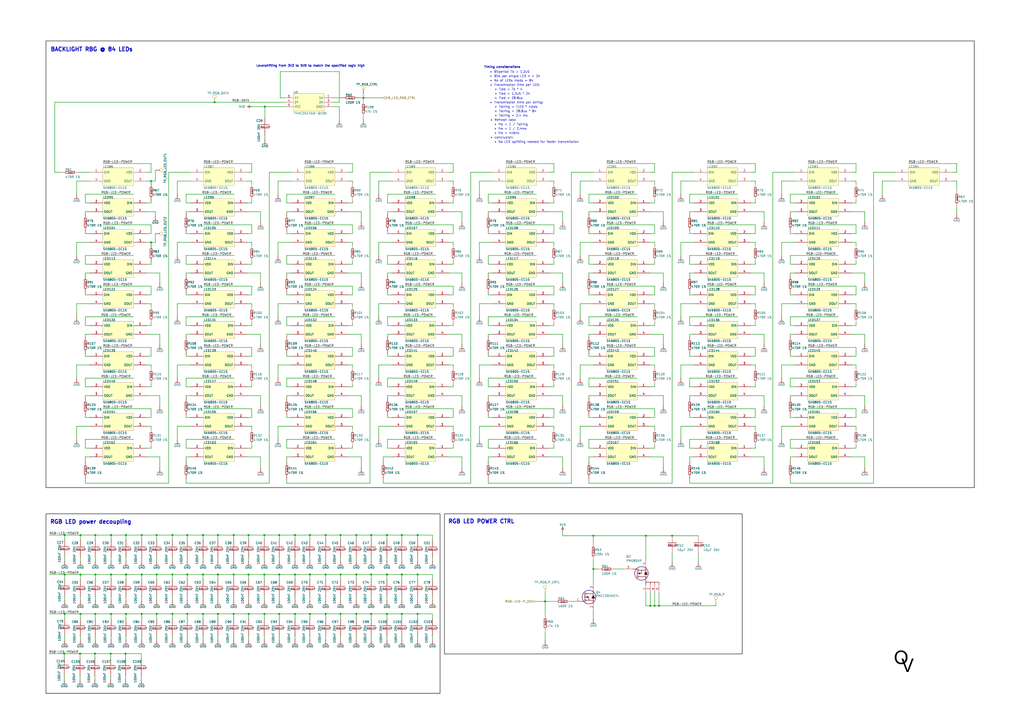
<source format=kicad_sch>
(kicad_sch (version 20231120) (generator "eeschema") (generator_version "8.0")
  (paper "A2")
  (title_block (title "backlight_RGB    ") (date "2024-03-13") (rev "02") (company " OV-Tech"))
  (junction (at 197.54 310.385))
  (junction (at 55.3 356.105))
  (junction (at 90.86 333.245))
  (junction (at 233.1 356.105))
  (junction (at 188.904 356.105))
  (junction (at 37.52 310.385))
  (junction (at 82.224 333.245))
  (junction (at 188.904 333.245))
  (junction (at 242.244 310.385))
  (junction (at 37.284 379.179))
  (junction (at 108.64 310.385))
  (junction (at 73.08 333.245))
  (junction (at 117.784 310.385))
  (junction (at 171.124 333.245))
  (junction (at 224.464 310.385))
  (junction (at 46.664 333.245))
  (junction (at 73.08 310.385))
  (junction (at 210.82 56.769))
  (junction (at 242.244 333.245))
  (junction (at 161.98 333.245))
  (junction (at 108.64 333.245))
  (junction (at 55.3 310.385))
  (junction (at 153.344 310.385))
  (junction (at 100.004 356.105))
  (junction (at 135.564 333.245))
  (junction (at 90.86 356.105))
  (junction (at 37.52 356.105))
  (junction (at 206.684 333.245))
  (junction (at 153.67 61.849))
  (junction (at 382.27 351.409))
  (junction (at 117.784 333.245))
  (junction (at 377.19 351.409))
  (junction (at 135.564 310.385))
  (junction (at 242.244 356.105))
  (junction (at 46.664 356.105))
  (junction (at 171.124 310.385))
  (junction (at 126.42 356.105))
  (junction (at 179.76 356.105))
  (junction (at 206.684 310.385))
  (junction (at 197.54 333.245))
  (junction (at 224.464 356.105))
  (junction (at 100.004 310.385))
  (junction (at 206.684 356.105))
  (junction (at 100.004 333.245))
  (junction (at 64.444 310.385))
  (junction (at 126.42 310.385))
  (junction (at 64.444 356.105))
  (junction (at 55.064 379.179))
  (junction (at 344.17 330.073))
  (junction (at 197.54 356.105))
  (junction (at 171.124 356.105))
  (junction (at 153.344 356.105))
  (junction (at 179.76 310.385))
  (junction (at 144.2 333.245))
  (junction (at 46.428 379.179))
  (junction (at 87.63 140.589))
  (junction (at 72.844 379.179))
  (junction (at 126.42 333.245))
  (junction (at 161.98 310.385))
  (junction (at 82.224 310.385))
  (junction (at 179.76 333.245))
  (junction (at 188.904 310.385))
  (junction (at 379.73 351.409))
  (junction (at 55.3 333.245))
  (junction (at 82.224 356.105))
  (junction (at 233.1 333.245))
  (junction (at 117.784 356.105))
  (junction (at 144.2 310.385))
  (junction (at 37.52 333.245))
  (junction (at 161.98 356.105))
  (junction (at 374.65 310.769))
  (junction (at 344.17 310.769))
  (junction (at 135.564 356.105))
  (junction (at 153.344 333.245))
  (junction (at 389.89 310.769))
  (junction (at 215.32 333.245))
  (junction (at 316.23 348.869))
  (junction (at 224.464 333.245))
  (junction (at 124.46 59.309))
  (junction (at 215.32 356.105))
  (junction (at 108.64 356.105))
  (junction (at 144.2 356.105))
  (junction (at 233.1 310.385))
  (junction (at 73.08 356.105))
  (junction (at 64.444 333.245))
  (junction (at 215.32 310.385))
  (junction (at 64.208 379.179))
  (junction (at 46.664 310.385))
  (junction (at 87.63 105.029))
  (junction (at 90.86 310.385))
  (wire (pts (xy 110.49 247.269) (xy 102.87 247.269)) (stroke (width 0.254)))
  (wire (pts (xy 49.53 219.329) (xy 77.47 219.329)) (stroke (width 0.254)))
  (wire (pts (xy 153.344 310.385) (xy 153.344 313.179)) (stroke (width 0.254)))
  (wire (pts (xy 168.91 176.149) (xy 161.29 176.149)) (stroke (width 0.254)))
  (wire (pts (xy 46.664 333.245) (xy 55.3 333.245)) (stroke (width 0.254)))
  (wire (pts (xy 341.63 193.929) (xy 341.63 195.199)) (stroke (width 0.254)))
  (wire (pts (xy 82.224 333.245) (xy 82.224 336.039)) (stroke (width 0.254)))
  (wire (pts (xy 102.87 140.589) (xy 102.87 148.209)) (stroke (width 0.254)))
  (wire (pts (xy 55.3 323.339) (xy 55.3 325.371)) (stroke (width 0.254)))
  (wire (pts (xy 87.63 259.969) (xy 85.09 259.969)) (stroke (width 0.254)))
  (wire (pts (xy 49.53 240.919) (xy 49.53 242.189)) (stroke (width 0.254)))
  (wire (pts (xy 283.21 280.289) (xy 283.21 277.749)) (stroke (width 0.254)))
  (wire (pts (xy 55.3 333.245) (xy 55.3 336.039)) (stroke (width 0.254)))
  (wire (pts (xy 318.77 211.709) (xy 321.31 211.709)) (stroke (width 0.254)))
  (wire (pts (xy 402.59 188.849) (xy 400.05 188.849)) (stroke (width 0.254)))
  (wire (pts (xy 438.15 188.849) (xy 435.61 188.849)) (stroke (width 0.254)))
  (wire (pts (xy 102.87 211.709) (xy 102.87 219.329)) (stroke (width 0.254)))
  (wire (pts (xy 438.15 176.149) (xy 438.15 177.419)) (stroke (width 0.254)))
  (wire (pts (xy 438.15 206.629) (xy 438.15 201.549)) (stroke (width 0.254)))
  (wire (pts (xy 64.444 369.059) (xy 64.444 371.091)) (stroke (width 0.254)))
  (wire (pts (xy 321.31 105.029) (xy 321.31 106.299)) (stroke (width 0.254)))
  (wire (pts (xy 222.25 265.049) (xy 227.33 265.049)) (stroke (width 0.254)))
  (wire (pts (xy 321.31 201.549) (xy 293.37 201.549)) (stroke (width 0.254)))
  (wire (pts (xy 262.89 130.429) (xy 234.95 130.429)) (stroke (width 0.254)))
  (wire (pts (xy 73.08 333.245) (xy 73.08 336.039)) (stroke (width 0.254)))
  (wire (pts (xy 318.77 242.189) (xy 321.31 242.189)) (stroke (width 0.254)))
  (wire (pts (xy 341.63 240.919) (xy 341.63 242.189)) (stroke (width 0.254)))
  (wire (pts (xy 438.15 105.029) (xy 438.15 106.299)) (stroke (width 0.254)))
  (wire (pts (xy 283.21 219.329) (xy 311.15 219.329)) (stroke (width 0.254)))
  (wire (pts (xy 151.13 158.369) (xy 151.13 164.211)) (stroke (width 0.254)))
  (wire (pts (xy 458.47 188.849) (xy 458.47 183.769)) (stroke (width 0.254)))
  (wire (pts (xy 242.244 310.385) (xy 250.88 310.385)) (stroke (width 0.254)))
  (wire (pts (xy 344.17 176.149) (xy 336.55 176.149)) (stroke (width 0.254)))
  (wire (pts (xy 31.75 59.309) (xy 31.75 99.949)) (stroke (width 0.254)))
  (wire (pts (xy 283.21 259.969) (xy 283.21 254.889)) (stroke (width 0.254)))
  (wire (pts (xy 262.89 94.869) (xy 234.95 94.869)) (stroke (width 0.254)))
  (wire (pts (xy 344.17 247.269) (xy 336.55 247.269)) (stroke (width 0.254)))
  (wire (pts (xy 227.33 105.029) (xy 219.71 105.029)) (stroke (width 0.254)))
  (wire (pts (xy 64.208 379.179) (xy 72.844 379.179)) (stroke (width 0.254)))
  (wire (pts (xy 402.59 105.029) (xy 394.97 105.029)) (stroke (width 0.254)))
  (wire (pts (xy 161.98 333.245) (xy 161.98 336.039)) (stroke (width 0.254)))
  (wire (pts (xy 438.15 242.189) (xy 438.15 237.109)) (stroke (width 0.254)))
  (wire (pts (xy 326.39 193.929) (xy 326.39 199.771)) (stroke (width 0.254)))
  (wire (pts (xy 156.21 99.949) (xy 156.21 280.289)) (stroke (width 0.254)))
  (wire (pts (xy 201.93 247.269) (xy 204.47 247.269)) (stroke (width 0.254)))
  (wire (pts (xy 168.91 105.029) (xy 161.29 105.029)) (stroke (width 0.254)))
  (wire (pts (xy 262.89 211.709) (xy 262.89 212.979)) (stroke (width 0.254)))
  (wire (pts (xy 87.63 247.269) (xy 87.63 248.539)) (stroke (width 0.254)))
  (wire (pts (xy 166.37 122.809) (xy 166.37 124.079)) (stroke (width 0.254)))
  (wire (pts (xy 37.52 356.105) (xy 46.664 356.105)) (stroke (width 0.254)))
  (wire (pts (xy 341.63 259.969) (xy 341.63 254.889)) (stroke (width 0.254)))
  (wire (pts (xy 117.784 356.105) (xy 117.784 358.899)) (stroke (width 0.254)))
  (wire (pts (xy 64.444 346.199) (xy 64.444 348.231)) (stroke (width 0.254)))
  (wire (pts (xy 143.51 135.509) (xy 146.05 135.509)) (stroke (width 0.254)))
  (wire (pts (xy 52.07 153.289) (xy 49.53 153.289)) (stroke (width 0.254)))
  (wire (pts (xy 204.47 224.409) (xy 201.93 224.409)) (stroke (width 0.254)))
  (wire (pts (xy 400.05 280.289) (xy 400.05 277.749)) (stroke (width 0.254)))
  (wire (pts (xy 126.42 333.245) (xy 126.42 336.039)) (stroke (width 0.254)))
  (wire (pts (xy 458.47 280.289) (xy 458.47 277.749)) (stroke (width 0.254)))
  (wire (pts (xy 107.95 193.929) (xy 107.95 195.199)) (stroke (width 0.254)))
  (wire (pts (xy 135.564 369.059) (xy 135.564 371.091)) (stroke (width 0.254)))
  (wire (pts (xy 161.98 333.245) (xy 171.124 333.245)) (stroke (width 0.254)))
  (wire (pts (xy 171.124 333.245) (xy 171.124 336.039)) (stroke (width 0.254)))
  (wire (pts (xy 224.79 242.189) (xy 227.33 242.189)) (stroke (width 0.254)))
  (wire (pts (xy 435.61 242.189) (xy 438.15 242.189)) (stroke (width 0.254)))
  (wire (pts (xy 438.15 247.269) (xy 438.15 248.539)) (stroke (width 0.254)))
  (wire (pts (xy 402.59 176.149) (xy 394.97 176.149)) (stroke (width 0.254)))
  (wire (pts (xy 135.564 356.105) (xy 135.564 358.899)) (stroke (width 0.254)))
  (wire (pts (xy 110.49 158.369) (xy 107.95 158.369)) (stroke (width 0.254)))
  (wire (pts (xy 341.63 134.239) (xy 341.63 135.509)) (stroke (width 0.254)))
  (wire (pts (xy 166.37 169.799) (xy 166.37 171.069)) (stroke (width 0.254)))
  (wire (pts (xy 278.13 105.029) (xy 278.13 112.649)) (stroke (width 0.254)))
  (wire (pts (xy 168.91 259.969) (xy 166.37 259.969)) (stroke (width 0.254)))
  (wire (pts (xy 87.63 211.709) (xy 87.63 212.979)) (stroke (width 0.254)))
  (wire (pts (xy 461.01 259.969) (xy 458.47 259.969)) (stroke (width 0.254)))
  (wire (pts (xy 326.39 229.489) (xy 326.39 235.331)) (stroke (width 0.254)))
  (wire (pts (xy 90.86 356.105) (xy 90.86 358.899)) (stroke (width 0.254)))
  (wire (pts (xy 110.49 117.729) (xy 107.95 117.729)) (stroke (width 0.254)))
  (wire (pts (xy 242.244 356.105) (xy 250.88 356.105)) (stroke (width 0.254)))
  (wire (pts (xy 90.17 98.679) (xy 90.17 105.029)) (stroke (width 0.254)))
  (wire (pts (xy 117.784 346.199) (xy 117.784 348.231)) (stroke (width 0.254)))
  (wire (pts (xy 162.56 41.529) (xy 162.56 56.769)) (stroke (width 0.254)))
  (wire (pts (xy 107.95 135.509) (xy 110.49 135.509)) (stroke (width 0.254)))
  (wire (pts (xy 458.47 229.489) (xy 458.47 230.759)) (stroke (width 0.254)))
  (wire (pts (xy 379.73 259.969) (xy 377.19 259.969)) (stroke (width 0.254)))
  (wire (pts (xy 166.37 158.369) (xy 166.37 159.639)) (stroke (width 0.254)))
  (wire (pts (xy 262.89 153.289) (xy 260.35 153.289)) (stroke (width 0.254)))
  (wire (pts (xy 262.89 152.019) (xy 262.89 153.289)) (stroke (width 0.254)))
  (wire (pts (xy 206.684 346.199) (xy 206.684 348.231)) (stroke (width 0.254)))
  (wire (pts (xy 435.61 122.809) (xy 443.23 122.809)) (stroke (width 0.254)))
  (wire (pts (xy 227.33 259.969) (xy 224.79 259.969)) (stroke (width 0.254)))
  (wire (pts (xy 49.53 242.189) (xy 52.07 242.189)) (stroke (width 0.254)))
  (wire (pts (xy 227.33 99.949) (xy 214.63 99.949)) (stroke (width 0.254)))
  (wire (pts (xy 331.47 280.289) (xy 283.21 280.289)) (stroke (width 0.254)))
  (wire (pts (xy 73.08 310.385) (xy 82.224 310.385)) (stroke (width 0.254)))
  (wire (pts (xy 400.05 193.929) (xy 400.05 195.199)) (stroke (width 0.254)))
  (wire (pts (xy 143.51 122.809) (xy 151.13 122.809)) (stroke (width 0.254)))
  (wire (pts (xy 374.65 344.043) (xy 374.65 351.409)) (stroke (width 0.254)))
  (wire (pts (xy 44.45 247.269) (xy 44.45 254.889)) (stroke (width 0.254)))
  (wire (pts (xy 461.01 140.589) (xy 453.39 140.589)) (stroke (width 0.254)))
  (wire (pts (xy 224.79 117.729) (xy 224.79 112.649)) (stroke (width 0.254)))
  (wire (pts (xy 344.17 353.949) (xy 344.17 359.029)) (stroke (width 0.254)))
  (wire (pts (xy 438.15 165.989) (xy 410.21 165.989)) (stroke (width 0.254)))
  (wire (pts (xy 168.91 224.409) (xy 166.37 224.409)) (stroke (width 0.254)))
  (wire (pts (xy 494.03 247.269) (xy 496.57 247.269)) (stroke (width 0.254)))
  (wire (pts (xy 400.05 117.729) (xy 400.05 112.649)) (stroke (width 0.254)))
  (wire (pts (xy 278.13 176.149) (xy 278.13 183.769)) (stroke (width 0.254)))
  (wire (pts (xy 496.57 211.709) (xy 496.57 212.979)) (stroke (width 0.254)))
  (wire (pts (xy 37.52 333.245) (xy 37.52 335.785)) (stroke (width 0.254)))
  (wire (pts (xy 107.95 112.649) (xy 135.89 112.649)) (stroke (width 0.254)))
  (wire (pts (xy 28.63 333.245) (xy 37.52 333.245)) (stroke (width 0.254)))
  (wire (pts (xy 458.47 242.189) (xy 461.01 242.189)) (stroke (width 0.254)))
  (wire (pts (xy 82.224 310.385) (xy 90.86 310.385)) (stroke (width 0.254)))
  (wire (pts (xy 341.63 169.799) (xy 341.63 171.069)) (stroke (width 0.254)))
  (wire (pts (xy 188.904 356.105) (xy 188.904 358.899)) (stroke (width 0.254)))
  (wire (pts (xy 90.86 333.245) (xy 90.86 336.039)) (stroke (width 0.254)))
  (wire (pts (xy 400.05 171.069) (xy 402.59 171.069)) (stroke (width 0.254)))
  (wire (pts (xy 135.564 310.385) (xy 144.2 310.385)) (stroke (width 0.254)))
  (wire (pts (xy 321.31 140.589) (xy 321.31 141.859)) (stroke (width 0.254)))
  (wire (pts (xy 438.15 211.709) (xy 438.15 212.979)) (stroke (width 0.254)))
  (wire (pts (xy 100.004 369.059) (xy 100.004 371.091)) (stroke (width 0.254)))
  (wire (pts (xy 179.76 310.385) (xy 188.904 310.385)) (stroke (width 0.254)))
  (wire (pts (xy 166.37 267.589) (xy 166.37 265.049)) (stroke (width 0.254)))
  (wire (pts (xy 87.63 140.589) (xy 87.63 141.859)) (stroke (width 0.254)))
  (wire (pts (xy 188.904 346.199) (xy 188.904 348.231)) (stroke (width 0.254)))
  (wire (pts (xy 260.35 135.509) (xy 262.89 135.509)) (stroke (width 0.254)))
  (wire (pts (xy 64.444 356.105) (xy 64.444 358.899)) (stroke (width 0.254)))
  (wire (pts (xy 100.004 323.339) (xy 100.004 325.371)) (stroke (width 0.254)))
  (wire (pts (xy 90.17 140.589) (xy 87.63 140.589)) (stroke (width 0.254)))
  (wire (pts (xy 87.63 153.289) (xy 85.09 153.289)) (stroke (width 0.254)))
  (wire (pts (xy 204.47 206.629) (xy 204.47 201.549)) (stroke (width 0.254)))
  (wire (pts (xy 166.37 135.509) (xy 168.91 135.509)) (stroke (width 0.254)))
  (wire (pts (xy 400.05 205.359) (xy 400.05 206.629)) (stroke (width 0.254)))
  (wire (pts (xy 389.89 310.769) (xy 405.13 310.769)) (stroke (width 0.254)))
  (wire (pts (xy 197.54 356.105) (xy 197.54 358.899)) (stroke (width 0.254)))
  (wire (pts (xy 227.33 224.409) (xy 224.79 224.409)) (stroke (width 0.254)))
  (wire (pts (xy 458.47 267.589) (xy 458.47 265.049)) (stroke (width 0.254)))
  (wire (pts (xy 90.86 369.059) (xy 90.86 371.091)) (stroke (width 0.254)))
  (wire (pts (xy 49.53 169.799) (xy 49.53 171.069)) (stroke (width 0.254)))
  (wire (pts (xy 267.97 193.929) (xy 267.97 199.771)) (stroke (width 0.254)))
  (wire (pts (xy 219.71 211.709) (xy 219.71 219.329)) (stroke (width 0.254)))
  (wire (pts (xy 108.64 310.385) (xy 117.784 310.385)) (stroke (width 0.254)))
  (wire (pts (xy 37.284 391.879) (xy 37.284 394.165)) (stroke (width 0.254)))
  (wire (pts (xy 227.33 193.929) (xy 224.79 193.929)) (stroke (width 0.254)))
  (wire (pts (xy 85.09 211.709) (xy 87.63 211.709)) (stroke (width 0.254)))
  (wire (pts (xy 400.05 224.409) (xy 400.05 219.329)) (stroke (width 0.254)))
  (wire (pts (xy 153.344 369.059) (xy 153.344 371.091)) (stroke (width 0.254)))
  (wire (pts (xy 85.09 158.369) (xy 92.71 158.369)) (stroke (width 0.254)))
  (wire (pts (xy 379.73 188.849) (xy 377.19 188.849)) (stroke (width 0.254)))
  (wire (pts (xy 102.87 247.269) (xy 102.87 254.889)) (stroke (width 0.254)))
  (wire (pts (xy 318.77 122.809) (xy 326.39 122.809)) (stroke (width 0.254)))
  (wire (pts (xy 506.73 99.949) (xy 506.73 280.289)) (stroke (width 0.254)))
  (wire (pts (xy 400.05 188.849) (xy 400.05 183.769)) (stroke (width 0.254)))
  (wire (pts (xy 171.124 369.059) (xy 171.124 371.091)) (stroke (width 0.254)))
  (wire (pts (xy 161.29 140.589) (xy 161.29 148.209)) (stroke (width 0.254)))
  (wire (pts (xy 107.95 153.289) (xy 107.95 148.209)) (stroke (width 0.254)))
  (wire (pts (xy 448.31 280.289) (xy 400.05 280.289)) (stroke (width 0.254)))
  (wire (pts (xy 224.464 333.245) (xy 233.1 333.245)) (stroke (width 0.254)))
  (wire (pts (xy 283.21 158.369) (xy 283.21 159.639)) (stroke (width 0.254)))
  (wire (pts (xy 438.15 140.589) (xy 438.15 141.859)) (stroke (width 0.254)))
  (wire (pts (xy 262.89 176.149) (xy 262.89 177.419)) (stroke (width 0.254)))
  (wire (pts (xy 90.86 356.105) (xy 100.004 356.105)) (stroke (width 0.254)))
  (wire (pts (xy 100.004 346.199) (xy 100.004 348.231)) (stroke (width 0.254)))
  (wire (pts (xy 227.33 153.289) (xy 224.79 153.289)) (stroke (width 0.254)))
  (wire (pts (xy 100.004 356.105) (xy 108.64 356.105)) (stroke (width 0.254)))
  (wire (pts (xy 461.01 105.029) (xy 453.39 105.029)) (stroke (width 0.254)))
  (wire (pts (xy 496.57 117.729) (xy 494.03 117.729)) (stroke (width 0.254)))
  (wire (pts (xy 144.2 323.339) (xy 144.2 325.371)) (stroke (width 0.254)))
  (wire (pts (xy 55.3 310.385) (xy 64.444 310.385)) (stroke (width 0.254)))
  (wire (pts (xy 519.43 99.949) (xy 506.73 99.949)) (stroke (width 0.254)))
  (wire (pts (xy 438.15 135.509) (xy 438.15 130.429)) (stroke (width 0.254)))
  (wire (pts (xy 336.55 176.149) (xy 336.55 183.769)) (stroke (width 0.254)))
  (wire (pts (xy 379.73 247.269) (xy 379.73 248.539)) (stroke (width 0.254)))
  (wire (pts (xy 379.73 171.069) (xy 379.73 165.989)) (stroke (width 0.254)))
  (wire (pts (xy 494.03 242.189) (xy 496.57 242.189)) (stroke (width 0.254)))
  (wire (pts (xy 402.59 193.929) (xy 400.05 193.929)) (stroke (width 0.254)))
  (wire (pts (xy 107.95 117.729) (xy 107.95 112.649)) (stroke (width 0.254)))
  (wire (pts (xy 49.53 259.969) (xy 49.53 254.889)) (stroke (width 0.254)))
  (wire (pts (xy 206.684 333.245) (xy 206.684 336.039)) (stroke (width 0.254)))
  (wire (pts (xy 166.37 117.729) (xy 166.37 112.649)) (stroke (width 0.254)))
  (wire (pts (xy 344.17 224.409) (xy 341.63 224.409)) (stroke (width 0.254)))
  (wire (pts (xy 102.87 176.149) (xy 102.87 183.769)) (stroke (width 0.254)))
  (wire (pts (xy 283.21 229.489) (xy 283.21 230.759)) (stroke (width 0.254)))
  (wire (pts (xy 377.19 105.029) (xy 379.73 105.029)) (stroke (width 0.254)))
  (wire (pts (xy 64.208 392.133) (xy 64.208 394.165)) (stroke (width 0.254)))
  (wire (pts (xy 379.73 153.289) (xy 377.19 153.289)) (stroke (width 0.254)))
  (wire (pts (xy 144.2 346.199) (xy 144.2 348.231)) (stroke (width 0.254)))
  (wire (pts (xy 262.89 247.269) (xy 262.89 248.539)) (stroke (width 0.254)))
  (wire (pts (xy 49.53 265.049) (xy 52.07 265.049)) (stroke (width 0.254)))
  (wire (pts (xy 208.28 56.769) (xy 210.82 56.769)) (stroke (width 0.254)))
  (wire (pts (xy 85.09 193.929) (xy 92.71 193.929)) (stroke (width 0.254)))
  (wire (pts (xy 143.51 265.049) (xy 151.13 265.049)) (stroke (width 0.254)))
  (wire (pts (xy 193.04 61.849) (xy 196.85 61.849)) (stroke (width 0.254)))
  (wire (pts (xy 379.73 201.549) (xy 351.79 201.549)) (stroke (width 0.254)))
  (wire (pts (xy 171.124 310.385) (xy 171.124 313.179)) (stroke (width 0.254)))
  (wire (pts (xy 458.47 158.369) (xy 458.47 159.639)) (stroke (width 0.254)))
  (wire (pts (xy 326.39 308.229) (xy 326.39 310.769)) (stroke (width 0.254)))
  (wire (pts (xy 100.004 333.245) (xy 108.64 333.245)) (stroke (width 0.254)))
  (wire (pts (xy 453.39 211.709) (xy 453.39 219.329)) (stroke (width 0.254)))
  (wire (pts (xy 262.89 99.949) (xy 262.89 94.869)) (stroke (width 0.254)))
  (wire (pts (xy 224.464 356.105) (xy 224.464 358.899)) (stroke (width 0.254)))
  (wire (pts (xy 400.05 254.889) (xy 427.99 254.889)) (stroke (width 0.254)))
  (wire (pts (xy 143.51 247.269) (xy 146.05 247.269)) (stroke (width 0.254)))
  (wire (pts (xy 85.09 265.049) (xy 92.71 265.049)) (stroke (width 0.254)))
  (wire (pts (xy 44.45 211.709) (xy 44.45 219.329)) (stroke (width 0.254)))
  (wire (pts (xy 458.47 206.629) (xy 461.01 206.629)) (stroke (width 0.254)))
  (wire (pts (xy 87.63 176.149) (xy 87.63 177.419)) (stroke (width 0.254)))
  (wire (pts (xy 377.19 206.629) (xy 379.73 206.629)) (stroke (width 0.254)))
  (wire (pts (xy 341.63 112.649) (xy 369.57 112.649)) (stroke (width 0.254)))
  (wire (pts (xy 224.79 205.359) (xy 224.79 206.629)) (stroke (width 0.254)))
  (wire (pts (xy 224.79 224.409) (xy 224.79 219.329)) (stroke (width 0.254)))
  (wire (pts (xy 179.76 346.199) (xy 179.76 348.231)) (stroke (width 0.254)))
  (wire (pts (xy 85.09 176.149) (xy 87.63 176.149)) (stroke (width 0.254)))
  (wire (pts (xy 146.05 152.019) (xy 146.05 153.289)) (stroke (width 0.254)))
  (wire (pts (xy 85.09 140.589) (xy 87.63 140.589)) (stroke (width 0.254)))
  (wire (pts (xy 224.79 112.649) (xy 252.73 112.649)) (stroke (width 0.254)))
  (wire (pts (xy 90.86 310.385) (xy 90.86 313.179)) (stroke (width 0.254)))
  (wire (pts (xy 64.444 333.245) (xy 64.444 336.039)) (stroke (width 0.254)))
  (wire (pts (xy 52.07 122.809) (xy 49.53 122.809)) (stroke (width 0.254)))
  (wire (pts (xy 438.15 117.729) (xy 435.61 117.729)) (stroke (width 0.254)))
  (wire (pts (xy 126.42 346.199) (xy 126.42 348.231)) (stroke (width 0.254)))
  (wire (pts (xy 44.45 140.589) (xy 44.45 148.209)) (stroke (width 0.254)))
  (wire (pts (xy 100.004 333.245) (xy 100.004 336.039)) (stroke (width 0.254)))
  (wire (pts (xy 402.59 99.949) (xy 389.89 99.949)) (stroke (width 0.254)))
  (wire (pts (xy 224.79 219.329) (xy 252.73 219.329)) (stroke (width 0.254)))
  (wire (pts (xy 435.61 171.069) (xy 438.15 171.069)) (stroke (width 0.254)))
  (wire (pts (xy 206.684 356.105) (xy 206.684 358.899)) (stroke (width 0.254)))
  (wire (pts (xy 135.564 310.385) (xy 135.564 313.179)) (stroke (width 0.254)))
  (wire (pts (xy 215.32 310.385) (xy 215.32 313.179)) (stroke (width 0.254)))
  (wire (pts (xy 321.31 223.139) (xy 321.31 224.409)) (stroke (width 0.254)))
  (wire (pts (xy 166.37 183.769) (xy 194.31 183.769)) (stroke (width 0.254)))
  (wire (pts (xy 151.13 265.049) (xy 151.13 271.399)) (stroke (width 0.254)))
  (wire (pts (xy 458.47 135.509) (xy 461.01 135.509)) (stroke (width 0.254)))
  (wire (pts (xy 552.45 99.949) (xy 554.99 99.949)) (stroke (width 0.254)))
  (wire (pts (xy 117.784 310.385) (xy 117.784 313.179)) (stroke (width 0.254)))
  (wire (pts (xy 435.61 140.589) (xy 438.15 140.589)) (stroke (width 0.254)))
  (wire (pts (xy 206.684 369.059) (xy 206.684 371.091)) (stroke (width 0.254)))
  (wire (pts (xy 188.904 369.059) (xy 188.904 371.091)) (stroke (width 0.254)))
  (wire (pts (xy 87.63 242.189) (xy 87.63 237.109)) (stroke (width 0.254)))
  (wire (pts (xy 144.2 356.105) (xy 144.2 358.899)) (stroke (width 0.254)))
  (wire (pts (xy 260.35 229.489) (xy 267.97 229.489)) (stroke (width 0.254)))
  (wire (pts (xy 379.73 94.869) (xy 351.79 94.869)) (stroke (width 0.254)))
  (wire (pts (xy 438.15 187.579) (xy 438.15 188.849)) (stroke (width 0.254)))
  (wire (pts (xy 374.65 351.409) (xy 377.19 351.409)) (stroke (width 0.254)))
  (wire (pts (xy 90.17 135.509) (xy 90.17 140.589)) (stroke (width 0.254)))
  (wire (pts (xy 82.224 310.385) (xy 82.224 313.179)) (stroke (width 0.254)))
  (wire (pts (xy 209.55 158.369) (xy 209.55 164.211)) (stroke (width 0.254)))
  (wire (pts (xy 250.88 346.199) (xy 250.88 348.231)) (stroke (width 0.254)))
  (wire (pts (xy 85.09 242.189) (xy 87.63 242.189)) (stroke (width 0.254)))
  (wire (pts (xy 233.1 333.245) (xy 242.244 333.245)) (stroke (width 0.254)))
  (wire (pts (xy 443.23 158.369) (xy 443.23 164.211)) (stroke (width 0.254)))
  (wire (pts (xy 379.73 176.149) (xy 379.73 177.419)) (stroke (width 0.254)))
  (wire (pts (xy 52.07 211.709) (xy 44.45 211.709)) (stroke (width 0.254)))
  (wire (pts (xy 28.394 379.179) (xy 37.284 379.179)) (stroke (width 0.254)))
  (wire (pts (xy 165.1 59.309) (xy 124.46 59.309)) (stroke (width 0.254)))
  (wire (pts (xy 285.75 140.589) (xy 278.13 140.589)) (stroke (width 0.254)))
  (wire (pts (xy 168.91 211.709) (xy 161.29 211.709)) (stroke (width 0.254)))
  (wire (pts (xy 379.73 99.949) (xy 379.73 94.869)) (stroke (width 0.254)))
  (wire (pts (xy 377.19 242.189) (xy 379.73 242.189)) (stroke (width 0.254)))
  (wire (pts (xy 87.63 130.429) (xy 59.69 130.429)) (stroke (width 0.254)))
  (wire (pts (xy 227.33 122.809) (xy 224.79 122.809)) (stroke (width 0.254)))
  (wire (pts (xy 188.904 333.245) (xy 188.904 336.039)) (stroke (width 0.254)))
  (wire (pts (xy 166.37 188.849) (xy 166.37 183.769)) (stroke (width 0.254)))
  (wire (pts (xy 107.95 169.799) (xy 107.95 171.069)) (stroke (width 0.254)))
  (wire (pts (xy 107.95 259.969) (xy 107.95 254.889)) (stroke (width 0.254)))
  (wire (pts (xy 283.21 153.289) (xy 283.21 148.209)) (stroke (width 0.254)))
  (wire (pts (xy 554.99 94.869) (xy 527.05 94.869)) (stroke (width 0.254)))
  (wire (pts (xy 242.244 310.385) (xy 242.244 313.179)) (stroke (width 0.254)))
  (wire (pts (xy 461.01 176.149) (xy 453.39 176.149)) (stroke (width 0.254)))
  (wire (pts (xy 143.51 105.029) (xy 146.05 105.029)) (stroke (width 0.254)))
  (wire (pts (xy 435.61 158.369) (xy 443.23 158.369)) (stroke (width 0.254)))
  (wire (pts (xy 166.37 254.889) (xy 194.31 254.889)) (stroke (width 0.254)))
  (wire (pts (xy 262.89 237.109) (xy 234.95 237.109)) (stroke (width 0.254)))
  (wire (pts (xy 402.59 229.489) (xy 400.05 229.489)) (stroke (width 0.254)))
  (wire (pts (xy 250.88 310.385) (xy 250.88 313.179)) (stroke (width 0.254)))
  (wire (pts (xy 107.95 206.629) (xy 110.49 206.629)) (stroke (width 0.254)))
  (wire (pts (xy 49.53 135.509) (xy 52.07 135.509)) (stroke (width 0.254)))
  (wire (pts (xy 267.97 229.489) (xy 267.97 235.331)) (stroke (width 0.254)))
  (wire (pts (xy 501.65 193.929) (xy 501.65 199.771)) (stroke (width 0.254)))
  (wire (pts (xy 55.3 356.105) (xy 55.3 358.899)) (stroke (width 0.254)))
  (wire (pts (xy 283.21 193.929) (xy 283.21 195.199)) (stroke (width 0.254)))
  (wire (pts (xy 52.07 193.929) (xy 49.53 193.929)) (stroke (width 0.254)))
  (wire (pts (xy 389.89 310.769) (xy 374.65 310.769)) (stroke (width 0.254)))
  (wire (pts (xy 227.33 188.849) (xy 224.79 188.849)) (stroke (width 0.254)))
  (wire (pts (xy 341.63 183.769) (xy 369.57 183.769)) (stroke (width 0.254)))
  (wire (pts (xy 73.08 346.199) (xy 73.08 348.231)) (stroke (width 0.254)))
  (wire (pts (xy 379.73 152.019) (xy 379.73 153.289)) (stroke (width 0.254)))
  (wire (pts (xy 496.57 187.579) (xy 496.57 188.849)) (stroke (width 0.254)))
  (wire (pts (xy 161.98 369.059) (xy 161.98 371.091)) (stroke (width 0.254)))
  (wire (pts (xy 461.01 211.709) (xy 453.39 211.709)) (stroke (width 0.254)))
  (wire (pts (xy 285.75 99.949) (xy 273.05 99.949)) (stroke (width 0.254)))
  (wire (pts (xy 321.31 188.849) (xy 318.77 188.849)) (stroke (width 0.254)))
  (wire (pts (xy 394.97 140.589) (xy 394.97 148.209)) (stroke (width 0.254)))
  (wire (pts (xy 438.15 94.869) (xy 410.21 94.869)) (stroke (width 0.254)))
  (wire (pts (xy 143.51 158.369) (xy 151.13 158.369)) (stroke (width 0.254)))
  (wire (pts (xy 344.17 153.289) (xy 341.63 153.289)) (stroke (width 0.254)))
  (wire (pts (xy 443.23 122.809) (xy 443.23 128.651)) (stroke (width 0.254)))
  (wire (pts (xy 438.15 223.139) (xy 438.15 224.409)) (stroke (width 0.254)))
  (wire (pts (xy 135.564 323.339) (xy 135.564 325.371)) (stroke (width 0.254)))
  (wire (pts (xy 344.17 105.029) (xy 336.55 105.029)) (stroke (width 0.254)))
  (wire (pts (xy 283.21 188.849) (xy 283.21 183.769)) (stroke (width 0.254)))
  (wire (pts (xy 316.23 348.869) (xy 309.88 348.869)) (stroke (width 0.254)))
  (wire (pts (xy 107.95 229.489) (xy 107.95 230.759)) (stroke (width 0.254)))
  (wire (pts (xy 107.95 267.589) (xy 107.95 265.049)) (stroke (width 0.254)))
  (wire (pts (xy 402.59 247.269) (xy 394.97 247.269)) (stroke (width 0.254)))
  (wire (pts (xy 46.428 379.179) (xy 46.428 381.973)) (stroke (width 0.254)))
  (wire (pts (xy 87.63 187.579) (xy 87.63 188.849)) (stroke (width 0.254)))
  (wire (pts (xy 92.71 193.929) (xy 92.71 199.771)) (stroke (width 0.254)))
  (wire (pts (xy 224.464 310.385) (xy 224.464 313.179)) (stroke (width 0.254)))
  (wire (pts (xy 379.73 116.459) (xy 379.73 117.729)) (stroke (width 0.254)))
  (wire (pts (xy 144.2 369.059) (xy 144.2 371.091)) (stroke (width 0.254)))
  (wire (pts (xy 341.63 265.049) (xy 344.17 265.049)) (stroke (width 0.254)))
  (wire (pts (xy 168.91 193.929) (xy 166.37 193.929)) (stroke (width 0.254)))
  (wire (pts (xy 458.47 171.069) (xy 461.01 171.069)) (stroke (width 0.254)))
  (wire (pts (xy 443.23 193.929) (xy 443.23 199.771)) (stroke (width 0.254)))
  (wire (pts (xy 161.98 356.105) (xy 161.98 358.899)) (stroke (width 0.254)))
  (wire (pts (xy 196.85 59.309) (xy 196.85 41.529)) (stroke (width 0.254)))
  (wire (pts (xy 46.664 333.245) (xy 46.664 336.039)) (stroke (width 0.254)))
  (wire (pts (xy 206.684 333.245) (xy 215.32 333.245)) (stroke (width 0.254)))
  (wire (pts (xy 501.65 229.489) (xy 501.65 235.331)) (stroke (width 0.254)))
  (wire (pts (xy 402.59 211.709) (xy 394.97 211.709)) (stroke (width 0.254)))
  (wire (pts (xy 179.76 356.105) (xy 179.76 358.899)) (stroke (width 0.254)))
  (wire (pts (xy 90.17 122.809) (xy 90.17 125.349)) (stroke (width 0.254)))
  (wire (pts (xy 233.1 333.245) (xy 233.1 336.039)) (stroke (width 0.254)))
  (wire (pts (xy 126.42 323.339) (xy 126.42 325.371)) (stroke (width 0.254)))
  (wire (pts (xy 267.97 122.809) (xy 267.97 128.651)) (stroke (width 0.254)))
  (wire (pts (xy 379.73 187.579) (xy 379.73 188.849)) (stroke (width 0.254)))
  (wire (pts (xy 188.904 310.385) (xy 188.904 313.179)) (stroke (width 0.254)))
  (wire (pts (xy 110.49 259.969) (xy 107.95 259.969)) (stroke (width 0.254)))
  (wire (pts (xy 341.63 224.409) (xy 341.63 219.329)) (stroke (width 0.254)))
  (wire (pts (xy 144.2 333.245) (xy 144.2 336.039)) (stroke (width 0.254)))
  (wire (pts (xy 55.064 392.133) (xy 55.064 394.165)) (stroke (width 0.254)))
  (wire (pts (xy 461.01 122.809) (xy 458.47 122.809)) (stroke (width 0.254)))
  (wire (pts (xy 49.53 193.929) (xy 49.53 195.199)) (stroke (width 0.254)))
  (wire (pts (xy 107.95 254.889) (xy 135.89 254.889)) (stroke (width 0.254)))
  (wire (pts (xy 193.04 59.309) (xy 196.85 59.309)) (stroke (width 0.254)))
  (wire (pts (xy 52.07 247.269) (xy 44.45 247.269)) (stroke (width 0.254)))
  (wire (pts (xy 519.43 105.029) (xy 511.81 105.029)) (stroke (width 0.254)))
  (wire (pts (xy 402.59 117.729) (xy 400.05 117.729)) (stroke (width 0.254)))
  (wire (pts (xy 242.244 356.105) (xy 242.244 358.899)) (stroke (width 0.254)))
  (wire (pts (xy 64.444 310.385) (xy 64.444 313.179)) (stroke (width 0.254)))
  (wire (pts (xy 146.05 140.589) (xy 146.05 141.859)) (stroke (width 0.254)))
  (wire (pts (xy 85.09 247.269) (xy 87.63 247.269)) (stroke (width 0.254)))
  (wire (pts (xy 107.95 240.919) (xy 107.95 242.189)) (stroke (width 0.254)))
  (wire (pts (xy 166.37 265.049) (xy 168.91 265.049)) (stroke (width 0.254)))
  (wire (pts (xy 344.17 188.849) (xy 341.63 188.849)) (stroke (width 0.254)))
  (wire (pts (xy 400.05 122.809) (xy 400.05 124.079)) (stroke (width 0.254)))
  (wire (pts (xy 443.23 229.489) (xy 443.23 235.331)) (stroke (width 0.254)))
  (wire (pts (xy 49.53 206.629) (xy 52.07 206.629)) (stroke (width 0.254)))
  (wire (pts (xy 146.05 116.459) (xy 146.05 117.729)) (stroke (width 0.254)))
  (wire (pts (xy 46.428 392.133) (xy 46.428 394.165)) (stroke (width 0.254)))
  (wire (pts (xy 87.63 117.729) (xy 85.09 117.729)) (stroke (width 0.254)))
  (wire (pts (xy 90.86 310.385) (xy 100.004 310.385)) (stroke (width 0.254)))
  (wire (pts (xy 374.65 324.993) (xy 374.65 310.769)) (stroke (width 0.254)))
  (wire (pts (xy 37.284 379.179) (xy 37.284 381.719)) (stroke (width 0.254)))
  (wire (pts (xy 438.15 153.289) (xy 435.61 153.289)) (stroke (width 0.254)))
  (wire (pts (xy 209.55 122.809) (xy 209.55 128.651)) (stroke (width 0.254)))
  (wire (pts (xy 219.71 176.149) (xy 219.71 183.769)) (stroke (width 0.254)))
  (wire (pts (xy 318.77 135.509) (xy 321.31 135.509)) (stroke (width 0.254)))
  (wire (pts (xy 227.33 247.269) (xy 219.71 247.269)) (stroke (width 0.254)))
  (wire (pts (xy 377.19 135.509) (xy 379.73 135.509)) (stroke (width 0.254)))
  (wire (pts (xy 52.07 140.589) (xy 44.45 140.589)) (stroke (width 0.254)))
  (wire (pts (xy 201.93 99.949) (xy 204.47 99.949)) (stroke (width 0.254)))
  (wire (pts (xy 283.21 134.239) (xy 283.21 135.509)) (stroke (width 0.254)))
  (wire (pts (xy 204.47 165.989) (xy 176.53 165.989)) (stroke (width 0.254)))
  (wire (pts (xy 356.87 330.073) (xy 361.95 330.073)) (stroke (width 0.254)))
  (wire (pts (xy 394.97 176.149) (xy 394.97 183.769)) (stroke (width 0.254)))
  (wire (pts (xy 400.05 148.209) (xy 427.99 148.209)) (stroke (width 0.254)))
  (wire (pts (xy 204.47 211.709) (xy 204.47 212.979)) (stroke (width 0.254)))
  (wire (pts (xy 285.75 158.369) (xy 283.21 158.369)) (stroke (width 0.254)))
  (wire (pts (xy 379.73 140.589) (xy 379.73 141.859)) (stroke (width 0.254)))
  (wire (pts (xy 171.124 356.105) (xy 179.76 356.105)) (stroke (width 0.254)))
  (wire (pts (xy 201.93 140.589) (xy 204.47 140.589)) (stroke (width 0.254)))
  (wire (pts (xy 494.03 206.629) (xy 496.57 206.629)) (stroke (width 0.254)))
  (wire (pts (xy 204.47 94.869) (xy 176.53 94.869)) (stroke (width 0.254)))
  (wire (pts (xy 52.07 99.949) (xy 45.72 99.949)) (stroke (width 0.254)))
  (wire (pts (xy 344.17 310.769) (xy 344.17 314.833)) (stroke (width 0.254)))
  (wire (pts (xy 46.428 379.179) (xy 55.064 379.179)) (stroke (width 0.254)))
  (wire (pts (xy 283.21 112.649) (xy 311.15 112.649)) (stroke (width 0.254)))
  (wire (pts (xy 262.89 116.459) (xy 262.89 117.729)) (stroke (width 0.254)))
  (wire (pts (xy 204.47 187.579) (xy 204.47 188.849)) (stroke (width 0.254)))
  (wire (pts (xy 81.988 392.133) (xy 81.988 394.165)) (stroke (width 0.254)))
  (wire (pts (xy 179.76 356.105) (xy 188.904 356.105)) (stroke (width 0.254)))
  (wire (pts (xy 278.13 247.269) (xy 278.13 254.889)) (stroke (width 0.254)))
  (wire (pts (xy 82.224 346.199) (xy 82.224 348.231)) (stroke (width 0.254)))
  (wire (pts (xy 204.47 237.109) (xy 176.53 237.109)) (stroke (width 0.254)))
  (wire (pts (xy 400.05 112.649) (xy 427.99 112.649)) (stroke (width 0.254)))
  (wire (pts (xy 321.31 135.509) (xy 321.31 130.429)) (stroke (width 0.254)))
  (wire (pts (xy 224.79 206.629) (xy 227.33 206.629)) (stroke (width 0.254)))
  (wire (pts (xy 55.3 369.059) (xy 55.3 371.091)) (stroke (width 0.254)))
  (wire (pts (xy 222.25 280.289) (xy 222.25 277.749)) (stroke (width 0.254)))
  (wire (pts (xy 260.35 171.069) (xy 262.89 171.069)) (stroke (width 0.254)))
  (wire (pts (xy 344.17 324.993) (xy 344.17 330.073)) (stroke (width 0.254)))
  (wire (pts (xy 204.47 176.149) (xy 204.47 177.419)) (stroke (width 0.254)))
  (wire (pts (xy 110.49 211.709) (xy 102.87 211.709)) (stroke (width 0.254)))
  (wire (pts (xy 341.63 267.589) (xy 341.63 265.049)) (stroke (width 0.254)))
  (wire (pts (xy 285.75 117.729) (xy 283.21 117.729)) (stroke (width 0.254)))
  (wire (pts (xy 197.54 369.059) (xy 197.54 371.091)) (stroke (width 0.254)))
  (wire (pts (xy 267.97 158.369) (xy 267.97 164.211)) (stroke (width 0.254)))
  (wire (pts (xy 102.87 105.029) (xy 102.87 112.649)) (stroke (width 0.254)))
  (wire (pts (xy 108.64 333.245) (xy 108.64 336.039)) (stroke (width 0.254)))
  (wire (pts (xy 242.244 333.245) (xy 242.244 336.039)) (stroke (width 0.254)))
  (wire (pts (xy 321.31 242.189) (xy 321.31 237.109)) (stroke (width 0.254)))
  (wire (pts (xy 400.05 153.289) (xy 400.05 148.209)) (stroke (width 0.254)))
  (wire (pts (xy 49.53 224.409) (xy 49.53 219.329)) (stroke (width 0.254)))
  (wire (pts (xy 496.57 165.989) (xy 468.63 165.989)) (stroke (width 0.254)))
  (wire (pts (xy 143.51 171.069) (xy 146.05 171.069)) (stroke (width 0.254)))
  (wire (pts (xy 318.77 158.369) (xy 326.39 158.369)) (stroke (width 0.254)))
  (wire (pts (xy 224.464 310.385) (xy 233.1 310.385)) (stroke (width 0.254)))
  (wire (pts (xy 166.37 224.409) (xy 166.37 219.329)) (stroke (width 0.254)))
  (wire (pts (xy 201.93 158.369) (xy 209.55 158.369)) (stroke (width 0.254)))
  (wire (pts (xy 108.64 369.059) (xy 108.64 371.091)) (stroke (width 0.254)))
  (wire (pts (xy 318.77 171.069) (xy 321.31 171.069)) (stroke (width 0.254)))
  (wire (pts (xy 321.31 94.869) (xy 293.37 94.869)) (stroke (width 0.254)))
  (wire (pts (xy 64.444 356.105) (xy 73.08 356.105)) (stroke (width 0.254)))
  (wire (pts (xy 438.15 259.969) (xy 435.61 259.969)) (stroke (width 0.254)))
  (wire (pts (xy 224.79 188.849) (xy 224.79 183.769)) (stroke (width 0.254)))
  (wire (pts (xy 384.81 122.809) (xy 384.81 128.651)) (stroke (width 0.254)))
  (wire (pts (xy 227.33 176.149) (xy 219.71 176.149)) (stroke (width 0.254)))
  (wire (pts (xy 377.19 158.369) (xy 384.81 158.369)) (stroke (width 0.254)))
  (wire (pts (xy 166.37 259.969) (xy 166.37 254.889)) (stroke (width 0.254)))
  (wire (pts (xy 49.53 148.209) (xy 77.47 148.209)) (stroke (width 0.254)))
  (wire (pts (xy 107.95 188.849) (xy 107.95 183.769)) (stroke (width 0.254)))
  (wire (pts (xy 377.19 176.149) (xy 379.73 176.149)) (stroke (width 0.254)))
  (wire (pts (xy 171.124 323.339) (xy 171.124 325.371)) (stroke (width 0.254)))
  (wire (pts (xy 153.67 61.849) (xy 153.67 68.199)) (stroke (width 0.254)))
  (wire (pts (xy 188.904 333.245) (xy 197.54 333.245)) (stroke (width 0.254)))
  (wire (pts (xy 90.17 105.029) (xy 87.63 105.029)) (stroke (width 0.254)))
  (wire (pts (xy 28.63 310.385) (xy 37.52 310.385)) (stroke (width 0.254)))
  (wire (pts (xy 389.89 280.289) (xy 341.63 280.289)) (stroke (width 0.254)))
  (wire (pts (xy 161.98 310.385) (xy 161.98 313.179)) (stroke (width 0.254)))
  (wire (pts (xy 321.31 348.869) (xy 316.23 348.869)) (stroke (width 0.254)))
  (wire (pts (xy 87.63 201.549) (xy 59.69 201.549)) (stroke (width 0.254)))
  (wire (pts (xy 318.77 99.949) (xy 321.31 99.949)) (stroke (width 0.254)))
  (wire (pts (xy 146.05 99.949) (xy 146.05 94.869)) (stroke (width 0.254)))
  (wire (pts (xy 143.51 211.709) (xy 146.05 211.709)) (stroke (width 0.254)))
  (wire (pts (xy 438.15 99.949) (xy 438.15 94.869)) (stroke (width 0.254)))
  (wire (pts (xy 146.05 224.409) (xy 143.51 224.409)) (stroke (width 0.254)))
  (wire (pts (xy 146.05 237.109) (xy 118.11 237.109)) (stroke (width 0.254)))
  (wire (pts (xy 336.55 140.589) (xy 336.55 148.209)) (stroke (width 0.254)))
  (wire (pts (xy 227.33 117.729) (xy 224.79 117.729)) (stroke (width 0.254)))
  (wire (pts (xy 97.79 99.949) (xy 97.79 280.289)) (stroke (width 0.254)))
  (wire (pts (xy 201.93 105.029) (xy 204.47 105.029)) (stroke (width 0.254)))
  (wire (pts (xy 215.32 356.105) (xy 224.464 356.105)) (stroke (width 0.254)))
  (wire (pts (xy 171.124 356.105) (xy 171.124 358.899)) (stroke (width 0.254)))
  (wire (pts (xy 166.37 229.489) (xy 166.37 230.759)) (stroke (width 0.254)))
  (wire (pts (xy 341.63 280.289) (xy 341.63 277.749)) (stroke (width 0.254)))
  (wire (pts (xy 501.65 122.809) (xy 501.65 128.651)) (stroke (width 0.254)))
  (wire (pts (xy 92.71 158.369) (xy 92.71 164.211)) (stroke (width 0.254)))
  (wire (pts (xy 453.39 105.029) (xy 453.39 112.649)) (stroke (width 0.254)))
  (wire (pts (xy 435.61 206.629) (xy 438.15 206.629)) (stroke (width 0.254)))
  (wire (pts (xy 146.05 223.139) (xy 146.05 224.409)) (stroke (width 0.254)))
  (wire (pts (xy 52.07 105.029) (xy 44.45 105.029)) (stroke (width 0.254)))
  (wire (pts (xy 402.59 158.369) (xy 400.05 158.369)) (stroke (width 0.254)))
  (wire (pts (xy 72.844 379.179) (xy 72.844 381.973)) (stroke (width 0.254)))
  (wire (pts (xy 224.464 346.199) (xy 224.464 348.231)) (stroke (width 0.254)))
  (wire (pts (xy 37.284 379.179) (xy 46.428 379.179)) (stroke (width 0.254)))
  (wire (pts (xy 321.31 171.069) (xy 321.31 165.989)) (stroke (width 0.254)))
  (wire (pts (xy 321.31 152.019) (xy 321.31 153.289)) (stroke (width 0.254)))
  (wire (pts (xy 250.88 323.339) (xy 250.88 325.371)) (stroke (width 0.254)))
  (wire (pts (xy 283.21 224.409) (xy 283.21 219.329)) (stroke (width 0.254)))
  (wire (pts (xy 161.98 323.339) (xy 161.98 325.371)) (stroke (width 0.254)))
  (wire (pts (xy 73.08 369.059) (xy 73.08 371.091)) (stroke (width 0.254)))
  (wire (pts (xy 321.31 187.579) (xy 321.31 188.849)) (stroke (width 0.254)))
  (wire (pts (xy 201.93 211.709) (xy 204.47 211.709)) (stroke (width 0.254)))
  (wire (pts (xy 496.57 206.629) (xy 496.57 201.549)) (stroke (width 0.254)))
  (wire (pts (xy 161.29 247.269) (xy 161.29 254.889)) (stroke (width 0.254)))
  (wire (pts (xy 321.31 258.699) (xy 321.31 259.969)) (stroke (width 0.254)))
  (wire (pts (xy 321.31 237.109) (xy 293.37 237.109)) (stroke (width 0.254)))
  (wire (pts (xy 224.79 171.069) (xy 227.33 171.069)) (stroke (width 0.254)))
  (wire (pts (xy 262.89 223.139) (xy 262.89 224.409)) (stroke (width 0.254)))
  (wire (pts (xy 224.79 148.209) (xy 252.73 148.209)) (stroke (width 0.254)))
  (wire (pts (xy 242.244 323.339) (xy 242.244 325.371)) (stroke (width 0.254)))
  (wire (pts (xy 400.05 259.969) (xy 400.05 254.889)) (stroke (width 0.254)))
  (wire (pts (xy 161.98 310.385) (xy 171.124 310.385)) (stroke (width 0.254)))
  (wire (pts (xy 224.464 333.245) (xy 224.464 336.039)) (stroke (width 0.254)))
  (wire (pts (xy 85.09 171.069) (xy 87.63 171.069)) (stroke (width 0.254)))
  (wire (pts (xy 435.61 176.149) (xy 438.15 176.149)) (stroke (width 0.254)))
  (wire (pts (xy 273.05 99.949) (xy 273.05 280.289)) (stroke (width 0.254)))
  (wire (pts (xy 55.064 379.179) (xy 64.208 379.179)) (stroke (width 0.254)))
  (wire (pts (xy 146.05 135.509) (xy 146.05 130.429)) (stroke (width 0.254)))
  (wire (pts (xy 435.61 265.049) (xy 443.23 265.049)) (stroke (width 0.254)))
  (wire (pts (xy 49.53 183.769) (xy 77.47 183.769)) (stroke (width 0.254)))
  (wire (pts (xy 461.01 224.409) (xy 458.47 224.409)) (stroke (width 0.254)))
  (wire (pts (xy 224.79 153.289) (xy 224.79 148.209)) (stroke (width 0.254)))
  (wire (pts (xy 161.29 176.149) (xy 161.29 183.769)) (stroke (width 0.254)))
  (wire (pts (xy 552.45 105.029) (xy 554.99 105.029)) (stroke (width 0.254)))
  (wire (pts (xy 44.45 105.029) (xy 44.45 112.649)) (stroke (width 0.254)))
  (wire (pts (xy 224.79 229.489) (xy 224.79 230.759)) (stroke (width 0.254)))
  (wire (pts (xy 52.07 176.149) (xy 44.45 176.149)) (stroke (width 0.254)))
  (wire (pts (xy 85.09 229.489) (xy 92.71 229.489)) (stroke (width 0.254)))
  (wire (pts (xy 283.21 135.509) (xy 285.75 135.509)) (stroke (width 0.254)))
  (wire (pts (xy 260.35 105.029) (xy 262.89 105.029)) (stroke (width 0.254)))
  (wire (pts (xy 204.47 188.849) (xy 201.93 188.849)) (stroke (width 0.254)))
  (wire (pts (xy 146.05 94.869) (xy 118.11 94.869)) (stroke (width 0.254)))
  (wire (pts (xy 92.71 265.049) (xy 92.71 271.399)) (stroke (width 0.254)))
  (wire (pts (xy 135.564 333.245) (xy 144.2 333.245)) (stroke (width 0.254)))
  (wire (pts (xy 496.57 105.029) (xy 496.57 106.299)) (stroke (width 0.254)))
  (wire (pts (xy 37.52 345.945) (xy 37.52 348.231)) (stroke (width 0.254)))
  (wire (pts (xy 87.63 237.109) (xy 59.69 237.109)) (stroke (width 0.254)))
  (wire (pts (xy 458.47 219.329) (xy 486.41 219.329)) (stroke (width 0.254)))
  (wire (pts (xy 108.64 356.105) (xy 117.784 356.105)) (stroke (width 0.254)))
  (wire (pts (xy 496.57 224.409) (xy 494.03 224.409)) (stroke (width 0.254)))
  (wire (pts (xy 494.03 158.369) (xy 501.65 158.369)) (stroke (width 0.254)))
  (wire (pts (xy 384.81 193.929) (xy 384.81 199.771)) (stroke (width 0.254)))
  (wire (pts (xy 46.664 356.105) (xy 46.664 358.899)) (stroke (width 0.254)))
  (wire (pts (xy 402.59 153.289) (xy 400.05 153.289)) (stroke (width 0.254)))
  (wire (pts (xy 283.21 205.359) (xy 283.21 206.629)) (stroke (width 0.254)))
  (wire (pts (xy 318.77 206.629) (xy 321.31 206.629)) (stroke (width 0.254)))
  (wire (pts (xy 46.664 369.059) (xy 46.664 371.091)) (stroke (width 0.254)))
  (wire (pts (xy 260.35 140.589) (xy 262.89 140.589)) (stroke (width 0.254)))
  (wire (pts (xy 496.57 135.509) (xy 496.57 130.429)) (stroke (width 0.254)))
  (wire (pts (xy 146.05 211.709) (xy 146.05 212.979)) (stroke (width 0.254)))
  (wire (pts (xy 494.03 140.589) (xy 496.57 140.589)) (stroke (width 0.254)))
  (wire (pts (xy 496.57 247.269) (xy 496.57 248.539)) (stroke (width 0.254)))
  (wire (pts (xy 31.75 99.949) (xy 35.56 99.949)) (stroke (width 0.254)))
  (wire (pts (xy 461.01 193.929) (xy 458.47 193.929)) (stroke (width 0.254)))
  (wire (pts (xy 179.76 333.245) (xy 179.76 336.039)) (stroke (width 0.254)))
  (wire (pts (xy 144.2 310.385) (xy 144.2 313.179)) (stroke (width 0.254)))
  (wire (pts (xy 110.49 105.029) (xy 102.87 105.029)) (stroke (width 0.254)))
  (wire (pts (xy 377.19 344.043) (xy 377.19 351.409)) (stroke (width 0.254)))
  (wire (pts (xy 90.86 323.339) (xy 90.86 325.371)) (stroke (width 0.254)))
  (wire (pts (xy 166.37 205.359) (xy 166.37 206.629)) (stroke (width 0.254)))
  (wire (pts (xy 341.63 158.369) (xy 341.63 159.639)) (stroke (width 0.254)))
  (wire (pts (xy 336.55 211.709) (xy 336.55 219.329)) (stroke (width 0.254)))
  (wire (pts (xy 55.3 356.105) (xy 64.444 356.105)) (stroke (width 0.254)))
  (wire (pts (xy 107.95 219.329) (xy 135.89 219.329)) (stroke (width 0.254)))
  (wire (pts (xy 90.86 333.245) (xy 100.004 333.245)) (stroke (width 0.254)))
  (wire (pts (xy 215.32 333.245) (xy 215.32 336.039)) (stroke (width 0.254)))
  (wire (pts (xy 204.47 223.139) (xy 204.47 224.409)) (stroke (width 0.254)))
  (wire (pts (xy 87.63 223.139) (xy 87.63 224.409)) (stroke (width 0.254)))
  (wire (pts (xy 179.76 369.059) (xy 179.76 371.091)) (stroke (width 0.254)))
  (wire (pts (xy 283.21 265.049) (xy 285.75 265.049)) (stroke (width 0.254)))
  (wire (pts (xy 389.89 320.929) (xy 389.89 326.009)) (stroke (width 0.254)))
  (wire (pts (xy 506.73 280.289) (xy 458.47 280.289)) (stroke (width 0.254)))
  (wire (pts (xy 146.05 242.189) (xy 146.05 237.109)) (stroke (width 0.254)))
  (wire (pts (xy 219.71 247.269) (xy 219.71 254.889)) (stroke (width 0.254)))
  (wire (pts (xy 379.73 165.989) (xy 351.79 165.989)) (stroke (width 0.254)))
  (wire (pts (xy 110.49 122.809) (xy 107.95 122.809)) (stroke (width 0.254)))
  (wire (pts (xy 28.63 356.105) (xy 37.52 356.105)) (stroke (width 0.254)))
  (wire (pts (xy 260.35 99.949) (xy 262.89 99.949)) (stroke (width 0.254)))
  (wire (pts (xy 168.91 188.849) (xy 166.37 188.849)) (stroke (width 0.254)))
  (wire (pts (xy 49.53 254.889) (xy 77.47 254.889)) (stroke (width 0.254)))
  (wire (pts (xy 384.81 229.489) (xy 384.81 235.331)) (stroke (width 0.254)))
  (wire (pts (xy 46.664 346.199) (xy 46.664 348.231)) (stroke (width 0.254)))
  (wire (pts (xy 326.39 122.809) (xy 326.39 128.651)) (stroke (width 0.254)))
  (wire (pts (xy 37.52 310.385) (xy 37.52 312.925)) (stroke (width 0.254)))
  (wire (pts (xy 87.63 99.949) (xy 87.63 94.869)) (stroke (width 0.254)))
  (wire (pts (xy 201.93 265.049) (xy 209.55 265.049)) (stroke (width 0.254)))
  (wire (pts (xy 402.59 122.809) (xy 400.05 122.809)) (stroke (width 0.254)))
  (wire (pts (xy 318.77 229.489) (xy 326.39 229.489)) (stroke (width 0.254)))
  (wire (pts (xy 153.344 356.105) (xy 153.344 358.899)) (stroke (width 0.254)))
  (wire (pts (xy 377.19 140.589) (xy 379.73 140.589)) (stroke (width 0.254)))
  (wire (pts (xy 210.82 56.769) (xy 222.25 56.769)) (stroke (width 0.254)))
  (wire (pts (xy 87.63 152.019) (xy 87.63 153.289)) (stroke (width 0.254)))
  (wire (pts (xy 165.1 61.849) (xy 153.67 61.849)) (stroke (width 0.254)))
  (wire (pts (xy 344.17 229.489) (xy 341.63 229.489)) (stroke (width 0.254)))
  (wire (pts (xy 494.03 176.149) (xy 496.57 176.149)) (stroke (width 0.254)))
  (wire (pts (xy 110.49 224.409) (xy 107.95 224.409)) (stroke (width 0.254)))
  (wire (pts (xy 143.51 229.489) (xy 151.13 229.489)) (stroke (width 0.254)))
  (wire (pts (xy 377.19 229.489) (xy 384.81 229.489)) (stroke (width 0.254)))
  (wire (pts (xy 344.17 330.073) (xy 344.17 338.709)) (stroke (width 0.254)))
  (wire (pts (xy 262.89 206.629) (xy 262.89 201.549)) (stroke (width 0.254)))
  (wire (pts (xy 496.57 201.549) (xy 468.63 201.549)) (stroke (width 0.254)))
  (wire (pts (xy 435.61 247.269) (xy 438.15 247.269)) (stroke (width 0.254)))
  (wire (pts (xy 87.63 188.849) (xy 85.09 188.849)) (stroke (width 0.254)))
  (wire (pts (xy 316.23 366.649) (xy 316.23 371.729)) (stroke (width 0.254)))
  (wire (pts (xy 394.97 247.269) (xy 394.97 254.889)) (stroke (width 0.254)))
  (wire (pts (xy 496.57 171.069) (xy 496.57 165.989)) (stroke (width 0.254)))
  (wire (pts (xy 224.79 134.239) (xy 224.79 135.509)) (stroke (width 0.254)))
  (wire (pts (xy 214.63 280.289) (xy 166.37 280.289)) (stroke (width 0.254)))
  (wire (pts (xy 458.47 153.289) (xy 458.47 148.209)) (stroke (width 0.254)))
  (wire (pts (xy 435.61 193.929) (xy 443.23 193.929)) (stroke (width 0.254)))
  (wire (pts (xy 204.47 99.949) (xy 204.47 94.869)) (stroke (width 0.254)))
  (wire (pts (xy 501.65 158.369) (xy 501.65 164.211)) (stroke (width 0.254)))
  (wire (pts (xy 379.73 242.189) (xy 379.73 237.109)) (stroke (width 0.254)))
  (wire (pts (xy 100.004 310.385) (xy 108.64 310.385)) (stroke (width 0.254)))
  (wire (pts (xy 87.63 171.069) (xy 87.63 165.989)) (stroke (width 0.254)))
  (wire (pts (xy 201.93 135.509) (xy 204.47 135.509)) (stroke (width 0.254)))
  (wire (pts (xy 435.61 99.949) (xy 438.15 99.949)) (stroke (width 0.254)))
  (wire (pts (xy 151.13 122.809) (xy 151.13 128.651)) (stroke (width 0.254)))
  (wire (pts (xy 52.07 229.489) (xy 49.53 229.489)) (stroke (width 0.254)))
  (wire (pts (xy 341.63 148.209) (xy 369.57 148.209)) (stroke (width 0.254)))
  (wire (pts (xy 262.89 259.969) (xy 260.35 259.969)) (stroke (width 0.254)))
  (wire (pts (xy 171.124 333.245) (xy 179.76 333.245)) (stroke (width 0.254)))
  (wire (pts (xy 126.42 356.105) (xy 126.42 358.899)) (stroke (width 0.254)))
  (wire (pts (xy 415.29 351.409) (xy 415.29 350.139)) (stroke (width 0.254)))
  (wire (pts (xy 72.844 392.133) (xy 72.844 394.165)) (stroke (width 0.254)))
  (wire (pts (xy 377.19 122.809) (xy 384.81 122.809)) (stroke (width 0.254)))
  (wire (pts (xy 400.05 267.589) (xy 400.05 265.049)) (stroke (width 0.254)))
  (wire (pts (xy 166.37 219.329) (xy 194.31 219.329)) (stroke (width 0.254)))
  (wire (pts (xy 204.47 171.069) (xy 204.47 165.989)) (stroke (width 0.254)))
  (wire (pts (xy 341.63 135.509) (xy 344.17 135.509)) (stroke (width 0.254)))
  (wire (pts (xy 143.51 176.149) (xy 146.05 176.149)) (stroke (width 0.254)))
  (wire (pts (xy 110.49 99.949) (xy 97.79 99.949)) (stroke (width 0.254)))
  (wire (pts (xy 110.49 153.289) (xy 107.95 153.289)) (stroke (width 0.254)))
  (wire (pts (xy 461.01 153.289) (xy 458.47 153.289)) (stroke (width 0.254)))
  (wire (pts (xy 166.37 171.069) (xy 168.91 171.069)) (stroke (width 0.254)))
  (wire (pts (xy 49.53 280.289) (xy 49.53 277.749)) (stroke (width 0.254)))
  (wire (pts (xy 168.91 158.369) (xy 166.37 158.369)) (stroke (width 0.254)))
  (wire (pts (xy 384.81 265.049) (xy 384.81 271.399)) (stroke (width 0.254)))
  (wire (pts (xy 49.53 122.809) (xy 49.53 124.079)) (stroke (width 0.254)))
  (wire (pts (xy 438.15 224.409) (xy 435.61 224.409)) (stroke (width 0.254)))
  (wire (pts (xy 204.47 201.549) (xy 176.53 201.549)) (stroke (width 0.254)))
  (wire (pts (xy 108.64 323.339) (xy 108.64 325.371)) (stroke (width 0.254)))
  (wire (pts (xy 260.35 242.189) (xy 262.89 242.189)) (stroke (width 0.254)))
  (wire (pts (xy 73.08 333.245) (xy 82.224 333.245)) (stroke (width 0.254)))
  (wire (pts (xy 87.63 258.699) (xy 87.63 259.969)) (stroke (width 0.254)))
  (wire (pts (xy 87.63 135.509) (xy 87.63 130.429)) (stroke (width 0.254)))
  (wire (pts (xy 316.23 343.789) (xy 316.23 348.869)) (stroke (width 0.254)))
  (wire (pts (xy 161.98 356.105) (xy 171.124 356.105)) (stroke (width 0.254)))
  (wire (pts (xy 100.004 310.385) (xy 100.004 313.179)) (stroke (width 0.254)))
  (wire (pts (xy 107.95 242.189) (xy 110.49 242.189)) (stroke (width 0.254)))
  (wire (pts (xy 197.54 310.385) (xy 197.54 313.179)) (stroke (width 0.254)))
  (wire (pts (xy 494.03 105.029) (xy 496.57 105.029)) (stroke (width 0.254)))
  (wire (pts (xy 82.224 369.059) (xy 82.224 371.091)) (stroke (width 0.254)))
  (wire (pts (xy 496.57 140.589) (xy 496.57 141.859)) (stroke (width 0.254)))
  (wire (pts (xy 283.21 254.889) (xy 311.15 254.889)) (stroke (width 0.254)))
  (wire (pts (xy 285.75 122.809) (xy 283.21 122.809)) (stroke (width 0.254)))
  (wire (pts (xy 49.53 134.239) (xy 49.53 135.509)) (stroke (width 0.254)))
  (wire (pts (xy 321.31 99.949) (xy 321.31 94.869)) (stroke (width 0.254)))
  (wire (pts (xy 197.54 333.245) (xy 197.54 336.039)) (stroke (width 0.254)))
  (wire (pts (xy 52.07 117.729) (xy 49.53 117.729)) (stroke (width 0.254)))
  (wire (pts (xy 379.73 237.109) (xy 351.79 237.109)) (stroke (width 0.254)))
  (wire (pts (xy 394.97 211.709) (xy 394.97 219.329)) (stroke (width 0.254)))
  (wire (pts (xy 52.07 259.969) (xy 49.53 259.969)) (stroke (width 0.254)))
  (wire (pts (xy 283.21 183.769) (xy 311.15 183.769)) (stroke (width 0.254)))
  (wire (pts (xy 494.03 211.709) (xy 496.57 211.709)) (stroke (width 0.254)))
  (wire (pts (xy 400.05 242.189) (xy 402.59 242.189)) (stroke (width 0.254)))
  (wire (pts (xy 496.57 242.189) (xy 496.57 237.109)) (stroke (width 0.254)))
  (wire (pts (xy 107.95 265.049) (xy 110.49 265.049)) (stroke (width 0.254)))
  (wire (pts (xy 341.63 205.359) (xy 341.63 206.629)) (stroke (width 0.254)))
  (wire (pts (xy 260.35 193.929) (xy 267.97 193.929)) (stroke (width 0.254)))
  (wire (pts (xy 318.77 140.589) (xy 321.31 140.589)) (stroke (width 0.254)))
  (wire (pts (xy 400.05 219.329) (xy 427.99 219.329)) (stroke (width 0.254)))
  (wire (pts (xy 107.95 205.359) (xy 107.95 206.629)) (stroke (width 0.254)))
  (wire (pts (xy 379.73 351.409) (xy 382.27 351.409)) (stroke (width 0.254)))
  (wire (pts (xy 435.61 229.489) (xy 443.23 229.489)) (stroke (width 0.254)))
  (wire (pts (xy 262.89 105.029) (xy 262.89 106.299)) (stroke (width 0.254)))
  (wire (pts (xy 37.52 323.085) (xy 37.52 325.371)) (stroke (width 0.254)))
  (wire (pts (xy 496.57 99.949) (xy 496.57 94.869)) (stroke (width 0.254)))
  (wire (pts (xy 267.97 265.049) (xy 267.97 271.399)) (stroke (width 0.254)))
  (wire (pts (xy 146.05 206.629) (xy 146.05 201.549)) (stroke (width 0.254)))
  (wire (pts (xy 206.684 310.385) (xy 206.684 313.179)) (stroke (width 0.254)))
  (wire (pts (xy 379.73 105.029) (xy 379.73 106.299)) (stroke (width 0.254)))
  (wire (pts (xy 107.95 171.069) (xy 110.49 171.069)) (stroke (width 0.254)))
  (wire (pts (xy 554.99 124.079) (xy 554.99 120.269)) (stroke (width 0.254)))
  (wire (pts (xy 400.05 169.799) (xy 400.05 171.069)) (stroke (width 0.254)))
  (wire (pts (xy 233.1 310.385) (xy 233.1 313.179)) (stroke (width 0.254)))
  (wire (pts (xy 224.464 369.059) (xy 224.464 371.091)) (stroke (width 0.254)))
  (wire (pts (xy 188.904 356.105) (xy 197.54 356.105)) (stroke (width 0.254)))
  (wire (pts (xy 501.65 265.049) (xy 501.65 271.399)) (stroke (width 0.254)))
  (wire (pts (xy 146.05 130.429) (xy 118.11 130.429)) (stroke (width 0.254)))
  (wire (pts (xy 379.73 130.429) (xy 351.79 130.429)) (stroke (width 0.254)))
  (wire (pts (xy 97.79 280.289) (xy 49.53 280.289)) (stroke (width 0.254)))
  (wire (pts (xy 92.71 229.489) (xy 92.71 235.331)) (stroke (width 0.254)))
  (wire (pts (xy 496.57 116.459) (xy 496.57 117.729)) (stroke (width 0.254)))
  (wire (pts (xy 285.75 211.709) (xy 278.13 211.709)) (stroke (width 0.254)))
  (wire (pts (xy 285.75 259.969) (xy 283.21 259.969)) (stroke (width 0.254)))
  (wire (pts (xy 222.25 267.589) (xy 222.25 265.049)) (stroke (width 0.254)))
  (wire (pts (xy 108.64 310.385) (xy 108.64 313.179)) (stroke (width 0.254)))
  (wire (pts (xy 224.79 259.969) (xy 224.79 254.889)) (stroke (width 0.254)))
  (wire (pts (xy 285.75 224.409) (xy 283.21 224.409)) (stroke (width 0.254)))
  (wire (pts (xy 377.19 211.709) (xy 379.73 211.709)) (stroke (width 0.254)))
  (wire (pts (xy 108.64 333.245) (xy 117.784 333.245)) (stroke (width 0.254)))
  (wire (pts (xy 461.01 229.489) (xy 458.47 229.489)) (stroke (width 0.254)))
  (wire (pts (xy 326.39 310.769) (xy 344.17 310.769)) (stroke (width 0.254)))
  (wire (pts (xy 117.784 356.105) (xy 126.42 356.105)) (stroke (width 0.254)))
  (wire (pts (xy 37.52 368.805) (xy 37.52 371.091)) (stroke (width 0.254)))
  (wire (pts (xy 117.784 310.385) (xy 126.42 310.385)) (stroke (width 0.254)))
  (wire (pts (xy 224.79 135.509) (xy 227.33 135.509)) (stroke (width 0.254)))
  (wire (pts (xy 168.91 117.729) (xy 166.37 117.729)) (stroke (width 0.254)))
  (wire (pts (xy 168.91 247.269) (xy 161.29 247.269)) (stroke (width 0.254)))
  (wire (pts (xy 166.37 148.209) (xy 194.31 148.209)) (stroke (width 0.254)))
  (wire (pts (xy 166.37 206.629) (xy 168.91 206.629)) (stroke (width 0.254)))
  (wire (pts (xy 219.71 105.029) (xy 219.71 112.649)) (stroke (width 0.254)))
  (wire (pts (xy 341.63 206.629) (xy 344.17 206.629)) (stroke (width 0.254)))
  (wire (pts (xy 73.08 356.105) (xy 82.224 356.105)) (stroke (width 0.254)))
  (wire (pts (xy 402.59 224.409) (xy 400.05 224.409)) (stroke (width 0.254)))
  (wire (pts (xy 341.63 122.809) (xy 341.63 124.079)) (stroke (width 0.254)))
  (wire (pts (xy 458.47 259.969) (xy 458.47 254.889)) (stroke (width 0.254)))
  (wire (pts (xy 108.64 346.199) (xy 108.64 348.231)) (stroke (width 0.254)))
  (wire (pts (xy 49.53 229.489) (xy 49.53 230.759)) (stroke (width 0.254)))
  (wire (pts (xy 321.31 130.429) (xy 293.37 130.429)) (stroke (width 0.254)))
  (wire (pts (xy 405.13 320.929) (xy 405.13 326.009)) (stroke (width 0.254)))
  (wire (pts (xy 197.54 356.105) (xy 206.684 356.105)) (stroke (width 0.254)))
  (wire (pts (xy 321.31 224.409) (xy 318.77 224.409)) (stroke (width 0.254)))
  (wire (pts (xy 224.79 254.889) (xy 252.73 254.889)) (stroke (width 0.254)))
  (wire (pts (xy 179.76 333.245) (xy 188.904 333.245)) (stroke (width 0.254)))
  (wire (pts (xy 285.75 188.849) (xy 283.21 188.849)) (stroke (width 0.254)))
  (wire (pts (xy 144.2 310.385) (xy 153.344 310.385)) (stroke (width 0.254)))
  (wire (pts (xy 209.55 229.489) (xy 209.55 235.331)) (stroke (width 0.254)))
  (wire (pts (xy 400.05 134.239) (xy 400.05 135.509)) (stroke (width 0.254)))
  (wire (pts (xy 494.03 229.489) (xy 501.65 229.489)) (stroke (width 0.254)))
  (wire (pts (xy 321.31 117.729) (xy 318.77 117.729)) (stroke (width 0.254)))
  (wire (pts (xy 64.444 333.245) (xy 73.08 333.245)) (stroke (width 0.254)))
  (wire (pts (xy 87.63 94.869) (xy 59.69 94.869)) (stroke (width 0.254)))
  (wire (pts (xy 143.51 206.629) (xy 146.05 206.629)) (stroke (width 0.254)))
  (wire (pts (xy 344.17 122.809) (xy 341.63 122.809)) (stroke (width 0.254)))
  (wire (pts (xy 458.47 122.809) (xy 458.47 124.079)) (stroke (width 0.254)))
  (wire (pts (xy 146.05 188.849) (xy 143.51 188.849)) (stroke (width 0.254)))
  (wire (pts (xy 126.42 310.385) (xy 135.564 310.385)) (stroke (width 0.254)))
  (wire (pts (xy 171.124 310.385) (xy 179.76 310.385)) (stroke (width 0.254)))
  (wire (pts (xy 554.99 105.029) (xy 554.99 110.109)) (stroke (width 0.254)))
  (wire (pts (xy 341.63 188.849) (xy 341.63 183.769)) (stroke (width 0.254)))
  (wire (pts (xy 379.73 223.139) (xy 379.73 224.409)) (stroke (width 0.254)))
  (wire (pts (xy 52.07 224.409) (xy 49.53 224.409)) (stroke (width 0.254)))
  (wire (pts (xy 82.224 323.339) (xy 82.224 325.371)) (stroke (width 0.254)))
  (wire (pts (xy 334.01 348.869) (xy 331.47 348.869)) (stroke (width 0.254)))
  (wire (pts (xy 87.63 165.989) (xy 59.69 165.989)) (stroke (width 0.254)))
  (wire (pts (xy 206.684 323.339) (xy 206.684 325.371)) (stroke (width 0.254)))
  (wire (pts (xy 402.59 140.589) (xy 394.97 140.589)) (stroke (width 0.254)))
  (wire (pts (xy 224.464 356.105) (xy 233.1 356.105)) (stroke (width 0.254)))
  (wire (pts (xy 168.91 229.489) (xy 166.37 229.489)) (stroke (width 0.254)))
  (wire (pts (xy 49.53 153.289) (xy 49.53 148.209)) (stroke (width 0.254)))
  (wire (pts (xy 46.664 310.385) (xy 55.3 310.385)) (stroke (width 0.254)))
  (wire (pts (xy 87.63 116.459) (xy 87.63 117.729)) (stroke (width 0.254)))
  (wire (pts (xy 262.89 135.509) (xy 262.89 130.429)) (stroke (width 0.254)))
  (wire (pts (xy 458.47 193.929) (xy 458.47 195.199)) (stroke (width 0.254)))
  (wire (pts (xy 46.664 323.339) (xy 46.664 325.371)) (stroke (width 0.254)))
  (wire (pts (xy 166.37 134.239) (xy 166.37 135.509)) (stroke (width 0.254)))
  (wire (pts (xy 166.37 193.929) (xy 166.37 195.199)) (stroke (width 0.254)))
  (wire (pts (xy 233.1 323.339) (xy 233.1 325.371)) (stroke (width 0.254)))
  (wire (pts (xy 110.49 229.489) (xy 107.95 229.489)) (stroke (width 0.254)))
  (wire (pts (xy 197.54 323.339) (xy 197.54 325.371)) (stroke (width 0.254)))
  (wire (pts (xy 377.19 265.049) (xy 384.81 265.049)) (stroke (width 0.254)))
  (wire (pts (xy 283.21 148.209) (xy 311.15 148.209)) (stroke (width 0.254)))
  (wire (pts (xy 153.344 333.245) (xy 161.98 333.245)) (stroke (width 0.254)))
  (wire (pts (xy 193.04 56.769) (xy 198.12 56.769)) (stroke (width 0.254)))
  (wire (pts (xy 107.95 148.209) (xy 135.89 148.209)) (stroke (width 0.254)))
  (wire (pts (xy 233.1 310.385) (xy 242.244 310.385)) (stroke (width 0.254)))
  (wire (pts (xy 278.13 140.589) (xy 278.13 148.209)) (stroke (width 0.254)))
  (wire (pts (xy 135.564 356.105) (xy 144.2 356.105)) (stroke (width 0.254)))
  (wire (pts (xy 49.53 117.729) (xy 49.53 112.649)) (stroke (width 0.254)))
  (wire (pts (xy 204.47 130.429) (xy 176.53 130.429)) (stroke (width 0.254)))
  (wire (pts (xy 55.3 333.245) (xy 64.444 333.245)) (stroke (width 0.254)))
  (wire (pts (xy 146.05 259.969) (xy 143.51 259.969)) (stroke (width 0.254)))
  (wire (pts (xy 344.17 140.589) (xy 336.55 140.589)) (stroke (width 0.254)))
  (wire (pts (xy 496.57 237.109) (xy 468.63 237.109)) (stroke (width 0.254)))
  (wire (pts (xy 496.57 130.429) (xy 468.63 130.429)) (stroke (width 0.254)))
  (wire (pts (xy 379.73 117.729) (xy 377.19 117.729)) (stroke (width 0.254)))
  (wire (pts (xy 204.47 258.699) (xy 204.47 259.969)) (stroke (width 0.254)))
  (wire (pts (xy 107.95 280.289) (xy 107.95 277.749)) (stroke (width 0.254)))
  (wire (pts (xy 153.67 61.849) (xy 146.05 61.849)) (stroke (width 0.254)))
  (wire (pts (xy 224.79 193.929) (xy 224.79 195.199)) (stroke (width 0.254)))
  (wire (pts (xy 161.29 211.709) (xy 161.29 219.329)) (stroke (width 0.254)))
  (wire (pts (xy 379.73 258.699) (xy 379.73 259.969)) (stroke (width 0.254)))
  (wire (pts (xy 438.15 152.019) (xy 438.15 153.289)) (stroke (width 0.254)))
  (wire (pts (xy 283.21 240.919) (xy 283.21 242.189)) (stroke (width 0.254)))
  (wire (pts (xy 46.664 356.105) (xy 55.3 356.105)) (stroke (width 0.254)))
  (wire (pts (xy 166.37 240.919) (xy 166.37 242.189)) (stroke (width 0.254)))
  (wire (pts (xy 283.21 171.069) (xy 285.75 171.069)) (stroke (width 0.254)))
  (wire (pts (xy 336.55 247.269) (xy 336.55 254.889)) (stroke (width 0.254)))
  (wire (pts (xy 321.31 176.149) (xy 321.31 177.419)) (stroke (width 0.254)))
  (wire (pts (xy 494.03 193.929) (xy 501.65 193.929)) (stroke (width 0.254)))
  (wire (pts (xy 461.01 247.269) (xy 453.39 247.269)) (stroke (width 0.254)))
  (wire (pts (xy 82.224 333.245) (xy 90.86 333.245)) (stroke (width 0.254)))
  (wire (pts (xy 382.27 351.409) (xy 415.29 351.409)) (stroke (width 0.254)))
  (wire (pts (xy 224.79 169.799) (xy 224.79 171.069)) (stroke (width 0.254)))
  (wire (pts (xy 204.47 242.189) (xy 204.47 237.109)) (stroke (width 0.254)))
  (wire (pts (xy 162.56 56.769) (xy 165.1 56.769)) (stroke (width 0.254)))
  (wire (pts (xy 209.55 265.049) (xy 209.55 271.399)) (stroke (width 0.254)))
  (wire (pts (xy 458.47 169.799) (xy 458.47 171.069)) (stroke (width 0.254)))
  (wire (pts (xy 227.33 140.589) (xy 219.71 140.589)) (stroke (width 0.254)))
  (wire (pts (xy 55.064 379.179) (xy 55.064 381.973)) (stroke (width 0.254)))
  (wire (pts (xy 126.42 356.105) (xy 135.564 356.105)) (stroke (width 0.254)))
  (wire (pts (xy 166.37 153.289) (xy 166.37 148.209)) (stroke (width 0.254)))
  (wire (pts (xy 166.37 280.289) (xy 166.37 277.749)) (stroke (width 0.254)))
  (wire (pts (xy 210.82 56.769) (xy 210.82 58.039)) (stroke (width 0.254)))
  (wire (pts (xy 197.54 333.245) (xy 206.684 333.245)) (stroke (width 0.254)))
  (wire (pts (xy 400.05 158.369) (xy 400.05 159.639)) (stroke (width 0.254)))
  (wire (pts (xy 379.73 344.043) (xy 379.73 351.409)) (stroke (width 0.254)))
  (wire (pts (xy 336.55 105.029) (xy 336.55 112.649)) (stroke (width 0.254)))
  (wire (pts (xy 179.76 310.385) (xy 179.76 313.179)) (stroke (width 0.254)))
  (wire (pts (xy 341.63 229.489) (xy 341.63 230.759)) (stroke (width 0.254)))
  (wire (pts (xy 110.49 193.929) (xy 107.95 193.929)) (stroke (width 0.254)))
  (wire (pts (xy 52.07 158.369) (xy 49.53 158.369)) (stroke (width 0.254)))
  (wire (pts (xy 344.17 259.969) (xy 341.63 259.969)) (stroke (width 0.254)))
  (wire (pts (xy 224.464 323.339) (xy 224.464 325.371)) (stroke (width 0.254)))
  (wire (pts (xy 260.35 158.369) (xy 267.97 158.369)) (stroke (width 0.254)))
  (wire (pts (xy 285.75 176.149) (xy 278.13 176.149)) (stroke (width 0.254)))
  (wire (pts (xy 262.89 187.579) (xy 262.89 188.849)) (stroke (width 0.254)))
  (wire (pts (xy 394.97 105.029) (xy 394.97 112.649)) (stroke (width 0.254)))
  (wire (pts (xy 458.47 148.209) (xy 486.41 148.209)) (stroke (width 0.254)))
  (wire (pts (xy 153.344 323.339) (xy 153.344 325.371)) (stroke (width 0.254)))
  (wire (pts (xy 242.244 346.199) (xy 242.244 348.231)) (stroke (width 0.254)))
  (wire (pts (xy 400.05 135.509) (xy 402.59 135.509)) (stroke (width 0.254)))
  (wire (pts (xy 285.75 247.269) (xy 278.13 247.269)) (stroke (width 0.254)))
  (wire (pts (xy 344.17 99.949) (xy 331.47 99.949)) (stroke (width 0.254)))
  (wire (pts (xy 242.244 369.059) (xy 242.244 371.091)) (stroke (width 0.254)))
  (wire (pts (xy 161.98 346.199) (xy 161.98 348.231)) (stroke (width 0.254)))
  (wire (pts (xy 146.05 105.029) (xy 146.05 106.299)) (stroke (width 0.254)))
  (wire (pts (xy 146.05 153.289) (xy 143.51 153.289)) (stroke (width 0.254)))
  (wire (pts (xy 37.52 310.385) (xy 46.664 310.385)) (stroke (width 0.254)))
  (wire (pts (xy 273.05 280.289) (xy 222.25 280.289)) (stroke (width 0.254)))
  (wire (pts (xy 496.57 94.869) (xy 468.63 94.869)) (stroke (width 0.254)))
  (wire (pts (xy 331.47 99.949) (xy 331.47 280.289)) (stroke (width 0.254)))
  (wire (pts (xy 435.61 135.509) (xy 438.15 135.509)) (stroke (width 0.254)))
  (wire (pts (xy 494.03 122.809) (xy 501.65 122.809)) (stroke (width 0.254)))
  (wire (pts (xy 124.46 59.309) (xy 31.75 59.309)) (stroke (width 0.254)))
  (wire (pts (xy 146.05 171.069) (xy 146.05 165.989)) (stroke (width 0.254)))
  (wire (pts (xy 321.31 259.969) (xy 318.77 259.969)) (stroke (width 0.254)))
  (wire (pts (xy 400.05 183.769) (xy 427.99 183.769)) (stroke (width 0.254)))
  (wire (pts (xy 318.77 105.029) (xy 321.31 105.029)) (stroke (width 0.254)))
  (wire (pts (xy 389.89 99.949) (xy 389.89 280.289)) (stroke (width 0.254)))
  (wire (pts (xy 262.89 140.589) (xy 262.89 141.859)) (stroke (width 0.254)))
  (wire (pts (xy 168.91 153.289) (xy 166.37 153.289)) (stroke (width 0.254)))
  (wire (pts (xy 233.1 369.059) (xy 233.1 371.091)) (stroke (width 0.254)))
  (wire (pts (xy 206.684 356.105) (xy 215.32 356.105)) (stroke (width 0.254)))
  (wire (pts (xy 197.54 310.385) (xy 206.684 310.385)) (stroke (width 0.254)))
  (wire (pts (xy 458.47 224.409) (xy 458.47 219.329)) (stroke (width 0.254)))
  (wire (pts (xy 49.53 205.359) (xy 49.53 206.629)) (stroke (width 0.254)))
  (wire (pts (xy 143.51 99.949) (xy 146.05 99.949)) (stroke (width 0.254)))
  (wire (pts (xy 262.89 188.849) (xy 260.35 188.849)) (stroke (width 0.254)))
  (wire (pts (xy 188.904 310.385) (xy 197.54 310.385)) (stroke (width 0.254)))
  (wire (pts (xy 85.09 105.029) (xy 87.63 105.029)) (stroke (width 0.254)))
  (wire (pts (xy 87.63 105.029) (xy 87.63 106.299)) (stroke (width 0.254)))
  (wire (pts (xy 108.64 356.105) (xy 108.64 358.899)) (stroke (width 0.254)))
  (wire (pts (xy 143.51 242.189) (xy 146.05 242.189)) (stroke (width 0.254)))
  (wire (pts (xy 233.1 346.199) (xy 233.1 348.231)) (stroke (width 0.254)))
  (wire (pts (xy 171.124 346.199) (xy 171.124 348.231)) (stroke (width 0.254)))
  (wire (pts (xy 341.63 171.069) (xy 344.17 171.069)) (stroke (width 0.254)))
  (wire (pts (xy 318.77 193.929) (xy 326.39 193.929)) (stroke (width 0.254)))
  (wire (pts (xy 346.71 330.073) (xy 344.17 330.073)) (stroke (width 0.254)))
  (wire (pts (xy 215.32 369.059) (xy 215.32 371.091)) (stroke (width 0.254)))
  (wire (pts (xy 100.004 356.105) (xy 100.004 358.899)) (stroke (width 0.254)))
  (wire (pts (xy 87.63 206.629) (xy 87.63 201.549)) (stroke (width 0.254)))
  (wire (pts (xy 341.63 242.189) (xy 344.17 242.189)) (stroke (width 0.254)))
  (wire (pts (xy 166.37 112.649) (xy 194.31 112.649)) (stroke (width 0.254)))
  (wire (pts (xy 227.33 229.489) (xy 224.79 229.489)) (stroke (width 0.254)))
  (wire (pts (xy 344.17 211.709) (xy 336.55 211.709)) (stroke (width 0.254)))
  (wire (pts (xy 458.47 183.769) (xy 486.41 183.769)) (stroke (width 0.254)))
  (wire (pts (xy 126.42 310.385) (xy 126.42 313.179)) (stroke (width 0.254)))
  (wire (pts (xy 285.75 229.489) (xy 283.21 229.489)) (stroke (width 0.254)))
  (wire (pts (xy 135.564 346.199) (xy 135.564 348.231)) (stroke (width 0.254)))
  (wire (pts (xy 204.47 116.459) (xy 204.47 117.729)) (stroke (width 0.254)))
  (wire (pts (xy 260.35 122.809) (xy 267.97 122.809)) (stroke (width 0.254)))
  (wire (pts (xy 168.91 122.809) (xy 166.37 122.809)) (stroke (width 0.254)))
  (wire (pts (xy 117.784 333.245) (xy 117.784 336.039)) (stroke (width 0.254)))
  (wire (pts (xy 204.47 140.589) (xy 204.47 141.859)) (stroke (width 0.254)))
  (wire (pts (xy 72.844 379.179) (xy 81.988 379.179)) (stroke (width 0.254)))
  (wire (pts (xy 153.67 78.359) (xy 153.67 80.899)) (stroke (width 0.254)))
  (wire (pts (xy 201.93 229.489) (xy 209.55 229.489)) (stroke (width 0.254)))
  (wire (pts (xy 215.32 310.385) (xy 224.464 310.385)) (stroke (width 0.254)))
  (wire (pts (xy 496.57 259.969) (xy 494.03 259.969)) (stroke (width 0.254)))
  (wire (pts (xy 285.75 105.029) (xy 278.13 105.029)) (stroke (width 0.254)))
  (wire (pts (xy 262.89 171.069) (xy 262.89 165.989)) (stroke (width 0.254)))
  (wire (pts (xy 400.05 265.049) (xy 402.59 265.049)) (stroke (width 0.254)))
  (wire (pts (xy 204.47 105.029) (xy 204.47 106.299)) (stroke (width 0.254)))
  (wire (pts (xy 341.63 153.289) (xy 341.63 148.209)) (stroke (width 0.254)))
  (wire (pts (xy 143.51 193.929) (xy 151.13 193.929)) (stroke (width 0.254)))
  (wire (pts (xy 374.65 310.769) (xy 344.17 310.769)) (stroke (width 0.254)))
  (wire (pts (xy 326.39 265.049) (xy 326.39 271.399)) (stroke (width 0.254)))
  (wire (pts (xy 458.47 240.919) (xy 458.47 242.189)) (stroke (width 0.254)))
  (wire (pts (xy 161.29 105.029) (xy 161.29 112.649)) (stroke (width 0.254)))
  (wire (pts (xy 438.15 258.699) (xy 438.15 259.969)) (stroke (width 0.254)))
  (wire (pts (xy 146.05 187.579) (xy 146.05 188.849)) (stroke (width 0.254)))
  (wire (pts (xy 326.39 158.369) (xy 326.39 164.211)) (stroke (width 0.254)))
  (wire (pts (xy 400.05 240.919) (xy 400.05 242.189)) (stroke (width 0.254)))
  (wire (pts (xy 233.1 356.105) (xy 242.244 356.105)) (stroke (width 0.254)))
  (wire (pts (xy 242.244 333.245) (xy 250.88 333.245)) (stroke (width 0.254)))
  (wire (pts (xy 377.19 99.949) (xy 379.73 99.949)) (stroke (width 0.254)))
  (wire (pts (xy 458.47 205.359) (xy 458.47 206.629)) (stroke (width 0.254)))
  (wire (pts (xy 215.32 323.339) (xy 215.32 325.371)) (stroke (width 0.254)))
  (wire (pts (xy 318.77 176.149) (xy 321.31 176.149)) (stroke (width 0.254)))
  (wire (pts (xy 458.47 134.239) (xy 458.47 135.509)) (stroke (width 0.254)))
  (wire (pts (xy 233.1 356.105) (xy 233.1 358.899)) (stroke (width 0.254)))
  (wire (pts (xy 107.95 134.239) (xy 107.95 135.509)) (stroke (width 0.254)))
  (wire (pts (xy 153.344 346.199) (xy 153.344 348.231)) (stroke (width 0.254)))
  (wire (pts (xy 201.93 242.189) (xy 204.47 242.189)) (stroke (width 0.254)))
  (wire (pts (xy 402.59 259.969) (xy 400.05 259.969)) (stroke (width 0.254)))
  (wire (pts (xy 260.35 206.629) (xy 262.89 206.629)) (stroke (width 0.254)))
  (wire (pts (xy 458.47 112.649) (xy 486.41 112.649)) (stroke (width 0.254)))
  (wire (pts (xy 318.77 247.269) (xy 321.31 247.269)) (stroke (width 0.254)))
  (wire (pts (xy 146.05 165.989) (xy 118.11 165.989)) (stroke (width 0.254)))
  (wire (pts (xy 262.89 224.409) (xy 260.35 224.409)) (stroke (width 0.254)))
  (wire (pts (xy 316.23 348.869) (xy 316.23 356.489)) (stroke (width 0.254)))
  (wire (pts (xy 107.95 122.809) (xy 107.95 124.079)) (stroke (width 0.254)))
  (wire (pts (xy 201.93 171.069) (xy 204.47 171.069)) (stroke (width 0.254)))
  (wire (pts (xy 283.21 267.589) (xy 283.21 265.049)) (stroke (width 0.254)))
  (wire (pts (xy 151.13 229.489) (xy 151.13 235.331)) (stroke (width 0.254)))
  (wire (pts (xy 49.53 112.649) (xy 77.47 112.649)) (stroke (width 0.254)))
  (wire (pts (xy 215.32 356.105) (xy 215.32 358.899)) (stroke (width 0.254)))
  (wire (pts (xy 453.39 140.589) (xy 453.39 148.209)) (stroke (width 0.254)))
  (wire (pts (xy 318.77 265.049) (xy 326.39 265.049)) (stroke (width 0.254)))
  (wire (pts (xy 81.988 379.179) (xy 81.988 381.973)) (stroke (width 0.254)))
  (wire (pts (xy 377.19 351.409) (xy 379.73 351.409)) (stroke (width 0.254)))
  (wire (pts (xy 64.208 379.179) (xy 64.208 381.973)) (stroke (width 0.254)))
  (wire (pts (xy 82.224 356.105) (xy 82.224 358.899)) (stroke (width 0.254)))
  (wire (pts (xy 146.05 176.149) (xy 146.05 177.419)) (stroke (width 0.254)))
  (wire (pts (xy 46.664 310.385) (xy 46.664 313.179)) (stroke (width 0.254)))
  (wire (pts (xy 215.32 346.199) (xy 215.32 348.231)) (stroke (width 0.254)))
  (wire (pts (xy 496.57 153.289) (xy 494.03 153.289)) (stroke (width 0.254)))
  (wire (pts (xy 146.05 247.269) (xy 146.05 248.539)) (stroke (width 0.254)))
  (wire (pts (xy 321.31 165.989) (xy 293.37 165.989)) (stroke (width 0.254)))
  (wire (pts (xy 37.52 356.105) (xy 37.52 358.645)) (stroke (width 0.254)))
  (wire (pts (xy 262.89 165.989) (xy 234.95 165.989)) (stroke (width 0.254)))
  (wire (pts (xy 204.47 259.969) (xy 201.93 259.969)) (stroke (width 0.254)))
  (wire (pts (xy 107.95 183.769) (xy 135.89 183.769)) (stroke (width 0.254)))
  (wire (pts (xy 107.95 224.409) (xy 107.95 219.329)) (stroke (width 0.254)))
  (wire (pts (xy 87.63 224.409) (xy 85.09 224.409)) (stroke (width 0.254)))
  (wire (pts (xy 494.03 265.049) (xy 501.65 265.049)) (stroke (width 0.254)))
  (wire (pts (xy 438.15 116.459) (xy 438.15 117.729)) (stroke (width 0.254)))
  (wire (pts (xy 49.53 158.369) (xy 49.53 159.639)) (stroke (width 0.254)))
  (wire (pts (xy 511.81 105.029) (xy 511.81 112.649)) (stroke (width 0.254)))
  (wire (pts (xy 144.2 333.245) (xy 153.344 333.245)) (stroke (width 0.254)))
  (wire (pts (xy 107.95 158.369) (xy 107.95 159.639)) (stroke (width 0.254)))
  (wire (pts (xy 55.3 310.385) (xy 55.3 313.179)) (stroke (width 0.254)))
  (wire (pts (xy 55.3 346.199) (xy 55.3 348.231)) (stroke (width 0.254)))
  (wire (pts (xy 224.79 183.769) (xy 252.73 183.769)) (stroke (width 0.254)))
  (wire (pts (xy 224.79 240.919) (xy 224.79 242.189)) (stroke (width 0.254)))
  (wire (pts (xy 435.61 211.709) (xy 438.15 211.709)) (stroke (width 0.254)))
  (wire (pts (xy 278.13 211.709) (xy 278.13 219.329)) (stroke (width 0.254)))
  (wire (pts (xy 224.79 158.369) (xy 224.79 159.639)) (stroke (width 0.254)))
  (wire (pts (xy 443.23 265.049) (xy 443.23 271.399)) (stroke (width 0.254)))
  (wire (pts (xy 204.47 247.269) (xy 204.47 248.539)) (stroke (width 0.254)))
  (wire (pts (xy 153.344 310.385) (xy 161.98 310.385)) (stroke (width 0.254)))
  (wire (pts (xy 341.63 219.329) (xy 369.57 219.329)) (stroke (width 0.254)))
  (wire (pts (xy 201.93 122.809) (xy 209.55 122.809)) (stroke (width 0.254)))
  (wire (pts (xy 250.88 356.105) (xy 250.88 358.899)) (stroke (width 0.254)))
  (wire (pts (xy 377.19 171.069) (xy 379.73 171.069)) (stroke (width 0.254)))
  (wire (pts (xy 204.47 117.729) (xy 201.93 117.729)) (stroke (width 0.254)))
  (wire (pts (xy 250.88 333.245) (xy 250.88 336.039)) (stroke (width 0.254)))
  (wire (pts (xy 321.31 206.629) (xy 321.31 201.549)) (stroke (width 0.254)))
  (wire (pts (xy 496.57 188.849) (xy 494.03 188.849)) (stroke (width 0.254)))
  (wire (pts (xy 156.21 280.289) (xy 107.95 280.289)) (stroke (width 0.254)))
  (wire (pts (xy 496.57 258.699) (xy 496.57 259.969)) (stroke (width 0.254)))
  (wire (pts (xy 458.47 117.729) (xy 458.47 112.649)) (stroke (width 0.254)))
  (wire (pts (xy 153.344 333.245) (xy 153.344 336.039)) (stroke (width 0.254)))
  (wire (pts (xy 262.89 201.549) (xy 234.95 201.549)) (stroke (width 0.254)))
  (wire (pts (xy 438.15 171.069) (xy 438.15 165.989)) (stroke (width 0.254)))
  (wire (pts (xy 438.15 130.429) (xy 410.21 130.429)) (stroke (width 0.254)))
  (wire (pts (xy 135.564 333.245) (xy 135.564 336.039)) (stroke (width 0.254)))
  (wire (pts (xy 224.79 122.809) (xy 224.79 124.079)) (stroke (width 0.254)))
  (wire (pts (xy 146.05 117.729) (xy 143.51 117.729)) (stroke (width 0.254)))
  (wire (pts (xy 494.03 171.069) (xy 496.57 171.069)) (stroke (width 0.254)))
  (wire (pts (xy 321.31 247.269) (xy 321.31 248.539)) (stroke (width 0.254)))
  (wire (pts (xy 64.444 323.339) (xy 64.444 325.371)) (stroke (width 0.254)))
  (wire (pts (xy 496.57 223.139) (xy 496.57 224.409)) (stroke (width 0.254)))
  (wire (pts (xy 85.09 135.509) (xy 87.63 135.509)) (stroke (width 0.254)))
  (wire (pts (xy 82.224 356.105) (xy 90.86 356.105)) (stroke (width 0.254)))
  (wire (pts (xy 201.93 193.929) (xy 209.55 193.929)) (stroke (width 0.254)))
  (wire (pts (xy 204.47 135.509) (xy 204.47 130.429)) (stroke (width 0.254)))
  (wire (pts (xy 285.75 193.929) (xy 283.21 193.929)) (stroke (width 0.254)))
  (wire (pts (xy 341.63 117.729) (xy 341.63 112.649)) (stroke (width 0.254)))
  (wire (pts (xy 44.45 176.149) (xy 44.45 183.769)) (stroke (width 0.254)))
  (wire (pts (xy 168.91 99.949) (xy 156.21 99.949)) (stroke (width 0.254)))
  (wire (pts (xy 201.93 206.629) (xy 204.47 206.629)) (stroke (width 0.254)))
  (wire (pts (xy 461.01 188.849) (xy 458.47 188.849)) (stroke (width 0.254)))
  (wire (pts (xy 285.75 153.289) (xy 283.21 153.289)) (stroke (width 0.254)))
  (wire (pts (xy 168.91 140.589) (xy 161.29 140.589)) (stroke (width 0.254)))
  (wire (pts (xy 227.33 158.369) (xy 224.79 158.369)) (stroke (width 0.254)))
  (wire (pts (xy 49.53 188.849) (xy 49.53 183.769)) (stroke (width 0.254)))
  (wire (pts (xy 494.03 99.949) (xy 496.57 99.949)) (stroke (width 0.254)))
  (wire (pts (xy 321.31 211.709) (xy 321.31 212.979)) (stroke (width 0.254)))
  (wire (pts (xy 215.32 333.245) (xy 224.464 333.245)) (stroke (width 0.254)))
  (wire (pts (xy 321.31 116.459) (xy 321.31 117.729)) (stroke (width 0.254)))
  (wire (pts (xy 461.01 117.729) (xy 458.47 117.729)) (stroke (width 0.254)))
  (wire (pts (xy 210.82 54.229) (xy 210.82 56.769)) (stroke (width 0.254)))
  (wire (pts (xy 117.784 369.059) (xy 117.784 371.091)) (stroke (width 0.254)))
  (wire (pts (xy 37.52 333.245) (xy 46.664 333.245)) (stroke (width 0.254)))
  (wire (pts (xy 453.39 247.269) (xy 453.39 254.889)) (stroke (width 0.254)))
  (wire (pts (xy 283.21 117.729) (xy 283.21 112.649)) (stroke (width 0.254)))
  (wire (pts (xy 283.21 206.629) (xy 285.75 206.629)) (stroke (width 0.254)))
  (wire (pts (xy 219.71 140.589) (xy 219.71 148.209)) (stroke (width 0.254)))
  (wire (pts (xy 377.19 193.929) (xy 384.81 193.929)) (stroke (width 0.254)))
  (wire (pts (xy 379.73 224.409) (xy 377.19 224.409)) (stroke (width 0.254)))
  (wire (pts (xy 117.784 323.339) (xy 117.784 325.371)) (stroke (width 0.254)))
  (wire (pts (xy 344.17 193.929) (xy 341.63 193.929)) (stroke (width 0.254)))
  (wire (pts (xy 110.49 188.849) (xy 107.95 188.849)) (stroke (width 0.254)))
  (wire (pts (xy 496.57 176.149) (xy 496.57 177.419)) (stroke (width 0.254)))
  (wire (pts (xy 188.904 323.339) (xy 188.904 325.371)) (stroke (width 0.254)))
  (wire (pts (xy 85.09 206.629) (xy 87.63 206.629)) (stroke (width 0.254)))
  (wire (pts (xy 344.17 117.729) (xy 341.63 117.729)) (stroke (width 0.254)))
  (wire (pts (xy 85.09 99.949) (xy 87.63 99.949)) (stroke (width 0.254)))
  (wire (pts (xy 458.47 254.889) (xy 486.41 254.889)) (stroke (width 0.254)))
  (wire (pts (xy 461.01 158.369) (xy 458.47 158.369)) (stroke (width 0.254)))
  (wire (pts (xy 260.35 176.149) (xy 262.89 176.149)) (stroke (width 0.254)))
  (wire (pts (xy 554.99 99.949) (xy 554.99 94.869)) (stroke (width 0.254)))
  (wire (pts (xy 144.2 356.105) (xy 153.344 356.105)) (stroke (width 0.254)))
  (wire (pts (xy 126.42 333.245) (xy 135.564 333.245)) (stroke (width 0.254)))
  (wire (pts (xy 384.81 158.369) (xy 384.81 164.211)) (stroke (width 0.254)))
  (wire (pts (xy 73.08 356.105) (xy 73.08 358.899)) (stroke (width 0.254)))
  (wire (pts (xy 438.15 237.109) (xy 410.21 237.109)) (stroke (width 0.254)))
  (wire (pts (xy 52.07 188.849) (xy 49.53 188.849)) (stroke (width 0.254)))
  (wire (pts (xy 146.05 258.699) (xy 146.05 259.969)) (stroke (width 0.254)))
  (wire (pts (xy 73.08 310.385) (xy 73.08 313.179)) (stroke (width 0.254)))
  (wire (pts (xy 260.35 247.269) (xy 262.89 247.269)) (stroke (width 0.254)))
  (wire (pts (xy 400.05 229.489) (xy 400.05 230.759)) (stroke (width 0.254)))
  (wire (pts (xy 283.21 122.809) (xy 283.21 124.079)) (stroke (width 0.254)))
  (wire (pts (xy 379.73 206.629) (xy 379.73 201.549)) (stroke (width 0.254)))
  (wire (pts (xy 341.63 254.889) (xy 369.57 254.889)) (stroke (width 0.254)))
  (wire (pts (xy 260.35 265.049) (xy 267.97 265.049)) (stroke (width 0.254)))
  (wire (pts (xy 262.89 258.699) (xy 262.89 259.969)) (stroke (width 0.254)))
  (wire (pts (xy 49.53 267.589) (xy 49.53 265.049)) (stroke (width 0.254)))
  (wire (pts (xy 85.09 122.809) (xy 90.17 122.809)) (stroke (width 0.254)))
  (wire (pts (xy 435.61 105.029) (xy 438.15 105.029)) (stroke (width 0.254)))
  (wire (pts (xy 382.27 344.043) (xy 382.27 351.409)) (stroke (width 0.254)))
  (wire (pts (xy 64.444 310.385) (xy 73.08 310.385)) (stroke (width 0.254)))
  (wire (pts (xy 204.47 153.289) (xy 201.93 153.289)) (stroke (width 0.254)))
  (wire (pts (xy 438.15 201.549) (xy 410.21 201.549)) (stroke (width 0.254)))
  (wire (pts (xy 110.49 140.589) (xy 102.87 140.589)) (stroke (width 0.254)))
  (wire (pts (xy 461.01 99.949) (xy 448.31 99.949)) (stroke (width 0.254)))
  (wire (pts (xy 196.85 41.529) (xy 162.56 41.529)) (stroke (width 0.254)))
  (wire (pts (xy 143.51 140.589) (xy 146.05 140.589)) (stroke (width 0.254)))
  (wire (pts (xy 262.89 117.729) (xy 260.35 117.729)) (stroke (width 0.254)))
  (wire (pts (xy 166.37 242.189) (xy 168.91 242.189)) (stroke (width 0.254)))
  (wire (pts (xy 90.86 346.199) (xy 90.86 348.231)) (stroke (width 0.254)))
  (wire (pts (xy 344.17 158.369) (xy 341.63 158.369)) (stroke (width 0.254)))
  (wire (pts (xy 250.88 369.059) (xy 250.88 371.091)) (stroke (width 0.254)))
  (wire (pts (xy 151.13 193.929) (xy 151.13 199.771)) (stroke (width 0.254)))
  (wire (pts (xy 197.54 346.199) (xy 197.54 348.231)) (stroke (width 0.254)))
  (wire (pts (xy 179.76 323.339) (xy 179.76 325.371)) (stroke (width 0.254)))
  (wire (pts (xy 209.55 193.929) (xy 209.55 199.771)) (stroke (width 0.254)))
  (wire (pts (xy 400.05 206.629) (xy 402.59 206.629)) (stroke (width 0.254)))
  (wire (pts (xy 283.21 169.799) (xy 283.21 171.069)) (stroke (width 0.254)))
  (wire (pts (xy 110.49 176.149) (xy 102.87 176.149)) (stroke (width 0.254)))
  (wire (pts (xy 379.73 211.709) (xy 379.73 212.979)) (stroke (width 0.254)))
  (wire (pts (xy 210.82 68.199) (xy 210.82 69.469)) (stroke (width 0.254)))
  (wire (pts (xy 117.784 333.245) (xy 126.42 333.245)) (stroke (width 0.254)))
  (wire (pts (xy 260.35 211.709) (xy 262.89 211.709)) (stroke (width 0.254)))
  (wire (pts (xy 448.31 99.949) (xy 448.31 280.289)) (stroke (width 0.254)))
  (wire (pts (xy 204.47 152.019) (xy 204.47 153.289)) (stroke (width 0.254)))
  (wire (pts (xy 321.31 153.289) (xy 318.77 153.289)) (stroke (width 0.254)))
  (wire (pts (xy 458.47 265.049) (xy 461.01 265.049)) (stroke (width 0.254)))
  (wire (pts (xy 377.19 247.269) (xy 379.73 247.269)) (stroke (width 0.254)))
  (wire (pts (xy 283.21 242.189) (xy 285.75 242.189)) (stroke (width 0.254)))
  (wire (pts (xy 379.73 135.509) (xy 379.73 130.429)) (stroke (width 0.254)))
  (wire (pts (xy 49.53 171.069) (xy 52.07 171.069)) (stroke (width 0.254)))
  (wire (pts (xy 146.05 201.549) (xy 118.11 201.549)) (stroke (width 0.254)))
  (wire (pts (xy 262.89 242.189) (xy 262.89 237.109)) (stroke (width 0.254)))
  (wire (pts (xy 227.33 211.709) (xy 219.71 211.709)) (stroke (width 0.254)))
  (wire (pts (xy 201.93 176.149) (xy 204.47 176.149)) (stroke (width 0.254)))
  (wire (pts (xy 126.42 369.059) (xy 126.42 371.091)) (stroke (width 0.254)))
  (wire (pts (xy 206.684 310.385) (xy 215.32 310.385)) (stroke (width 0.254)))
  (wire (pts (xy 496.57 152.019) (xy 496.57 153.289)) (stroke (width 0.254)))
  (wire (pts (xy 153.344 356.105) (xy 161.98 356.105)) (stroke (width 0.254)))
  (wire (pts (xy 73.08 323.339) (xy 73.08 325.371)) (stroke (width 0.254)))
  (wire (pts (xy 196.85 61.849) (xy 196.85 69.469)) (stroke (width 0.254)))
  (wire (pts (xy 494.03 135.509) (xy 496.57 135.509)) (stroke (width 0.254)))
  (wire (pts (xy 453.39 176.149) (xy 453.39 183.769)) (stroke (width 0.254)))
  (wire (pts (xy 214.63 99.949) (xy 214.63 280.289)) (stroke (width 0.254)))
  (rectangle (start 565.15 23.749) (end 26.67 282.829) (stroke (width 0.254) (color 0 0 0 1)))
  (rectangle (start 255.27 298.069) (end 26.67 402.209) (stroke (width 0.254) (color 0 0 0 1)))
  (rectangle (start 430.53 298.069) (end 257.81 379.349) (stroke (width 0.254) (color 0 0 0 1)))
  (image (at 524.51 383.54) (scale 0.0646679))
  (text "• Bits per single LED n = 24" (at 283.972 45.085 0) (effects (font (size 1.27 1.27)) (justify left bottom)))
  (text "‣ fre = 416Hz" (at 286.512 78.105 0) (effects (font (size 1.27 1.27)) (justify left bottom)))
  (text "‣ Tled = 28.8us" (at 286.766 57.785 0) (effects (font (size 1.27 1.27)) (justify left bottom)))
  (text "RGB LED POWER CTRL" (at 259.842 303.911 0) (effects (font (size 2.286 2.286) (bold yes)) (justify left bottom)))
  (text "‣ Tled = 1.2uS * 24" (at 286.766 55.245 0) (effects (font (size 1.27 1.27)) (justify left bottom)))
  (text "BACKLIGHT RBG @ 84 LEDs" (at 29.21 30.099 0) (effects (font (size 2.286 2.286) (bold yes)) (justify left bottom)))
  (text "‣ fre = 1 / 2.4ms" (at 286.512 75.565 0) (effects (font (size 1.27 1.27)) (justify left bottom)))
  (text "‣ fre = 1 / Tstring" (at 286.512 73.025 0) (effects (font (size 1.27 1.27)) (justify left bottom)))
  (text "• No of LEDs nleds = 84" (at 283.972 47.625 0) (effects (font (size 1.27 1.27)) (justify left bottom)))
  (text "‣ Tstring = 28.8us * 84" (at 286.766 65.405 0) (effects (font (size 1.27 1.27)) (justify left bottom)))
  (text "‣ No LED splitting needed for faster transmission" (at 286.512 83.185 0) (effects (font (size 1.27 1.27)) (justify left bottom)))
  (text "RGB LED power decoupling" (at 28.956 304.165 0) (effects (font (size 2.286 2.286) (bold yes)) (justify left bottom)))
  (text "‣ Tled = Tb * n" (at 286.766 52.705 0) (effects (font (size 1.27 1.27)) (justify left bottom)))
  (text "• Transmission time per string:" (at 283.972 60.325 0) (effects (font (size 1.27 1.27)) (justify left bottom)))
  (text "‣ Tstring = 2.4 ms" (at 286.766 67.945 0) (effects (font (size 1.27 1.27)) (justify left bottom)))
  (text "• Refresh rate:" (at 284.226 70.485 0) (effects (font (size 1.27 1.27)) (justify left bottom)))
  (text "Timing considerations" (at 280.67 39.751 0) (effects (font (size 1.27 1.27) (bold yes)) (justify left bottom)))
  (text "• conclusion:" (at 284.226 80.645 0) (effects (font (size 1.27 1.27)) (justify left bottom)))
  (text "• Bitperiod Tb = 1.2uS" (at 283.972 42.545 0) (effects (font (size 1.27 1.27)) (justify left bottom)))
  (text "‣ Tstring = TLED * nleds" (at 286.766 62.865 0) (effects (font (size 1.27 1.27)) (justify left bottom)))
  (text "• Transmission time per LED:" (at 283.972 50.165 0) (effects (font (size 1.27 1.27)) (justify left bottom)))
  (text "Levelshifting from 3V3 to 5V0 to match the specified logic high" (at 148.59 38.989 0) (effects (font (size 1.27 1.27) (bold yes)) (justify left bottom)))
  (label "RGB-LED-POWER" (at 467.66 183.769 0))
  (label "RGB-LED-POWER" (at 175.56 183.769 0))
  (label "RGB-LED-POWER" (at 350.82 112.649 0))
  (label "RGB-LED-POWER" (at 58.72 148.209 0))
  (label "RGB-LED-POWER" (at 292.4 148.209 0))
  (label "RGB-LED-POWER" (at 467.66 148.209 0))
  (label "RGB-LED-POWER" (at 467.66 219.329 0))
  (label "RGB-LED-POWER" (at 293.37 130.429 0))
  (label "RGB-LED-POWER" (at 58.72 219.329 0))
  (label "RGB-LED-POWER" (at 175.56 148.209 0))
  (label "RGB-LED-POWER" (at 234.95 94.869 0))
  (label "RGB-LED-POWER" (at 233.98 112.649 0))
  (label "RGB-LED-POWER" (at 117.14 112.649 0))
  (label "RGB-LED-POWER" (at 350.82 219.329 0))
  (label "RGB-LED-POWER" (at 293.37 237.109 0))
  (label "RGB-LED-POWER" (at 176.53 201.549 0))
  (label "RGB-LED-POWER" (at 467.66 254.889 0))
  (label "RGB-LED-POWER" (at 350.82 254.889 0))
  (label "RGB-LED-POWER" (at 233.98 219.329 0))
  (label "RGB-LED-POWER" (at 410.21 94.869 0))
  (label "RGB-LED-POWER" (at 118.11 130.429 0))
  (label "RGB-LED-POWER" (at 468.63 130.429 0))
  (label "RGB-LED-POWER" (at 58.72 254.889 0))
  (label "RGB-LED-POWER" (at 409.24 183.769 0))
  (label "RGB-LED-POWER" (at 234.95 237.109 0))
  (label "RGB-LED-POWER" (at 351.79 94.869 0))
  (label "RGB-LED-POWER" (at 410.21 165.989 0))
  (label "RGB-LED-POWER" (at 28.63 333.245 0))
  (label "RGB-LED-POWER" (at 118.11 237.109 0))
  (label "RGB-LED-POWER" (at 292.4 219.329 0))
  (label "RGB-LED-POWER" (at 409.24 254.889 0))
  (label "RGB-DATA" (at 134.62 59.309 0))
  (label "RGB-LED-POWER" (at 59.69 94.869 0))
  (label "RGB-LED-POWER" (at 293.37 94.869 0))
  (label "RGB-LED-POWER" (at 351.79 237.109 0))
  (label "RGB-LED-POWER" (at 117.14 219.329 0))
  (label "RGB-LED-POWER" (at 468.63 201.549 0))
  (label "RGB-LED-POWER" (at 292.4 254.889 0))
  (label "RGB-LED-POWER" (at 118.11 201.549 0))
  (label "RGB-LED-POWER" (at 292.4 112.649 0))
  (label "RGB-LED-POWER" (at 176.53 94.869 0))
  (label "RGB-LED-POWER" (at 28.63 310.385 0))
  (label "RGB-LED-POWER" (at 410.21 130.429 0))
  (label "RGB-LED-POWER" (at 59.69 201.549 0))
  (label "RGB-LED-POWER" (at 233.98 183.769 0))
  (label "RGB-LED-POWER" (at 117.14 254.889 0))
  (label "RGB-LED-POWER" (at 468.63 237.109 0))
  (label "RGB-LED-POWER" (at 234.95 165.989 0))
  (label "RGB-LED-POWER" (at 233.98 254.889 0))
  (label "RGB-LED-POWER" (at 410.21 237.109 0))
  (label "RGB-LED-POWER" (at 176.53 130.429 0))
  (label "RGB-LED-POWER" (at 58.72 112.649 0))
  (label "RGB-LED-POWER" (at 389.936 351.409 0))
  (label "RGB-LED-POWER" (at 234.95 201.549 0))
  (label "RGB-LED-POWER" (at 175.56 254.889 0))
  (label "RGB-LED-POWER" (at 233.98 148.209 0))
  (label "RGB-LED-POWER" (at 59.69 130.429 0))
  (label "RGB-LED-POWER" (at 350.82 183.769 0))
  (label "RGB-LED-POWER" (at 117.14 183.769 0))
  (label "RGB-LED-POWER" (at 409.24 219.329 0))
  (label "RGB-LED-POWER" (at 117.14 148.209 0))
  (label "RGB-LED-POWER" (at 292.4 183.769 0))
  (label "RGB-LED-POWER" (at 409.24 112.649 0))
  (label "RGB-LED-POWER" (at 118.11 94.869 0))
  (label "RGB-LED-POWER" (at 28.394 379.179 0))
  (label "RGB-LED-POWER" (at 59.69 237.109 0))
  (label "RGB-LED-POWER" (at 468.63 165.989 0))
  (label "RGB-LED-POWER" (at 351.79 201.549 0))
  (label "RGB-LED-POWER" (at 176.53 237.109 0))
  (label "RGB-LED-POWER" (at 527.05 94.869 0))
  (label "RGB-LED-POWER" (at 58.72 183.769 0))
  (label "RGB-LED-POWER" (at 175.56 112.649 0))
  (label "RGB-LED-POWER" (at 293.37 201.549 0))
  (label "RGB-LED-POWER" (at 409.24 148.209 0))
  (label "RGB-LED-POWER" (at 468.63 94.869 0))
  (label "RGB-LED-POWER" (at 410.21 201.549 0))
  (label "RGB-LED-POWER" (at 175.56 219.329 0))
  (label "RGB-LED-POWER" (at 351.79 165.989 0))
  (label "RGB-LED-POWER" (at 467.66 112.649 0))
  (label "RGB-LED-POWER" (at 351.79 130.429 0))
  (label "RGB-LED-POWER" (at 59.69 165.989 0))
  (label "RGB-LED-POWER" (at 118.11 165.989 0))
  (label "RGB-LED-POWER" (at 350.82 148.209 0))
  (label "RGB-LED-POWER" (at 176.53 165.989 0))
  (label "RGB-LED-POWER" (at 28.63 356.105 0))
  (label "RGB-LED-POWER" (at 293.37 165.989 0))
  (label "RGB-LED-POWER" (at 234.95 130.429 0))
  (hierarchical_label "KB_LED_RGB_CTRL" (shape input) (at 222.25 56.769 0))
  (hierarchical_label "RGB-LED-P_ON" (shape input) (at 309.88 348.869 180))
  (symbol (lib_id "KB-PCB-R02-altium-import:root_1_RES_0402_470R_1%") (at 283.21 240.919 0) (unit 1)
    (property "Reference" "R127" (at 284.099 235.585 0) (effects (justify left bottom)))
    (property "Value" "470R 1%" (at 284.099 238.125 0) (effects (justify left bottom)))
    (property "Footprint" "QV_Res.pcblib:RESC1005X04L" (effects (hide yes)))
    (property "MANUFACTURER 1" "Vishay / Dale" (effects (hide yes)))
    (property "MANUFACTURER 1 PRT. NR." "CRCW0402470RFKED" (effects (hide yes)))
    (property "MANUFACTURER 2" "YAGEO" (effects (hide yes)))
    (property "MANUFACTURER 2 PRT. NR." "RC0402FR-13470RL" (effects (hide yes)))
  )
  (symbol (lib_id "KB-PCB-R02-altium-import:GND_BAR") (at 209.55 164.211 0) (unit 1)
    (property "Reference" "#PWR?" (effects (hide yes)))
    (property "Value" "GND" (at 209.55 168.021 0))
  )
  (symbol (lib_id "KB-PCB-R02-altium-import:GND_BAR") (at 102.87 183.769 0) (unit 1)
    (property "Reference" "#PWR?" (effects (hide yes)))
    (property "Value" "GND" (at 102.87 187.579 0))
  )
  (symbol (lib_id "KB-PCB-R02-altium-import:GND_BAR") (at 55.3 348.231 0) (unit 1)
    (property "Reference" "#PWR?" (effects (hide yes)))
    (property "Value" "GND" (at 55.3 352.041 0))
  )
  (symbol (lib_id "KB-PCB-R02-altium-import:GND_BAR") (at 394.97 219.329 0) (unit 1)
    (property "Reference" "#PWR?" (effects (hide yes)))
    (property "Value" "GND" (at 394.97 223.139 0))
  )
  (symbol (lib_id "KB-PCB-R02-altium-import:GND_BAR") (at 233.1 348.231 0) (unit 1)
    (property "Reference" "#PWR?" (effects (hide yes)))
    (property "Value" "GND" (at 233.1 352.041 0))
  )
  (symbol (lib_id "KB-PCB-R02-altium-import:root_0_LED RGB SK6805-EC15") (at 351.79 135.509 0) (unit 1)
    (property "Reference" "LED109" (at 351.79 132.969 0) (effects (justify left bottom)))
    (property "Value" "SK6805-EC15" (at 351.79 145.161 0) (effects (justify left bottom)))
    (property "Footprint" "QV_LED.PcbLib:LED 0606 RGB SK6805-EC15" (effects (hide yes)))
    (property "MANUFACTURER 1" "OPSCO Optoelectronics" (effects (hide yes)))
    (property "MANUFACTURER 1 PRT. NR." "SK6805-EC15" (effects (hide yes)))
  )
  (symbol (lib_id "KB-PCB-R02-altium-import:root_0_Testpoint 0.5mm") (at 90.17 135.509 0) (unit 1)
    (property "Reference" "TP_RGB_LED_OUT2" (at 96.52 143.129 90) (effects (justify left bottom)))
    (property "Value" "Testpoint 0.5mm" (effects (hide yes)))
    (property "Footprint" "QV_ElectroMech.PcbLib:TP_0.50mm" (effects (hide yes)))
  )
  (symbol (lib_id "KB-PCB-R02-altium-import:root_1_RES_0402_470R_1%") (at 283.21 134.239 0) (unit 1)
    (property "Reference" "R79" (at 284.099 128.905 0) (effects (justify left bottom)))
    (property "Value" "470R 1%" (at 284.099 131.445 0) (effects (justify left bottom)))
    (property "Footprint" "QV_Res.pcblib:RESC1005X04L" (effects (hide yes)))
    (property "MANUFACTURER 1" "Vishay / Dale" (effects (hide yes)))
    (property "MANUFACTURER 1 PRT. NR." "CRCW0402470RFKED" (effects (hide yes)))
    (property "MANUFACTURER 2" "YAGEO" (effects (hide yes)))
    (property "MANUFACTURER 2 PRT. NR." "RC0402FR-13470RL" (effects (hide yes)))
  )
  (symbol (lib_id "KB-PCB-R02-altium-import:GND_BAR") (at 100.004 348.231 0) (unit 1)
    (property "Reference" "#PWR?" (effects (hide yes)))
    (property "Value" "GND" (at 100.004 352.041 0))
  )
  (symbol (lib_id "KB-PCB-R02-altium-import:root_0_CAP_0402_100nF_25V") (at 188.904 323.339 0) (unit 1)
    (property "Reference" "C44" (at 183.824 315.719 0) (effects (justify left bottom)))
    (property "Value" "100nF 25V" (at 186.11 327.403 90) (effects (justify left bottom)))
    (property "Footprint" "QV_Cap.pcblib:CAPC1005X06L" (effects (hide yes)))
    (property "MANUFACTURER 1" "KYOCERA AVX" (effects (hide yes)))
    (property "MANUFACTURER 1 PRT. NR." "KGM05AR71C104KH" (effects (hide yes)))
    (property "MANUFACTURER 2" "Taiyo Yuden" (effects (hide yes)))
    (property "MANUFACTURER 2 PRT. NR." "EMK105B7104KV-F" (effects (hide yes)))
  )
  (symbol (lib_id "KB-PCB-R02-altium-import:root_2_mirrored_P-Channel MOSFET_PMG85XP") (at 361.95 330.073 0) (unit 1)
    (property "Reference" "Q2" (at 363.22 323.469 0) (effects (justify left bottom)))
    (property "Value" "PMG85XP" (at 363.22 326.009 0) (effects (justify left bottom)))
    (property "Footprint" "QV_Trans.PcbLib:TSOP65P210X110-6N" (effects (hide yes)))
    (property "MANUFACTURER 1" "Nexperia" (effects (hide yes)))
    (property "MANUFACTURER 1 PRT. NR." "PMG85XP,115" (effects (hide yes)))
  )
  (symbol (lib_id "KB-PCB-R02-altium-import:GND_BAR") (at 443.23 271.399 0) (unit 1)
    (property "Reference" "#PWR?" (effects (hide yes)))
    (property "Value" "GND" (at 443.23 275.209 0))
  )
  (symbol (lib_id "KB-PCB-R02-altium-import:root_0_RES_0402_470R_1%") (at 35.56 99.949 0) (unit 1)
    (property "Reference" "R61" (at 37.846 99.06 0) (effects (justify left bottom)))
    (property "Value" "470R 1%" (at 37.846 103.378 0) (effects (justify left bottom)))
    (property "Footprint" "QV_Res.pcblib:RESC1005X04L" (effects (hide yes)))
    (property "MANUFACTURER 1" "Vishay / Dale" (effects (hide yes)))
    (property "MANUFACTURER 1 PRT. NR." "CRCW0402470RFKED" (effects (hide yes)))
    (property "MANUFACTURER 2" "YAGEO" (effects (hide yes)))
    (property "MANUFACTURER 2 PRT. NR." "RC0402FR-13470RL" (effects (hide yes)))
  )
  (symbol (lib_id "KB-PCB-R02-altium-import:GND_BAR") (at 64.208 394.165 0) (unit 1)
    (property "Reference" "#PWR?" (effects (hide yes)))
    (property "Value" "GND" (at 64.208 397.975 0))
  )
  (symbol (lib_id "KB-PCB-R02-altium-import:GND_BAR") (at 501.65 199.771 0) (unit 1)
    (property "Reference" "#PWR?" (effects (hide yes)))
    (property "Value" "GND" (at 501.65 203.581 0))
  )
  (symbol (lib_id "KB-PCB-R02-altium-import:root_1_RES_0402_470R_1%") (at 204.47 187.579 0) (unit 1)
    (property "Reference" "R101" (at 205.359 182.245 0) (effects (justify left bottom)))
    (property "Value" "470R 1%" (at 205.359 184.785 0) (effects (justify left bottom)))
    (property "Footprint" "QV_Res.pcblib:RESC1005X04L" (effects (hide yes)))
    (property "MANUFACTURER 1" "Vishay / Dale" (effects (hide yes)))
    (property "MANUFACTURER 1 PRT. NR." "CRCW0402470RFKED" (effects (hide yes)))
    (property "MANUFACTURER 2" "YAGEO" (effects (hide yes)))
    (property "MANUFACTURER 2 PRT. NR." "RC0402FR-13470RL" (effects (hide yes)))
  )
  (symbol (lib_id "KB-PCB-R02-altium-import:root_0_LED RGB SK6805-EC15") (at 351.79 99.949 0) (unit 1)
    (property "Reference" "LED91" (at 351.79 97.409 0) (effects (justify left bottom)))
    (property "Value" "SK6805-EC15" (at 351.79 109.601 0) (effects (justify left bottom)))
    (property "Footprint" "QV_LED.PcbLib:LED 0606 RGB SK6805-EC15" (effects (hide yes)))
    (property "MANUFACTURER 1" "OPSCO Optoelectronics" (effects (hide yes)))
    (property "MANUFACTURER 1 PRT. NR." "SK6805-EC15" (effects (hide yes)))
  )
  (symbol (lib_id "KB-PCB-R02-altium-import:GND_BAR") (at 215.32 325.371 0) (unit 1)
    (property "Reference" "#PWR?" (effects (hide yes)))
    (property "Value" "GND" (at 215.32 329.181 0))
  )
  (symbol (lib_id "KB-PCB-R02-altium-import:GND_BAR") (at 278.13 183.769 0) (unit 1)
    (property "Reference" "#PWR?" (effects (hide yes)))
    (property "Value" "GND" (at 278.13 187.579 0))
  )
  (symbol (lib_id "KB-PCB-R02-altium-import:GND_BAR") (at 73.08 325.371 0) (unit 1)
    (property "Reference" "#PWR?" (effects (hide yes)))
    (property "Value" "GND" (at 73.08 329.181 0))
  )
  (symbol (lib_id "KB-PCB-R02-altium-import:root_0_CAP_0402_100nF_25V") (at 73.08 323.339 0) (unit 1)
    (property "Reference" "C31" (at 68 315.719 0) (effects (justify left bottom)))
    (property "Value" "100nF 25V" (at 70.286 327.403 90) (effects (justify left bottom)))
    (property "Footprint" "QV_Cap.pcblib:CAPC1005X06L" (effects (hide yes)))
    (property "MANUFACTURER 1" "KYOCERA AVX" (effects (hide yes)))
    (property "MANUFACTURER 1 PRT. NR." "KGM05AR71C104KH" (effects (hide yes)))
    (property "MANUFACTURER 2" "Taiyo Yuden" (effects (hide yes)))
    (property "MANUFACTURER 2 PRT. NR." "EMK105B7104KV-F" (effects (hide yes)))
  )
  (symbol (lib_id "KB-PCB-R02-altium-import:root_0_LED RGB SK6805-EC15") (at 234.95 206.629 0) (unit 1)
    (property "Reference" "LED141" (at 234.95 204.089 0) (effects (justify left bottom)))
    (property "Value" "SK6805-EC15" (at 234.95 216.281 0) (effects (justify left bottom)))
    (property "Footprint" "QV_LED.PcbLib:LED 0606 RGB SK6805-EC15" (effects (hide yes)))
    (property "MANUFACTURER 1" "OPSCO Optoelectronics" (effects (hide yes)))
    (property "MANUFACTURER 1 PRT. NR." "SK6805-EC15" (effects (hide yes)))
  )
  (symbol (lib_id "KB-PCB-R02-altium-import:root_0_CAP_0402_100nF_25V") (at 242.244 323.339 0) (unit 1)
    (property "Reference" "C50" (at 237.164 315.719 0) (effects (justify left bottom)))
    (property "Value" "100nF 25V" (at 239.45 327.403 90) (effects (justify left bottom)))
    (property "Footprint" "QV_Cap.pcblib:CAPC1005X06L" (effects (hide yes)))
    (property "MANUFACTURER 1" "KYOCERA AVX" (effects (hide yes)))
    (property "MANUFACTURER 1 PRT. NR." "KGM05AR71C104KH" (effects (hide yes)))
    (property "MANUFACTURER 2" "Taiyo Yuden" (effects (hide yes)))
    (property "MANUFACTURER 2 PRT. NR." "EMK105B7104KV-F" (effects (hide yes)))
  )
  (symbol (lib_id "KB-PCB-R02-altium-import:GND_BAR") (at 267.97 199.771 0) (unit 1)
    (property "Reference" "#PWR?" (effects (hide yes)))
    (property "Value" "GND" (at 267.97 203.581 0))
  )
  (symbol (lib_id "KB-PCB-R02-altium-import:GND_BAR") (at 179.76 348.231 0) (unit 1)
    (property "Reference" "#PWR?" (effects (hide yes)))
    (property "Value" "GND" (at 179.76 352.041 0))
  )
  (symbol (lib_id "KB-PCB-R02-altium-import:GND_BAR") (at 384.81 128.651 0) (unit 1)
    (property "Reference" "#PWR?" (effects (hide yes)))
    (property "Value" "GND" (at 384.81 132.461 0))
  )
  (symbol (lib_id "KB-PCB-R02-altium-import:root_0_CAP_0402_100nF_25V") (at 206.684 369.059 0) (unit 1)
    (property "Reference" "C98" (at 201.604 361.439 0) (effects (justify left bottom)))
    (property "Value" "100nF 25V" (at 203.89 373.123 90) (effects (justify left bottom)))
    (property "Footprint" "QV_Cap.pcblib:CAPC1005X06L" (effects (hide yes)))
    (property "MANUFACTURER 1" "KYOCERA AVX" (effects (hide yes)))
    (property "MANUFACTURER 1 PRT. NR." "KGM05AR71C104KH" (effects (hide yes)))
    (property "MANUFACTURER 2" "Taiyo Yuden" (effects (hide yes)))
    (property "MANUFACTURER 2 PRT. NR." "EMK105B7104KV-F" (effects (hide yes)))
  )
  (symbol (lib_id "KB-PCB-R02-altium-import:root_1_RES_0402_470R_1%") (at 438.15 116.459 0) (unit 1)
    (property "Reference" "R73" (at 439.039 111.125 0) (effects (justify left bottom)))
    (property "Value" "470R 1%" (at 439.039 113.665 0) (effects (justify left bottom)))
    (property "Footprint" "QV_Res.pcblib:RESC1005X04L" (effects (hide yes)))
    (property "MANUFACTURER 1" "Vishay / Dale" (effects (hide yes)))
    (property "MANUFACTURER 1 PRT. NR." "CRCW0402470RFKED" (effects (hide yes)))
    (property "MANUFACTURER 2" "YAGEO" (effects (hide yes)))
    (property "MANUFACTURER 2 PRT. NR." "RC0402FR-13470RL" (effects (hide yes)))
  )
  (symbol (lib_id "KB-PCB-R02-altium-import:GND_BAR") (at 90.86 348.231 0) (unit 1)
    (property "Reference" "#PWR?" (effects (hide yes)))
    (property "Value" "GND" (at 90.86 352.041 0))
  )
  (symbol (lib_id "KB-PCB-R02-altium-import:root_1_RES_0402_470R_1%") (at 458.47 134.239 0) (unit 1)
    (property "Reference" "R82" (at 459.359 128.905 0) (effects (justify left bottom)))
    (property "Value" "470R 1%" (at 459.359 131.445 0) (effects (justify left bottom)))
    (property "Footprint" "QV_Res.pcblib:RESC1005X04L" (effects (hide yes)))
    (property "MANUFACTURER 1" "Vishay / Dale" (effects (hide yes)))
    (property "MANUFACTURER 1 PRT. NR." "CRCW0402470RFKED" (effects (hide yes)))
    (property "MANUFACTURER 2" "YAGEO" (effects (hide yes)))
    (property "MANUFACTURER 2 PRT. NR." "RC0402FR-13470RL" (effects (hide yes)))
  )
  (symbol (lib_id "KB-PCB-R02-altium-import:root_0_CAP_0402_100nF_25V") (at 153.67 78.359 0) (unit 1)
    (property "Reference" "C26" (at 148.59 70.739 0) (effects (justify left bottom)))
    (property "Value" "100nF 25V" (at 150.876 82.423 90) (effects (justify left bottom)))
    (property "Footprint" "QV_Cap.pcblib:CAPC1005X06L" (effects (hide yes)))
    (property "MANUFACTURER 1" "KYOCERA AVX" (effects (hide yes)))
    (property "MANUFACTURER 1 PRT. NR." "KGM05AR71C104KH" (effects (hide yes)))
    (property "MANUFACTURER 2" "Taiyo Yuden" (effects (hide yes)))
    (property "MANUFACTURER 2 PRT. NR." "EMK105B7104KV-F" (effects (hide yes)))
  )
  (symbol (lib_id "KB-PCB-R02-altium-import:5V0_ARROW") (at 326.39 308.229 180) (unit 1)
    (property "Reference" "#PWR?" (effects (hide yes)))
    (property "Value" "5V0" (at 326.39 304.419 0))
  )
  (symbol (lib_id "KB-PCB-R02-altium-import:root_0_mirrored_LED RGB SK6805-EC15") (at 311.15 188.849 0) (unit 1)
    (property "Reference" "LED134" (at 293.37 186.309 0) (effects (justify left bottom)))
    (property "Value" "SK6805-EC15" (at 293.37 198.501 0) (effects (justify left bottom)))
    (property "Footprint" "QV_LED.PcbLib:LED 0606 RGB SK6805-EC15" (effects (hide yes)))
    (property "MANUFACTURER 1" "OPSCO Optoelectronics" (effects (hide yes)))
    (property "MANUFACTURER 1 PRT. NR." "SK6805-EC15" (effects (hide yes)))
  )
  (symbol (lib_id "KB-PCB-R02-altium-import:root_0_mirrored_LED RGB SK6805-EC15") (at 427.99 117.729 0) (unit 1)
    (property "Reference" "LED101" (at 410.21 115.189 0) (effects (justify left bottom)))
    (property "Value" "SK6805-EC15" (at 410.21 127.381 0) (effects (justify left bottom)))
    (property "Footprint" "QV_LED.PcbLib:LED 0606 RGB SK6805-EC15" (effects (hide yes)))
    (property "MANUFACTURER 1" "OPSCO Optoelectronics" (effects (hide yes)))
    (property "MANUFACTURER 1 PRT. NR." "SK6805-EC15" (effects (hide yes)))
  )
  (symbol (lib_id "KB-PCB-R02-altium-import:root_1_RES_0402_470R_1%") (at 107.95 134.239 0) (unit 1)
    (property "Reference" "R76" (at 108.839 128.905 0) (effects (justify left bottom)))
    (property "Value" "470R 1%" (at 108.839 131.445 0) (effects (justify left bottom)))
    (property "Footprint" "QV_Res.pcblib:RESC1005X04L" (effects (hide yes)))
    (property "MANUFACTURER 1" "Vishay / Dale" (effects (hide yes)))
    (property "MANUFACTURER 1 PRT. NR." "CRCW0402470RFKED" (effects (hide yes)))
    (property "MANUFACTURER 2" "YAGEO" (effects (hide yes)))
    (property "MANUFACTURER 2 PRT. NR." "RC0402FR-13470RL" (effects (hide yes)))
  )
  (symbol (lib_id "KB-PCB-R02-altium-import:GND_BAR") (at 92.71 235.331 0) (unit 1)
    (property "Reference" "#PWR?" (effects (hide yes)))
    (property "Value" "GND" (at 92.71 239.141 0))
  )
  (symbol (lib_id "KB-PCB-R02-altium-import:root_0_LED RGB SK6805-EC15") (at 59.69 242.189 0) (unit 1)
    (property "Reference" "LED154" (at 59.69 239.649 0) (effects (justify left bottom)))
    (property "Value" "SK6805-EC15" (at 59.69 251.841 0) (effects (justify left bottom)))
    (property "Footprint" "QV_LED.PcbLib:LED 0606 RGB SK6805-EC15" (effects (hide yes)))
    (property "MANUFACTURER 1" "OPSCO Optoelectronics" (effects (hide yes)))
    (property "MANUFACTURER 1 PRT. NR." "SK6805-EC15" (effects (hide yes)))
  )
  (symbol (lib_id "KB-PCB-R02-altium-import:GND_BAR") (at 224.464 348.231 0) (unit 1)
    (property "Reference" "#PWR?" (effects (hide yes)))
    (property "Value" "GND" (at 224.464 352.041 0))
  )
  (symbol (lib_id "KB-PCB-R02-altium-import:root_1_RES_0402_470R_1%") (at 87.63 258.699 0) (unit 1)
    (property "Reference" "R131" (at 88.519 253.365 0) (effects (justify left bottom)))
    (property "Value" "470R 1%" (at 88.519 255.905 0) (effects (justify left bottom)))
    (property "Footprint" "QV_Res.pcblib:RESC1005X04L" (effects (hide yes)))
    (property "MANUFACTURER 1" "Vishay / Dale" (effects (hide yes)))
    (property "MANUFACTURER 1 PRT. NR." "CRCW0402470RFKED" (effects (hide yes)))
    (property "MANUFACTURER 2" "YAGEO" (effects (hide yes)))
    (property "MANUFACTURER 2 PRT. NR." "RC0402FR-13470RL" (effects (hide yes)))
  )
  (symbol (lib_id "KB-PCB-R02-altium-import:root_0_CAP_0402_100nF_25V") (at 242.244 369.059 0) (unit 1)
    (property "Reference" "C102" (at 237.164 361.439 0) (effects (justify left bottom)))
    (property "Value" "100nF 25V" (at 239.45 373.123 90) (effects (justify left bottom)))
    (property "Footprint" "QV_Cap.pcblib:CAPC1005X06L" (effects (hide yes)))
    (property "MANUFACTURER 1" "KYOCERA AVX" (effects (hide yes)))
    (property "MANUFACTURER 1 PRT. NR." "KGM05AR71C104KH" (effects (hide yes)))
    (property "MANUFACTURER 2" "Taiyo Yuden" (effects (hide yes)))
    (property "MANUFACTURER 2 PRT. NR." "EMK105B7104KV-F" (effects (hide yes)))
  )
  (symbol (lib_id "KB-PCB-R02-altium-import:GND_BAR") (at 144.2 325.371 0) (unit 1)
    (property "Reference" "#PWR?" (effects (hide yes)))
    (property "Value" "GND" (at 144.2 329.181 0))
  )
  (symbol (lib_id "KB-PCB-R02-altium-import:GND_BAR") (at 73.08 348.231 0) (unit 1)
    (property "Reference" "#PWR?" (effects (hide yes)))
    (property "Value" "GND" (at 73.08 352.041 0))
  )
  (symbol (lib_id "KB-PCB-R02-altium-import:GND_BAR") (at 453.39 148.209 0) (unit 1)
    (property "Reference" "#PWR?" (effects (hide yes)))
    (property "Value" "GND" (at 453.39 152.019 0))
  )
  (symbol (lib_id "KB-PCB-R02-altium-import:root_1_RES_0402_470R_1%") (at 87.63 187.579 0) (unit 1)
    (property "Reference" "R99" (at 88.519 182.245 0) (effects (justify left bottom)))
    (property "Value" "470R 1%" (at 88.519 184.785 0) (effects (justify left bottom)))
    (property "Footprint" "QV_Res.pcblib:RESC1005X04L" (effects (hide yes)))
    (property "MANUFACTURER 1" "Vishay / Dale" (effects (hide yes)))
    (property "MANUFACTURER 1 PRT. NR." "CRCW0402470RFKED" (effects (hide yes)))
    (property "MANUFACTURER 2" "YAGEO" (effects (hide yes)))
    (property "MANUFACTURER 2 PRT. NR." "RC0402FR-13470RL" (effects (hide yes)))
  )
  (symbol (lib_id "KB-PCB-R02-altium-import:root_0_CAP_0402_100nF_25V") (at 188.904 346.199 0) (unit 1)
    (property "Reference" "C71" (at 183.824 338.579 0) (effects (justify left bottom)))
    (property "Value" "100nF 25V" (at 186.11 350.263 90) (effects (justify left bottom)))
    (property "Footprint" "QV_Cap.pcblib:CAPC1005X06L" (effects (hide yes)))
    (property "MANUFACTURER 1" "KYOCERA AVX" (effects (hide yes)))
    (property "MANUFACTURER 1 PRT. NR." "KGM05AR71C104KH" (effects (hide yes)))
    (property "MANUFACTURER 2" "Taiyo Yuden" (effects (hide yes)))
    (property "MANUFACTURER 2 PRT. NR." "EMK105B7104KV-F" (effects (hide yes)))
  )
  (symbol (lib_id "KB-PCB-R02-altium-import:GND_BAR") (at 151.13 271.399 0) (unit 1)
    (property "Reference" "#PWR?" (effects (hide yes)))
    (property "Value" "GND" (at 151.13 275.209 0))
  )
  (symbol (lib_id "KB-PCB-R02-altium-import:root_0_N-Channel MOSFET_PMZ130UNEYL") (at 331.47 348.869 0) (unit 1)
    (property "Reference" "Q4" (at 345.582 344.297 0) (effects (justify left bottom)))
    (property "Value" "PMZ130UNEYL" (at 345.582 346.329 0) (effects (justify left bottom)))
    (property "Footprint" "QV_Trans.PcbLib:DFN65P98X50-3N" (effects (hide yes)))
    (property "MANUFACTURER 1" "Nexperia" (effects (hide yes)))
    (property "MANUFACTURER 1 PRT. NR." "PMZ130UNEYL" (effects (hide yes)))
  )
  (symbol (lib_id "KB-PCB-R02-altium-import:root_1_RES_0402_470R_1%") (at 146.05 223.139 0) (unit 1)
    (property "Reference" "R116" (at 146.939 217.805 0) (effects (justify left bottom)))
    (property "Value" "470R 1%" (at 146.939 220.345 0) (effects (justify left bottom)))
    (property "Footprint" "QV_Res.pcblib:RESC1005X04L" (effects (hide yes)))
    (property "MANUFACTURER 1" "Vishay / Dale" (effects (hide yes)))
    (property "MANUFACTURER 1 PRT. NR." "CRCW0402470RFKED" (effects (hide yes)))
    (property "MANUFACTURER 2" "YAGEO" (effects (hide yes)))
    (property "MANUFACTURER 2 PRT. NR." "RC0402FR-13470RL" (effects (hide yes)))
  )
  (symbol (lib_id "KB-PCB-R02-altium-import:GND_BAR") (at 501.65 235.331 0) (unit 1)
    (property "Reference" "#PWR?" (effects (hide yes)))
    (property "Value" "GND" (at 501.65 239.141 0))
  )
  (symbol (lib_id "KB-PCB-R02-altium-import:root_0_mirrored_LED RGB SK6805-EC15") (at 486.41 188.849 0) (unit 1)
    (property "Reference" "LED137" (at 468.63 186.309 0) (effects (justify left bottom)))
    (property "Value" "SK6805-EC15" (at 468.63 198.501 0) (effects (justify left bottom)))
    (property "Footprint" "QV_LED.PcbLib:LED 0606 RGB SK6805-EC15" (effects (hide yes)))
    (property "MANUFACTURER 1" "OPSCO Optoelectronics" (effects (hide yes)))
    (property "MANUFACTURER 1 PRT. NR." "SK6805-EC15" (effects (hide yes)))
  )
  (symbol (lib_id "KB-PCB-R02-altium-import:root_1_RES_0402_470R_1%") (at 496.57 116.459 0) (unit 1)
    (property "Reference" "R74" (at 497.459 111.125 0) (effects (justify left bottom)))
    (property "Value" "470R 1%" (at 497.459 113.665 0) (effects (justify left bottom)))
    (property "Footprint" "QV_Res.pcblib:RESC1005X04L" (effects (hide yes)))
    (property "MANUFACTURER 1" "Vishay / Dale" (effects (hide yes)))
    (property "MANUFACTURER 1 PRT. NR." "CRCW0402470RFKED" (effects (hide yes)))
    (property "MANUFACTURER 2" "YAGEO" (effects (hide yes)))
    (property "MANUFACTURER 2 PRT. NR." "RC0402FR-13470RL" (effects (hide yes)))
  )
  (symbol (lib_id "KB-PCB-R02-altium-import:GND_BAR") (at 144.2 371.091 0) (unit 1)
    (property "Reference" "#PWR?" (effects (hide yes)))
    (property "Value" "GND" (at 144.2 374.901 0))
  )
  (symbol (lib_id "KB-PCB-R02-altium-import:root_0_LED RGB SK6805-EC15") (at 118.11 206.629 0) (unit 1)
    (property "Reference" "LED139" (at 118.11 204.089 0) (effects (justify left bottom)))
    (property "Value" "SK6805-EC15" (at 118.11 216.281 0) (effects (justify left bottom)))
    (property "Footprint" "QV_LED.PcbLib:LED 0606 RGB SK6805-EC15" (effects (hide yes)))
    (property "MANUFACTURER 1" "OPSCO Optoelectronics" (effects (hide yes)))
    (property "MANUFACTURER 1 PRT. NR." "SK6805-EC15" (effects (hide yes)))
  )
  (symbol (lib_id "KB-PCB-R02-altium-import:GND_BAR") (at 405.13 326.009 0) (unit 1)
    (property "Reference" "#PWR?" (effects (hide yes)))
    (property "Value" "GND" (at 405.13 329.819 0))
  )
  (symbol (lib_id "KB-PCB-R02-altium-import:root_1_RES_0402_470R_1%") (at 107.95 240.919 0) (unit 1)
    (property "Reference" "R124" (at 108.839 235.585 0) (effects (justify left bottom)))
    (property "Value" "470R 1%" (at 108.839 238.125 0) (effects (justify left bottom)))
    (property "Footprint" "QV_Res.pcblib:RESC1005X04L" (effects (hide yes)))
    (property "MANUFACTURER 1" "Vishay / Dale" (effects (hide yes)))
    (property "MANUFACTURER 1 PRT. NR." "CRCW0402470RFKED" (effects (hide yes)))
    (property "MANUFACTURER 2" "YAGEO" (effects (hide yes)))
    (property "MANUFACTURER 2 PRT. NR." "RC0402FR-13470RL" (effects (hide yes)))
  )
  (symbol (lib_id "KB-PCB-R02-altium-import:root_0_mirrored_LED RGB SK6805-EC15") (at 135.89 188.849 0) (unit 1)
    (property "Reference" "LED131" (at 118.11 186.309 0) (effects (justify left bottom)))
    (property "Value" "SK6805-EC15" (at 118.11 198.501 0) (effects (justify left bottom)))
    (property "Footprint" "QV_LED.PcbLib:LED 0606 RGB SK6805-EC15" (effects (hide yes)))
    (property "MANUFACTURER 1" "OPSCO Optoelectronics" (effects (hide yes)))
    (property "MANUFACTURER 1 PRT. NR." "SK6805-EC15" (effects (hide yes)))
  )
  (symbol (lib_id "KB-PCB-R02-altium-import:root_0_CAP_0402_100nF_25V") (at 82.224 323.339 0) (unit 1)
    (property "Reference" "C32" (at 77.144 315.719 0) (effects (justify left bottom)))
    (property "Value" "100nF 25V" (at 79.43 327.403 90) (effects (justify left bottom)))
    (property "Footprint" "QV_Cap.pcblib:CAPC1005X06L" (effects (hide yes)))
    (property "MANUFACTURER 1" "KYOCERA AVX" (effects (hide yes)))
    (property "MANUFACTURER 1 PRT. NR." "KGM05AR71C104KH" (effects (hide yes)))
    (property "MANUFACTURER 2" "Taiyo Yuden" (effects (hide yes)))
    (property "MANUFACTURER 2 PRT. NR." "EMK105B7104KV-F" (effects (hide yes)))
  )
  (symbol (lib_id "KB-PCB-R02-altium-import:GND_BAR") (at 209.55 199.771 0) (unit 1)
    (property "Reference" "#PWR?" (effects (hide yes)))
    (property "Value" "GND" (at 209.55 203.581 0))
  )
  (symbol (lib_id "KB-PCB-R02-altium-import:root_0_CAP_0402_100nF_25V") (at 161.98 369.059 0) (unit 1)
    (property "Reference" "C93" (at 156.9 361.439 0) (effects (justify left bottom)))
    (property "Value" "100nF 25V" (at 159.186 373.123 90) (effects (justify left bottom)))
    (property "Footprint" "QV_Cap.pcblib:CAPC1005X06L" (effects (hide yes)))
    (property "MANUFACTURER 1" "KYOCERA AVX" (effects (hide yes)))
    (property "MANUFACTURER 1 PRT. NR." "KGM05AR71C104KH" (effects (hide yes)))
    (property "MANUFACTURER 2" "Taiyo Yuden" (effects (hide yes)))
    (property "MANUFACTURER 2 PRT. NR." "EMK105B7104KV-F" (effects (hide yes)))
  )
  (symbol (lib_id "KB-PCB-R02-altium-import:root_1_RES_0402_470R_1%") (at 204.47 223.139 0) (unit 1)
    (property "Reference" "R117" (at 205.359 217.805 0) (effects (justify left bottom)))
    (property "Value" "470R 1%" (at 205.359 220.345 0) (effects (justify left bottom)))
    (property "Footprint" "QV_Res.pcblib:RESC1005X04L" (effects (hide yes)))
    (property "MANUFACTURER 1" "Vishay / Dale" (effects (hide yes)))
    (property "MANUFACTURER 1 PRT. NR." "CRCW0402470RFKED" (effects (hide yes)))
    (property "MANUFACTURER 2" "YAGEO" (effects (hide yes)))
    (property "MANUFACTURER 2 PRT. NR." "RC0402FR-13470RL" (effects (hide yes)))
  )
  (symbol (lib_id "KB-PCB-R02-altium-import:root_0_CAP_0402_100nF_25V") (at 46.428 392.133 0) (unit 1)
    (property "Reference" "C105" (at 41.348 384.513 0) (effects (justify left bottom)))
    (property "Value" "100nF 25V" (at 43.634 396.197 90) (effects (justify left bottom)))
    (property "Footprint" "QV_Cap.pcblib:CAPC1005X06L" (effects (hide yes)))
    (property "MANUFACTURER 1" "KYOCERA AVX" (effects (hide yes)))
    (property "MANUFACTURER 1 PRT. NR." "KGM05AR71C104KH" (effects (hide yes)))
    (property "MANUFACTURER 2" "Taiyo Yuden" (effects (hide yes)))
    (property "MANUFACTURER 2 PRT. NR." "EMK105B7104KV-F" (effects (hide yes)))
  )
  (symbol (lib_id "KB-PCB-R02-altium-import:root_0_LED RGB SK6805-EC15") (at 293.37 135.509 0) (unit 1)
    (property "Reference" "LED108" (at 293.37 132.969 0) (effects (justify left bottom)))
    (property "Value" "SK6805-EC15" (at 293.37 145.161 0) (effects (justify left bottom)))
    (property "Footprint" "QV_LED.PcbLib:LED 0606 RGB SK6805-EC15" (effects (hide yes)))
    (property "MANUFACTURER 1" "OPSCO Optoelectronics" (effects (hide yes)))
    (property "MANUFACTURER 1 PRT. NR." "SK6805-EC15" (effects (hide yes)))
  )
  (symbol (lib_id "KB-PCB-R02-altium-import:root_1_RES_0402_47k_1%") (at 316.23 366.649 0) (unit 1)
    (property "Reference" "R66" (at 317.119 361.315 0) (effects (justify left bottom)))
    (property "Value" "47k 1%" (at 317.119 363.855 0) (effects (justify left bottom)))
    (property "Footprint" "QV_Res.pcblib:RESC1005X04L" (effects (hide yes)))
    (property "MANUFACTURER 1" "Vishay / Dale" (effects (hide yes)))
    (property "MANUFACTURER 1 PRT. NR." "CRCW040247K0FKEDC" (effects (hide yes)))
    (property "MANUFACTURER 2" "YAGEO" (effects (hide yes)))
    (property "MANUFACTURER 2 PRT. NR." "RT0402FRE0747KL" (effects (hide yes)))
  )
  (symbol (lib_id "KB-PCB-R02-altium-import:root_0_mirrored_LED RGB SK6805-EC15") (at 77.47 224.409 0) (unit 1)
    (property "Reference" "LED146" (at 59.69 221.869 0) (effects (justify left bottom)))
    (property "Value" "SK6805-EC15" (at 59.69 234.061 0) (effects (justify left bottom)))
    (property "Footprint" "QV_LED.PcbLib:LED 0606 RGB SK6805-EC15" (effects (hide yes)))
    (property "MANUFACTURER 1" "OPSCO Optoelectronics" (effects (hide yes)))
    (property "MANUFACTURER 1 PRT. NR." "SK6805-EC15" (effects (hide yes)))
  )
  (symbol (lib_id "KB-PCB-R02-altium-import:root_0_CAP_0402_100nF_25V") (at 37.52 368.805 0) (unit 1)
    (property "Reference" "C79" (at 32.948 361.185 0) (effects (justify left bottom)))
    (property "Value" "100nF 25V" (at 35.234 372.107 90) (effects (justify left bottom)))
    (property "Footprint" "QV_Cap.pcblib:CAPC1005X06L" (effects (hide yes)))
    (property "MANUFACTURER 1" "KYOCERA AVX" (effects (hide yes)))
    (property "MANUFACTURER 1 PRT. NR." "KGM05AR71C104KH" (effects (hide yes)))
    (property "MANUFACTURER 2" "Taiyo Yuden" (effects (hide yes)))
    (property "MANUFACTURER 2 PRT. NR." "EMK105B7104KV-F" (effects (hide yes)))
  )
  (symbol (lib_id "KB-PCB-R02-altium-import:root_0_mirrored_LED RGB SK6805-EC15") (at 252.73 259.969 0) (unit 1)
    (property "Reference" "LED165" (at 234.95 257.429 0) (effects (justify left bottom)))
    (property "Value" "SK6805-EC15" (at 234.95 269.621 0) (effects (justify left bottom)))
    (property "Footprint" "QV_LED.PcbLib:LED 0606 RGB SK6805-EC15" (effects (hide yes)))
    (property "MANUFACTURER 1" "OPSCO Optoelectronics" (effects (hide yes)))
    (property "MANUFACTURER 1 PRT. NR." "SK6805-EC15" (effects (hide yes)))
  )
  (symbol (lib_id "KB-PCB-R02-altium-import:root_1_RES_0402_470R_1%") (at 262.89 116.459 0) (unit 1)
    (property "Reference" "R70" (at 263.779 111.125 0) (effects (justify left bottom)))
    (property "Value" "470R 1%" (at 263.779 113.665 0) (effects (justify left bottom)))
    (property "Footprint" "QV_Res.pcblib:RESC1005X04L" (effects (hide yes)))
    (property "MANUFACTURER 1" "Vishay / Dale" (effects (hide yes)))
    (property "MANUFACTURER 1 PRT. NR." "CRCW0402470RFKED" (effects (hide yes)))
    (property "MANUFACTURER 2" "YAGEO" (effects (hide yes)))
    (property "MANUFACTURER 2 PRT. NR." "RC0402FR-13470RL" (effects (hide yes)))
  )
  (symbol (lib_id "KB-PCB-R02-altium-import:root_0_CAP_0402_100nF_25V") (at 81.988 392.133 0) (unit 1)
    (property "Reference" "C109" (at 76.908 384.513 0) (effects (justify left bottom)))
    (property "Value" "100nF 25V" (at 79.194 396.197 90) (effects (justify left bottom)))
    (property "Footprint" "QV_Cap.pcblib:CAPC1005X06L" (effects (hide yes)))
    (property "MANUFACTURER 1" "KYOCERA AVX" (effects (hide yes)))
    (property "MANUFACTURER 1 PRT. NR." "KGM05AR71C104KH" (effects (hide yes)))
    (property "MANUFACTURER 2" "Taiyo Yuden" (effects (hide yes)))
    (property "MANUFACTURER 2 PRT. NR." "EMK105B7104KV-F" (effects (hide yes)))
  )
  (symbol (lib_id "KB-PCB-R02-altium-import:GND_BAR") (at 102.87 254.889 0) (unit 1)
    (property "Reference" "#PWR?" (effects (hide yes)))
    (property "Value" "GND" (at 102.87 258.699 0))
  )
  (symbol (lib_id "KB-PCB-R02-altium-import:GND_BAR") (at 554.99 124.079 0) (unit 1)
    (property "Reference" "#PWR?" (effects (hide yes)))
    (property "Value" "GND" (at 554.99 127.889 0))
  )
  (symbol (lib_id "KB-PCB-R02-altium-import:root_0_LED RGB SK6805-EC15") (at 468.63 99.949 0) (unit 1)
    (property "Reference" "LED93" (at 468.63 97.409 0) (effects (justify left bottom)))
    (property "Value" "SK6805-EC15" (at 468.63 109.601 0) (effects (justify left bottom)))
    (property "Footprint" "QV_LED.PcbLib:LED 0606 RGB SK6805-EC15" (effects (hide yes)))
    (property "MANUFACTURER 1" "OPSCO Optoelectronics" (effects (hide yes)))
    (property "MANUFACTURER 1 PRT. NR." "SK6805-EC15" (effects (hide yes)))
  )
  (symbol (lib_id "KB-PCB-R02-altium-import:GND_BAR") (at 242.244 348.231 0) (unit 1)
    (property "Reference" "#PWR?" (effects (hide yes)))
    (property "Value" "GND" (at 242.244 352.041 0))
  )
  (symbol (lib_id "KB-PCB-R02-altium-import:root_1_Testpoint 0.5mm") (at 210.82 54.229 0) (unit 1)
    (property "Reference" "TP_RGB_CTRL" (at 206.502 49.657 0) (effects (justify left bottom)))
    (property "Value" "Testpoint 0.5mm" (effects (hide yes)))
    (property "Footprint" "QV_ElectroMech.PcbLib:TP_0.50mm" (effects (hide yes)))
  )
  (symbol (lib_id "KB-PCB-R02-altium-import:root_0_LED RGB SK6805-EC15") (at 176.53 135.509 0) (unit 1)
    (property "Reference" "LED106" (at 176.53 132.969 0) (effects (justify left bottom)))
    (property "Value" "SK6805-EC15" (at 176.53 145.161 0) (effects (justify left bottom)))
    (property "Footprint" "QV_LED.PcbLib:LED 0606 RGB SK6805-EC15" (effects (hide yes)))
    (property "MANUFACTURER 1" "OPSCO Optoelectronics" (effects (hide yes)))
    (property "MANUFACTURER 1 PRT. NR." "SK6805-EC15" (effects (hide yes)))
  )
  (symbol (lib_id "KB-PCB-R02-altium-import:root_0_mirrored_LED RGB SK6805-EC15") (at 311.15 117.729 0) (unit 1)
    (property "Reference" "LED99" (at 293.37 115.189 0) (effects (justify left bottom)))
    (property "Value" "SK6805-EC15" (at 293.37 127.381 0) (effects (justify left bottom)))
    (property "Footprint" "QV_LED.PcbLib:LED 0606 RGB SK6805-EC15" (effects (hide yes)))
    (property "MANUFACTURER 1" "OPSCO Optoelectronics" (effects (hide yes)))
    (property "MANUFACTURER 1 PRT. NR." "SK6805-EC15" (effects (hide yes)))
  )
  (symbol (lib_id "KB-PCB-R02-altium-import:root_0_CAP_0402_100nF_25V") (at 161.98 346.199 0) (unit 1)
    (property "Reference" "C68" (at 156.9 338.579 0) (effects (justify left bottom)))
    (property "Value" "100nF 25V" (at 159.186 350.263 90) (effects (justify left bottom)))
    (property "Footprint" "QV_Cap.pcblib:CAPC1005X06L" (effects (hide yes)))
    (property "MANUFACTURER 1" "KYOCERA AVX" (effects (hide yes)))
    (property "MANUFACTURER 1 PRT. NR." "KGM05AR71C104KH" (effects (hide yes)))
    (property "MANUFACTURER 2" "Taiyo Yuden" (effects (hide yes)))
    (property "MANUFACTURER 2 PRT. NR." "EMK105B7104KV-F" (effects (hide yes)))
  )
  (symbol (lib_id "KB-PCB-R02-altium-import:GND_BAR") (at 135.564 325.371 0) (unit 1)
    (property "Reference" "#PWR?" (effects (hide yes)))
    (property "Value" "GND" (at 135.564 329.181 0))
  )
  (symbol (lib_id "KB-PCB-R02-altium-import:root_0_mirrored_LED RGB SK6805-EC15") (at 369.57 259.969 0) (unit 1)
    (property "Reference" "LED167" (at 351.79 257.429 0) (effects (justify left bottom)))
    (property "Value" "SK6805-EC15" (at 351.79 269.621 0) (effects (justify left bottom)))
    (property "Footprint" "QV_LED.PcbLib:LED 0606 RGB SK6805-EC15" (effects (hide yes)))
    (property "MANUFACTURER 1" "OPSCO Optoelectronics" (effects (hide yes)))
    (property "MANUFACTURER 1 PRT. NR." "SK6805-EC15" (effects (hide yes)))
  )
  (symbol (lib_id "KB-PCB-R02-altium-import:GND_BAR") (at 209.55 235.331 0) (unit 1)
    (property "Reference" "#PWR?" (effects (hide yes)))
    (property "Value" "GND" (at 209.55 239.141 0))
  )
  (symbol (lib_id "KB-PCB-R02-altium-import:root_1_RES_0402_470R_1%") (at 379.73 187.579 0) (unit 1)
    (property "Reference" "R104" (at 380.619 182.245 0) (effects (justify left bottom)))
    (property "Value" "470R 1%" (at 380.619 184.785 0) (effects (justify left bottom)))
    (property "Footprint" "QV_Res.pcblib:RESC1005X04L" (effects (hide yes)))
    (property "MANUFACTURER 1" "Vishay / Dale" (effects (hide yes)))
    (property "MANUFACTURER 1 PRT. NR." "CRCW0402470RFKED" (effects (hide yes)))
    (property "MANUFACTURER 2" "YAGEO" (effects (hide yes)))
    (property "MANUFACTURER 2 PRT. NR." "RC0402FR-13470RL" (effects (hide yes)))
  )
  (symbol (lib_id "KB-PCB-R02-altium-import:root_0_CAP_0603_10µ_25V") (at 389.89 320.929 0) (unit 1)
    (property "Reference" "C52" (at 392.684 317.182 0) (effects (justify left bottom)))
    (property "Value" "10µF 25V" (at 392.684 319.722 0) (effects (justify left bottom)))
    (property "Footprint" "QV_Cap.pcblib:CAPC1608X10L" (effects (hide yes)))
    (property "MANUFACTURER 1" "Murata Electronics" (effects (hide yes)))
    (property "MANUFACTURER 1 PRT. NR." "GRM188R61E106KA73J" (effects (hide yes)))
    (property "MANUFACTURER 2" "Samsung Electro-Mechanics" (effects (hide yes)))
    (property "MANUFACTURER 2 PRT. NR." "CL10A106MA8NRNC" (effects (hide yes)))
  )
  (symbol (lib_id "KB-PCB-R02-altium-import:root_0_CAP_0402_100nF_25V") (at 179.76 323.339 0) (unit 1)
    (property "Reference" "C43" (at 174.68 315.719 0) (effects (justify left bottom)))
    (property "Value" "100nF 25V" (at 176.966 327.403 90) (effects (justify left bottom)))
    (property "Footprint" "QV_Cap.pcblib:CAPC1005X06L" (effects (hide yes)))
    (property "MANUFACTURER 1" "KYOCERA AVX" (effects (hide yes)))
    (property "MANUFACTURER 1 PRT. NR." "KGM05AR71C104KH" (effects (hide yes)))
    (property "MANUFACTURER 2" "Taiyo Yuden" (effects (hide yes)))
    (property "MANUFACTURER 2 PRT. NR." "EMK105B7104KV-F" (effects (hide yes)))
  )
  (symbol (lib_id "KB-PCB-R02-altium-import:GND_BAR") (at 233.1 325.371 0) (unit 1)
    (property "Reference" "#PWR?" (effects (hide yes)))
    (property "Value" "GND" (at 233.1 329.181 0))
  )
  (symbol (lib_id "KB-PCB-R02-altium-import:root_1_RES_0402_470R_1%") (at 438.15 223.139 0) (unit 1)
    (property "Reference" "R121" (at 439.039 217.805 0) (effects (justify left bottom)))
    (property "Value" "470R 1%" (at 439.039 220.345 0) (effects (justify left bottom)))
    (property "Footprint" "QV_Res.pcblib:RESC1005X04L" (effects (hide yes)))
    (property "MANUFACTURER 1" "Vishay / Dale" (effects (hide yes)))
    (property "MANUFACTURER 1 PRT. NR." "CRCW0402470RFKED" (effects (hide yes)))
    (property "MANUFACTURER 2" "YAGEO" (effects (hide yes)))
    (property "MANUFACTURER 2 PRT. NR." "RC0402FR-13470RL" (effects (hide yes)))
  )
  (symbol (lib_id "KB-PCB-R02-altium-import:GND_BAR") (at 153.344 371.091 0) (unit 1)
    (property "Reference" "#PWR?" (effects (hide yes)))
    (property "Value" "GND" (at 153.344 374.901 0))
  )
  (symbol (lib_id "KB-PCB-R02-altium-import:GND_BAR") (at 316.23 371.729 0) (unit 1)
    (property "Reference" "#PWR?" (effects (hide yes)))
    (property "Value" "GND" (at 316.23 375.539 0))
  )
  (symbol (lib_id "KB-PCB-R02-altium-import:root_1_RES_0402_470R_1%") (at 400.05 134.239 0) (unit 1)
    (property "Reference" "R81" (at 400.939 128.905 0) (effects (justify left bottom)))
    (property "Value" "470R 1%" (at 400.939 131.445 0) (effects (justify left bottom)))
    (property "Footprint" "QV_Res.pcblib:RESC1005X04L" (effects (hide yes)))
    (property "MANUFACTURER 1" "Vishay / Dale" (effects (hide yes)))
    (property "MANUFACTURER 1 PRT. NR." "CRCW0402470RFKED" (effects (hide yes)))
    (property "MANUFACTURER 2" "YAGEO" (effects (hide yes)))
    (property "MANUFACTURER 2 PRT. NR." "RC0402FR-13470RL" (effects (hide yes)))
  )
  (symbol (lib_id "KB-PCB-R02-altium-import:root_0_CAP_0402_100nF_25V") (at 100.004 369.059 0) (unit 1)
    (property "Reference" "C86" (at 94.924 361.439 0) (effects (justify left bottom)))
    (property "Value" "100nF 25V" (at 97.21 373.123 90) (effects (justify left bottom)))
    (property "Footprint" "QV_Cap.pcblib:CAPC1005X06L" (effects (hide yes)))
    (property "MANUFACTURER 1" "KYOCERA AVX" (effects (hide yes)))
    (property "MANUFACTURER 1 PRT. NR." "KGM05AR71C104KH" (effects (hide yes)))
    (property "MANUFACTURER 2" "Taiyo Yuden" (effects (hide yes)))
    (property "MANUFACTURER 2 PRT. NR." "EMK105B7104KV-F" (effects (hide yes)))
  )
  (symbol (lib_id "KB-PCB-R02-altium-import:GND_BAR") (at 100.004 371.091 0) (unit 1)
    (property "Reference" "#PWR?" (effects (hide yes)))
    (property "Value" "GND" (at 100.004 374.901 0))
  )
  (symbol (lib_id "KB-PCB-R02-altium-import:GND_BAR") (at 64.444 348.231 0) (unit 1)
    (property "Reference" "#PWR?" (effects (hide yes)))
    (property "Value" "GND" (at 64.444 352.041 0))
  )
  (symbol (lib_id "KB-PCB-R02-altium-import:GND_BAR") (at 44.45 148.209 0) (unit 1)
    (property "Reference" "#PWR?" (effects (hide yes)))
    (property "Value" "GND" (at 44.45 152.019 0))
  )
  (symbol (lib_id "KB-PCB-R02-altium-import:root_0_CAP_0402_100nF_25V") (at 73.08 346.199 0) (unit 1)
    (property "Reference" "C58" (at 68 338.579 0) (effects (justify left bottom)))
    (property "Value" "100nF 25V" (at 70.286 350.263 90) (effects (justify left bottom)))
    (property "Footprint" "QV_Cap.pcblib:CAPC1005X06L" (effects (hide yes)))
    (property "MANUFACTURER 1" "KYOCERA AVX" (effects (hide yes)))
    (property "MANUFACTURER 1 PRT. NR." "KGM05AR71C104KH" (effects (hide yes)))
    (property "MANUFACTURER 2" "Taiyo Yuden" (effects (hide yes)))
    (property "MANUFACTURER 2 PRT. NR." "EMK105B7104KV-F" (effects (hide yes)))
  )
  (symbol (lib_id "KB-PCB-R02-altium-import:root_0_CAP_0402_100nF_25V") (at 215.32 346.199 0) (unit 1)
    (property "Reference" "C74" (at 210.24 338.579 0) (effects (justify left bottom)))
    (property "Value" "100nF 25V" (at 212.526 350.263 90) (effects (justify left bottom)))
    (property "Footprint" "QV_Cap.pcblib:CAPC1005X06L" (effects (hide yes)))
    (property "MANUFACTURER 1" "KYOCERA AVX" (effects (hide yes)))
    (property "MANUFACTURER 1 PRT. NR." "KGM05AR71C104KH" (effects (hide yes)))
    (property "MANUFACTURER 2" "Taiyo Yuden" (effects (hide yes)))
    (property "MANUFACTURER 2 PRT. NR." "EMK105B7104KV-F" (effects (hide yes)))
  )
  (symbol (lib_id "KB-PCB-R02-altium-import:GND_BAR") (at 46.664 348.231 0) (unit 1)
    (property "Reference" "#PWR?" (effects (hide yes)))
    (property "Value" "GND" (at 46.664 352.041 0))
  )
  (symbol (lib_id "KB-PCB-R02-altium-import:root_0_LED RGB SK6805-EC15") (at 176.53 242.189 0) (unit 1)
    (property "Reference" "LED156" (at 176.53 239.649 0) (effects (justify left bottom)))
    (property "Value" "SK6805-EC15" (at 176.53 251.841 0) (effects (justify left bottom)))
    (property "Footprint" "QV_LED.PcbLib:LED 0606 RGB SK6805-EC15" (effects (hide yes)))
    (property "MANUFACTURER 1" "OPSCO Optoelectronics" (effects (hide yes)))
    (property "MANUFACTURER 1 PRT. NR." "SK6805-EC15" (effects (hide yes)))
  )
  (symbol (lib_id "KB-PCB-R02-altium-import:GND_BAR") (at 37.52 348.231 0) (unit 1)
    (property "Reference" "#PWR?" (effects (hide yes)))
    (property "Value" "GND" (at 37.52 352.041 0))
  )
  (symbol (lib_id "KB-PCB-R02-altium-import:root_1_RES_0402_470R_1%") (at 341.63 240.919 0) (unit 1)
    (property "Reference" "R128" (at 342.519 235.585 0) (effects (justify left bottom)))
    (property "Value" "470R 1%" (at 342.519 238.125 0) (effects (justify left bottom)))
    (property "Footprint" "QV_Res.pcblib:RESC1005X04L" (effects (hide yes)))
    (property "MANUFACTURER 1" "Vishay / Dale" (effects (hide yes)))
    (property "MANUFACTURER 1 PRT. NR." "CRCW0402470RFKED" (effects (hide yes)))
    (property "MANUFACTURER 2" "YAGEO" (effects (hide yes)))
    (property "MANUFACTURER 2 PRT. NR." "RC0402FR-13470RL" (effects (hide yes)))
  )
  (symbol (lib_id "KB-PCB-R02-altium-import:GND_BAR") (at 161.29 148.209 0) (unit 1)
    (property "Reference" "#PWR?" (effects (hide yes)))
    (property "Value" "GND" (at 161.29 152.019 0))
  )
  (symbol (lib_id "KB-PCB-R02-altium-import:root_0_CAP_0402_100nF_25V") (at 135.564 323.339 0) (unit 1)
    (property "Reference" "C38" (at 130.484 315.719 0) (effects (justify left bottom)))
    (property "Value" "100nF 25V" (at 132.77 327.403 90) (effects (justify left bottom)))
    (property "Footprint" "QV_Cap.pcblib:CAPC1005X06L" (effects (hide yes)))
    (property "MANUFACTURER 1" "KYOCERA AVX" (effects (hide yes)))
    (property "MANUFACTURER 1 PRT. NR." "KGM05AR71C104KH" (effects (hide yes)))
    (property "MANUFACTURER 2" "Taiyo Yuden" (effects (hide yes)))
    (property "MANUFACTURER 2 PRT. NR." "EMK105B7104KV-F" (effects (hide yes)))
  )
  (symbol (lib_id "KB-PCB-R02-altium-import:root_0_CAP_0402_100nF_25V") (at 46.664 369.059 0) (unit 1)
    (property "Reference" "C80" (at 41.584 361.439 0) (effects (justify left bottom)))
    (property "Value" "100nF 25V" (at 43.87 373.123 90) (effects (justify left bottom)))
    (property "Footprint" "QV_Cap.pcblib:CAPC1005X06L" (effects (hide yes)))
    (property "MANUFACTURER 1" "KYOCERA AVX" (effects (hide yes)))
    (property "MANUFACTURER 1 PRT. NR." "KGM05AR71C104KH" (effects (hide yes)))
    (property "MANUFACTURER 2" "Taiyo Yuden" (effects (hide yes)))
    (property "MANUFACTURER 2 PRT. NR." "EMK105B7104KV-F" (effects (hide yes)))
  )
  (symbol (lib_id "KB-PCB-R02-altium-import:root_0_LED RGB SK6805-EC15") (at 118.11 242.189 0) (unit 1)
    (property "Reference" "LED155" (at 118.11 239.649 0) (effects (justify left bottom)))
    (property "Value" "SK6805-EC15" (at 118.11 251.841 0) (effects (justify left bottom)))
    (property "Footprint" "QV_LED.PcbLib:LED 0606 RGB SK6805-EC15" (effects (hide yes)))
    (property "MANUFACTURER 1" "OPSCO Optoelectronics" (effects (hide yes)))
    (property "MANUFACTURER 1 PRT. NR." "SK6805-EC15" (effects (hide yes)))
  )
  (symbol (lib_id "KB-PCB-R02-altium-import:GND_BAR") (at 179.76 371.091 0) (unit 1)
    (property "Reference" "#PWR?" (effects (hide yes)))
    (property "Value" "GND" (at 179.76 374.901 0))
  )
  (symbol (lib_id "KB-PCB-R02-altium-import:root_1_RES_0402_470R_1%") (at 166.37 205.359 0) (unit 1)
    (property "Reference" "R109" (at 167.259 200.025 0) (effects (justify left bottom)))
    (property "Value" "470R 1%" (at 167.259 202.565 0) (effects (justify left bottom)))
    (property "Footprint" "QV_Res.pcblib:RESC1005X04L" (effects (hide yes)))
    (property "MANUFACTURER 1" "Vishay / Dale" (effects (hide yes)))
    (property "MANUFACTURER 1 PRT. NR." "CRCW0402470RFKED" (effects (hide yes)))
    (property "MANUFACTURER 2" "YAGEO" (effects (hide yes)))
    (property "MANUFACTURER 2 PRT. NR." "RC0402FR-13470RL" (effects (hide yes)))
  )
  (symbol (lib_id "KB-PCB-R02-altium-import:root_0_CAP_0402_100nF_25V") (at 73.08 369.059 0) (unit 1)
    (property "Reference" "C83" (at 68 361.439 0) (effects (justify left bottom)))
    (property "Value" "100nF 25V" (at 70.286 373.123 90) (effects (justify left bottom)))
    (property "Footprint" "QV_Cap.pcblib:CAPC1005X06L" (effects (hide yes)))
    (property "MANUFACTURER 1" "KYOCERA AVX" (effects (hide yes)))
    (property "MANUFACTURER 1 PRT. NR." "KGM05AR71C104KH" (effects (hide yes)))
    (property "MANUFACTURER 2" "Taiyo Yuden" (effects (hide yes)))
    (property "MANUFACTURER 2 PRT. NR." "EMK105B7104KV-F" (effects (hide yes)))
  )
  (symbol (lib_id "KB-PCB-R02-altium-import:GND_BAR") (at 394.97 112.649 0) (unit 1)
    (property "Reference" "#PWR?" (effects (hide yes)))
    (property "Value" "GND" (at 394.97 116.459 0))
  )
  (symbol (lib_id "KB-PCB-R02-altium-import:root_0_mirrored_LED RGB SK6805-EC15") (at 135.89 117.729 0) (unit 1)
    (property "Reference" "LED96" (at 118.11 115.189 0) (effects (justify left bottom)))
    (property "Value" "SK6805-EC15" (at 118.11 127.381 0) (effects (justify left bottom)))
    (property "Footprint" "QV_LED.PcbLib:LED 0606 RGB SK6805-EC15" (effects (hide yes)))
    (property "MANUFACTURER 1" "OPSCO Optoelectronics" (effects (hide yes)))
    (property "MANUFACTURER 1 PRT. NR." "SK6805-EC15" (effects (hide yes)))
  )
  (symbol (lib_id "KB-PCB-R02-altium-import:root_0_CAP_0402_100nF_25V") (at 233.1 323.339 0) (unit 1)
    (property "Reference" "C49" (at 228.02 315.719 0) (effects (justify left bottom)))
    (property "Value" "100nF 25V" (at 230.306 327.403 90) (effects (justify left bottom)))
    (property "Footprint" "QV_Cap.pcblib:CAPC1005X06L" (effects (hide yes)))
    (property "MANUFACTURER 1" "KYOCERA AVX" (effects (hide yes)))
    (property "MANUFACTURER 1 PRT. NR." "KGM05AR71C104KH" (effects (hide yes)))
    (property "MANUFACTURER 2" "Taiyo Yuden" (effects (hide yes)))
    (property "MANUFACTURER 2 PRT. NR." "EMK105B7104KV-F" (effects (hide yes)))
  )
  (symbol (lib_id "KB-PCB-R02-altium-import:root_0_mirrored_LED RGB SK6805-EC15") (at 369.57 117.729 0) (unit 1)
    (property "Reference" "LED100" (at 351.79 115.189 0) (effects (justify left bottom)))
    (property "Value" "SK6805-EC15" (at 351.79 127.381 0) (effects (justify left bottom)))
    (property "Footprint" "QV_LED.PcbLib:LED 0606 RGB SK6805-EC15" (effects (hide yes)))
    (property "MANUFACTURER 1" "OPSCO Optoelectronics" (effects (hide yes)))
    (property "MANUFACTURER 1 PRT. NR." "SK6805-EC15" (effects (hide yes)))
  )
  (symbol (lib_id "KB-PCB-R02-altium-import:root_0_CAP_0402_100nF_25V") (at 100.004 346.199 0) (unit 1)
    (property "Reference" "C61" (at 94.924 338.579 0) (effects (justify left bottom)))
    (property "Value" "100nF 25V" (at 97.21 350.263 90) (effects (justify left bottom)))
    (property "Footprint" "QV_Cap.pcblib:CAPC1005X06L" (effects (hide yes)))
    (property "MANUFACTURER 1" "KYOCERA AVX" (effects (hide yes)))
    (property "MANUFACTURER 1 PRT. NR." "KGM05AR71C104KH" (effects (hide yes)))
    (property "MANUFACTURER 2" "Taiyo Yuden" (effects (hide yes)))
    (property "MANUFACTURER 2 PRT. NR." "EMK105B7104KV-F" (effects (hide yes)))
  )
  (symbol (lib_id "KB-PCB-R02-altium-import:root_1_RES_0402_470R_1%") (at 400.05 277.749 0) (unit 1)
    (property "Reference" "R145" (at 400.939 272.415 0) (effects (justify left bottom)))
    (property "Value" "470R 1%" (at 400.939 274.955 0) (effects (justify left bottom)))
    (property "Footprint" "QV_Res.pcblib:RESC1005X04L" (effects (hide yes)))
    (property "MANUFACTURER 1" "Vishay / Dale" (effects (hide yes)))
    (property "MANUFACTURER 1 PRT. NR." "CRCW0402470RFKED" (effects (hide yes)))
    (property "MANUFACTURER 2" "YAGEO" (effects (hide yes)))
    (property "MANUFACTURER 2 PRT. NR." "RC0402FR-13470RL" (effects (hide yes)))
  )
  (symbol (lib_id "KB-PCB-R02-altium-import:GND_BAR") (at 242.244 325.371 0) (unit 1)
    (property "Reference" "#PWR?" (effects (hide yes)))
    (property "Value" "GND" (at 242.244 329.181 0))
  )
  (symbol (lib_id "KB-PCB-R02-altium-import:root_1_RES_0402_470R_1%") (at 166.37 277.749 0) (unit 1)
    (property "Reference" "R141" (at 167.259 272.415 0) (effects (justify left bottom)))
    (property "Value" "470R 1%" (at 167.259 274.955 0) (effects (justify left bottom)))
    (property "Footprint" "QV_Res.pcblib:RESC1005X04L" (effects (hide yes)))
    (property "MANUFACTURER 1" "Vishay / Dale" (effects (hide yes)))
    (property "MANUFACTURER 1 PRT. NR." "CRCW0402470RFKED" (effects (hide yes)))
    (property "MANUFACTURER 2" "YAGEO" (effects (hide yes)))
    (property "MANUFACTURER 2 PRT. NR." "RC0402FR-13470RL" (effects (hide yes)))
  )
  (symbol (lib_id "KB-PCB-R02-altium-import:root_1_RES_0402_470R_1%") (at 107.95 277.749 0) (unit 1)
    (property "Reference" "R140" (at 108.839 272.415 0) (effects (justify left bottom)))
    (property "Value" "470R 1%" (at 108.839 274.955 0) (effects (justify left bottom)))
    (property "Footprint" "QV_Res.pcblib:RESC1005X04L" (effects (hide yes)))
    (property "MANUFACTURER 1" "Vishay / Dale" (effects (hide yes)))
    (property "MANUFACTURER 1 PRT. NR." "CRCW0402470RFKED" (effects (hide yes)))
    (property "MANUFACTURER 2" "YAGEO" (effects (hide yes)))
    (property "MANUFACTURER 2 PRT. NR." "RC0402FR-13470RL" (effects (hide yes)))
  )
  (symbol (lib_id "KB-PCB-R02-altium-import:root_1_RES_0402_470R_1%") (at 379.73 258.699 0) (unit 1)
    (property "Reference" "R136" (at 380.619 253.365 0) (effects (justify left bottom)))
    (property "Value" "470R 1%" (at 380.619 255.905 0) (effects (justify left bottom)))
    (property "Footprint" "QV_Res.pcblib:RESC1005X04L" (effects (hide yes)))
    (property "MANUFACTURER 1" "Vishay / Dale" (effects (hide yes)))
    (property "MANUFACTURER 1 PRT. NR." "CRCW0402470RFKED" (effects (hide yes)))
    (property "MANUFACTURER 2" "YAGEO" (effects (hide yes)))
    (property "MANUFACTURER 2 PRT. NR." "RC0402FR-13470RL" (effects (hide yes)))
  )
  (symbol (lib_id "KB-PCB-R02-altium-import:GND_BAR") (at 384.81 199.771 0) (unit 1)
    (property "Reference" "#PWR?" (effects (hide yes)))
    (property "Value" "GND" (at 384.81 203.581 0))
  )
  (symbol (lib_id "KB-PCB-R02-altium-import:GND_BAR") (at 443.23 199.771 0) (unit 1)
    (property "Reference" "#PWR?" (effects (hide yes)))
    (property "Value" "GND" (at 443.23 203.581 0))
  )
  (symbol (lib_id "KB-PCB-R02-altium-import:root_0_LED RGB SK6805-EC15") (at 59.69 171.069 0) (unit 1)
    (property "Reference" "LED122" (at 59.69 168.529 0) (effects (justify left bottom)))
    (property "Value" "SK6805-EC15" (at 59.69 180.721 0) (effects (justify left bottom)))
    (property "Footprint" "QV_LED.PcbLib:LED 0606 RGB SK6805-EC15" (effects (hide yes)))
    (property "MANUFACTURER 1" "OPSCO Optoelectronics" (effects (hide yes)))
    (property "MANUFACTURER 1 PRT. NR." "SK6805-EC15" (effects (hide yes)))
  )
  (symbol (lib_id "KB-PCB-R02-altium-import:root_0_LED RGB SK6805-EC15") (at 118.11 99.949 0) (unit 1)
    (property "Reference" "LED87" (at 118.11 97.409 0) (effects (justify left bottom)))
    (property "Value" "SK6805-EC15" (at 118.11 109.601 0) (effects (justify left bottom)))
    (property "Footprint" "QV_LED.PcbLib:LED 0606 RGB SK6805-EC15" (effects (hide yes)))
    (property "MANUFACTURER 1" "OPSCO Optoelectronics" (effects (hide yes)))
    (property "MANUFACTURER 1 PRT. NR." "SK6805-EC15" (effects (hide yes)))
  )
  (symbol (lib_id "KB-PCB-R02-altium-import:GND_BAR") (at 210.82 69.469 0) (unit 1)
    (property "Reference" "#PWR?" (effects (hide yes)))
    (property "Value" "GND" (at 210.82 73.279 0))
  )
  (symbol (lib_id "KB-PCB-R02-altium-import:root_0_mirrored_LED RGB SK6805-EC15") (at 194.31 153.289 0) (unit 1)
    (property "Reference" "LED115" (at 176.53 150.749 0) (effects (justify left bottom)))
    (property "Value" "SK6805-EC15" (at 176.53 162.941 0) (effects (justify left bottom)))
    (property "Footprint" "QV_LED.PcbLib:LED 0606 RGB SK6805-EC15" (effects (hide yes)))
    (property "MANUFACTURER 1" "OPSCO Optoelectronics" (effects (hide yes)))
    (property "MANUFACTURER 1 PRT. NR." "SK6805-EC15" (effects (hide yes)))
  )
  (symbol (lib_id "KB-PCB-R02-altium-import:root_0_CAP_0402_100nF_25V") (at 171.124 346.199 0) (unit 1)
    (property "Reference" "C69" (at 166.044 338.579 0) (effects (justify left bottom)))
    (property "Value" "100nF 25V" (at 168.33 350.263 90) (effects (justify left bottom)))
    (property "Footprint" "QV_Cap.pcblib:CAPC1005X06L" (effects (hide yes)))
    (property "MANUFACTURER 1" "KYOCERA AVX" (effects (hide yes)))
    (property "MANUFACTURER 1 PRT. NR." "KGM05AR71C104KH" (effects (hide yes)))
    (property "MANUFACTURER 2" "Taiyo Yuden" (effects (hide yes)))
    (property "MANUFACTURER 2 PRT. NR." "EMK105B7104KV-F" (effects (hide yes)))
  )
  (symbol (lib_id "KB-PCB-R02-altium-import:root_0_mirrored_LED RGB SK6805-EC15") (at 194.31 224.409 0) (unit 1)
    (property "Reference" "LED148" (at 176.53 221.869 0) (effects (justify left bottom)))
    (property "Value" "SK6805-EC15" (at 176.53 234.061 0) (effects (justify left bottom)))
    (property "Footprint" "QV_LED.PcbLib:LED 0606 RGB SK6805-EC15" (effects (hide yes)))
    (property "MANUFACTURER 1" "OPSCO Optoelectronics" (effects (hide yes)))
    (property "MANUFACTURER 1 PRT. NR." "SK6805-EC15" (effects (hide yes)))
  )
  (symbol (lib_id "KB-PCB-R02-altium-import:root_0_CAP_0402_100nF_25V") (at 90.86 369.059 0) (unit 1)
    (property "Reference" "C85" (at 85.78 361.439 0) (effects (justify left bottom)))
    (property "Value" "100nF 25V" (at 88.066 373.123 90) (effects (justify left bottom)))
    (property "Footprint" "QV_Cap.pcblib:CAPC1005X06L" (effects (hide yes)))
    (property "MANUFACTURER 1" "KYOCERA AVX" (effects (hide yes)))
    (property "MANUFACTURER 1 PRT. NR." "KGM05AR71C104KH" (effects (hide yes)))
    (property "MANUFACTURER 2" "Taiyo Yuden" (effects (hide yes)))
    (property "MANUFACTURER 2 PRT. NR." "EMK105B7104KV-F" (effects (hide yes)))
  )
  (symbol (lib_id "KB-PCB-R02-altium-import:GND_BAR") (at 443.23 164.211 0) (unit 1)
    (property "Reference" "#PWR?" (effects (hide yes)))
    (property "Value" "GND" (at 443.23 168.021 0))
  )
  (symbol (lib_id "KB-PCB-R02-altium-import:GND_BAR") (at 336.55 254.889 0) (unit 1)
    (property "Reference" "#PWR?" (effects (hide yes)))
    (property "Value" "GND" (at 336.55 258.699 0))
  )
  (symbol (lib_id "KB-PCB-R02-altium-import:root_1_RES_0402_100k_1%") (at 344.17 324.993 0) (unit 1)
    (property "Reference" "R63" (at 345.059 319.659 0) (effects (justify left bottom)))
    (property "Value" "100k 1%" (at 345.059 322.199 0) (effects (justify left bottom)))
    (property "Footprint" "QV_Res.pcblib:RESC1005X04L" (effects (hide yes)))
    (property "MANUFACTURER 1" "Vishay / Dale" (effects (hide yes)))
    (property "MANUFACTURER 1 PRT. NR." "CRCW0402100KFKEDC" (effects (hide yes)))
    (property "MANUFACTURER 2" "YAGEO" (effects (hide yes)))
    (property "MANUFACTURER 2 PRT. NR." "RC0402FR-07100KL" (effects (hide yes)))
  )
  (symbol (lib_id "KB-PCB-R02-altium-import:GND_BAR") (at 108.64 371.091 0) (unit 1)
    (property "Reference" "#PWR?" (effects (hide yes)))
    (property "Value" "GND" (at 108.64 374.901 0))
  )
  (symbol (lib_id "KB-PCB-R02-altium-import:GND_BAR") (at 209.55 271.399 0) (unit 1)
    (property "Reference" "#PWR?" (effects (hide yes)))
    (property "Value" "GND" (at 209.55 275.209 0))
  )
  (symbol (lib_id "KB-PCB-R02-altium-import:GND_BAR") (at 179.76 325.371 0) (unit 1)
    (property "Reference" "#PWR?" (effects (hide yes)))
    (property "Value" "GND" (at 179.76 329.181 0))
  )
  (symbol (lib_id "KB-PCB-R02-altium-import:root_1_RES_0402_47k_1%") (at 210.82 68.199 0) (unit 1)
    (property "Reference" "R168" (at 211.709 62.865 0) (effects (justify left bottom)))
    (property "Value" "47k 1%" (at 211.709 65.405 0) (effects (justify left bottom)))
    (property "Footprint" "QV_Res.pcblib:RESC1005X04L" (effects (hide yes)))
    (property "MANUFACTURER 1" "Vishay / Dale" (effects (hide yes)))
    (property "MANUFACTURER 1 PRT. NR." "CRCW040247K0FKEDC" (effects (hide yes)))
    (property "MANUFACTURER 2" "YAGEO" (effects (hide yes)))
    (property "MANUFACTURER 2 PRT. NR." "RT0402FRE0747KL" (effects (hide yes)))
  )
  (symbol (lib_id "KB-PCB-R02-altium-import:root_1_RES_0402_470R_1%") (at 283.21 277.749 0) (unit 1)
    (property "Reference" "R143" (at 284.099 272.415 0) (effects (justify left bottom)))
    (property "Value" "470R 1%" (at 284.099 274.955 0) (effects (justify left bottom)))
    (property "Footprint" "QV_Res.pcblib:RESC1005X04L" (effects (hide yes)))
    (property "MANUFACTURER 1" "Vishay / Dale" (effects (hide yes)))
    (property "MANUFACTURER 1 PRT. NR." "CRCW0402470RFKED" (effects (hide yes)))
    (property "MANUFACTURER 2" "YAGEO" (effects (hide yes)))
    (property "MANUFACTURER 2 PRT. NR." "RC0402FR-13470RL" (effects (hide yes)))
  )
  (symbol (lib_id "KB-PCB-R02-altium-import:root_1_RES_0402_470R_1%") (at 458.47 277.749 0) (unit 1)
    (property "Reference" "R146" (at 459.359 272.415 0) (effects (justify left bottom)))
    (property "Value" "470R 1%" (at 459.359 274.955 0) (effects (justify left bottom)))
    (property "Footprint" "QV_Res.pcblib:RESC1005X04L" (effects (hide yes)))
    (property "MANUFACTURER 1" "Vishay / Dale" (effects (hide yes)))
    (property "MANUFACTURER 1 PRT. NR." "CRCW0402470RFKED" (effects (hide yes)))
    (property "MANUFACTURER 2" "YAGEO" (effects (hide yes)))
    (property "MANUFACTURER 2 PRT. NR." "RC0402FR-13470RL" (effects (hide yes)))
  )
  (symbol (lib_id "KB-PCB-R02-altium-import:5V0_ARROW") (at 146.05 61.849 270) (unit 1)
    (property "Reference" "#PWR?" (effects (hide yes)))
    (property "Value" "5V0" (at 142.24 61.849 90) (effects (justify right)))
  )
  (symbol (lib_id "KB-PCB-R02-altium-import:root_1_RES_0402_470R_1%") (at 379.73 152.019 0) (unit 1)
    (property "Reference" "R88" (at 380.619 146.685 0) (effects (justify left bottom)))
    (property "Value" "470R 1%" (at 380.619 149.225 0) (effects (justify left bottom)))
    (property "Footprint" "QV_Res.pcblib:RESC1005X04L" (effects (hide yes)))
    (property "MANUFACTURER 1" "Vishay / Dale" (effects (hide yes)))
    (property "MANUFACTURER 1 PRT. NR." "CRCW0402470RFKED" (effects (hide yes)))
    (property "MANUFACTURER 2" "YAGEO" (effects (hide yes)))
    (property "MANUFACTURER 2 PRT. NR." "RC0402FR-13470RL" (effects (hide yes)))
  )
  (symbol (lib_id "KB-PCB-R02-altium-import:GND_BAR") (at 64.444 371.091 0) (unit 1)
    (property "Reference" "#PWR?" (effects (hide yes)))
    (property "Value" "GND" (at 64.444 374.901 0))
  )
  (symbol (lib_id "KB-PCB-R02-altium-import:root_0_mirrored_LED RGB SK6805-EC15") (at 194.31 259.969 0) (unit 1)
    (property "Reference" "LED164" (at 176.53 257.429 0) (effects (justify left bottom)))
    (property "Value" "SK6805-EC15" (at 176.53 269.621 0) (effects (justify left bottom)))
    (property "Footprint" "QV_LED.PcbLib:LED 0606 RGB SK6805-EC15" (effects (hide yes)))
    (property "MANUFACTURER 1" "OPSCO Optoelectronics" (effects (hide yes)))
    (property "MANUFACTURER 1 PRT. NR." "SK6805-EC15" (effects (hide yes)))
  )
  (symbol (lib_id "KB-PCB-R02-altium-import:GND_BAR") (at 215.32 371.091 0) (unit 1)
    (property "Reference" "#PWR?" (effects (hide yes)))
    (property "Value" "GND" (at 215.32 374.901 0))
  )
  (symbol (lib_id "KB-PCB-R02-altium-import:root_1_RES_0402_470R_1%") (at 107.95 205.359 0) (unit 1)
    (property "Reference" "R108" (at 108.839 200.025 0) (effects (justify left bottom)))
    (property "Value" "470R 1%" (at 108.839 202.565 0) (effects (justify left bottom)))
    (property "Footprint" "QV_Res.pcblib:RESC1005X04L" (effects (hide yes)))
    (property "MANUFACTURER 1" "Vishay / Dale" (effects (hide yes)))
    (property "MANUFACTURER 1 PRT. NR." "CRCW0402470RFKED" (effects (hide yes)))
    (property "MANUFACTURER 2" "YAGEO" (effects (hide yes)))
    (property "MANUFACTURER 2 PRT. NR." "RC0402FR-13470RL" (effects (hide yes)))
  )
  (symbol (lib_id "KB-PCB-R02-altium-import:GND_BAR") (at 108.64 348.231 0) (unit 1)
    (property "Reference" "#PWR?" (effects (hide yes)))
    (property "Value" "GND" (at 108.64 352.041 0))
  )
  (symbol (lib_id "KB-PCB-R02-altium-import:root_0_mirrored_LED RGB SK6805-EC15") (at 486.41 153.289 0) (unit 1)
    (property "Reference" "LED120" (at 468.63 150.749 0) (effects (justify left bottom)))
    (property "Value" "SK6805-EC15" (at 468.63 162.941 0) (effects (justify left bottom)))
    (property "Footprint" "QV_LED.PcbLib:LED 0606 RGB SK6805-EC15" (effects (hide yes)))
    (property "MANUFACTURER 1" "OPSCO Optoelectronics" (effects (hide yes)))
    (property "MANUFACTURER 1 PRT. NR." "SK6805-EC15" (effects (hide yes)))
  )
  (symbol (lib_id "KB-PCB-R02-altium-import:root_0_CAP_0402_100nF_25V") (at 135.564 369.059 0) (unit 1)
    (property "Reference" "C90" (at 130.484 361.439 0) (effects (justify left bottom)))
    (property "Value" "100nF 25V" (at 132.77 373.123 90) (effects (justify left bottom)))
    (property "Footprint" "QV_Cap.pcblib:CAPC1005X06L" (effects (hide yes)))
    (property "MANUFACTURER 1" "KYOCERA AVX" (effects (hide yes)))
    (property "MANUFACTURER 1 PRT. NR." "KGM05AR71C104KH" (effects (hide yes)))
    (property "MANUFACTURER 2" "Taiyo Yuden" (effects (hide yes)))
    (property "MANUFACTURER 2 PRT. NR." "EMK105B7104KV-F" (effects (hide yes)))
  )
  (symbol (lib_id "KB-PCB-R02-altium-import:root_0_CAP_0402_100nF_25V") (at 135.564 346.199 0) (unit 1)
    (property "Reference" "C65" (at 130.484 338.579 0) (effects (justify left bottom)))
    (property "Value" "100nF 25V" (at 132.77 350.263 90) (effects (justify left bottom)))
    (property "Footprint" "QV_Cap.pcblib:CAPC1005X06L" (effects (hide yes)))
    (property "MANUFACTURER 1" "KYOCERA AVX" (effects (hide yes)))
    (property "MANUFACTURER 1 PRT. NR." "KGM05AR71C104KH" (effects (hide yes)))
    (property "MANUFACTURER 2" "Taiyo Yuden" (effects (hide yes)))
    (property "MANUFACTURER 2 PRT. NR." "EMK105B7104KV-F" (effects (hide yes)))
  )
  (symbol (lib_id "KB-PCB-R02-altium-import:root_0_mirrored_LED RGB SK6805-EC15") (at 194.31 117.729 0) (unit 1)
    (property "Reference" "LED97" (at 176.53 115.189 0) (effects (justify left bottom)))
    (property "Value" "SK6805-EC15" (at 176.53 127.381 0) (effects (justify left bottom)))
    (property "Footprint" "QV_LED.PcbLib:LED 0606 RGB SK6805-EC15" (effects (hide yes)))
    (property "MANUFACTURER 1" "OPSCO Optoelectronics" (effects (hide yes)))
    (property "MANUFACTURER 1 PRT. NR." "SK6805-EC15" (effects (hide yes)))
  )
  (symbol (lib_id "KB-PCB-R02-altium-import:GND_BAR") (at 153.67 80.899 0) (unit 1)
    (property "Reference" "#PWR?" (effects (hide yes)))
    (property "Value" "GND" (at 153.67 84.709 0))
  )
  (symbol (lib_id "KB-PCB-R02-altium-import:GND_BAR") (at 82.224 325.371 0) (unit 1)
    (property "Reference" "#PWR?" (effects (hide yes)))
    (property "Value" "GND" (at 82.224 329.181 0))
  )
  (symbol (lib_id "KB-PCB-R02-altium-import:GND_BAR") (at 55.064 394.165 0) (unit 1)
    (property "Reference" "#PWR?" (effects (hide yes)))
    (property "Value" "GND" (at 55.064 397.975 0))
  )
  (symbol (lib_id "KB-PCB-R02-altium-import:root_0_LED RGB SK6805-EC15") (at 176.53 171.069 0) (unit 1)
    (property "Reference" "LED124" (at 176.53 168.529 0) (effects (justify left bottom)))
    (property "Value" "SK6805-EC15" (at 176.53 180.721 0) (effects (justify left bottom)))
    (property "Footprint" "QV_LED.PcbLib:LED 0606 RGB SK6805-EC15" (effects (hide yes)))
    (property "MANUFACTURER 1" "OPSCO Optoelectronics" (effects (hide yes)))
    (property "MANUFACTURER 1 PRT. NR." "SK6805-EC15" (effects (hide yes)))
  )
  (symbol (lib_id "KB-PCB-R02-altium-import:root_0_CAP_0402_100nF_25V") (at 46.664 346.199 0) (unit 1)
    (property "Reference" "C55" (at 41.584 338.579 0) (effects (justify left bottom)))
    (property "Value" "100nF 25V" (at 43.87 350.263 90) (effects (justify left bottom)))
    (property "Footprint" "QV_Cap.pcblib:CAPC1005X06L" (effects (hide yes)))
    (property "MANUFACTURER 1" "KYOCERA AVX" (effects (hide yes)))
    (property "MANUFACTURER 1 PRT. NR." "KGM05AR71C104KH" (effects (hide yes)))
    (property "MANUFACTURER 2" "Taiyo Yuden" (effects (hide yes)))
    (property "MANUFACTURER 2 PRT. NR." "EMK105B7104KV-F" (effects (hide yes)))
  )
  (symbol (lib_id "KB-PCB-R02-altium-import:GND_BAR") (at 336.55 112.649 0) (unit 1)
    (property "Reference" "#PWR?" (effects (hide yes)))
    (property "Value" "GND" (at 336.55 116.459 0))
  )
  (symbol (lib_id "KB-PCB-R02-altium-import:root_0_CAP_0402_100nF_25V") (at 215.32 369.059 0) (unit 1)
    (property "Reference" "C99" (at 210.24 361.439 0) (effects (justify left bottom)))
    (property "Value" "100nF 25V" (at 212.526 373.123 90) (effects (justify left bottom)))
    (property "Footprint" "QV_Cap.pcblib:CAPC1005X06L" (effects (hide yes)))
    (property "MANUFACTURER 1" "KYOCERA AVX" (effects (hide yes)))
    (property "MANUFACTURER 1 PRT. NR." "KGM05AR71C104KH" (effects (hide yes)))
    (property "MANUFACTURER 2" "Taiyo Yuden" (effects (hide yes)))
    (property "MANUFACTURER 2 PRT. NR." "EMK105B7104KV-F" (effects (hide yes)))
  )
  (symbol (lib_id "KB-PCB-R02-altium-import:GND_BAR") (at 108.64 325.371 0) (unit 1)
    (property "Reference" "#PWR?" (effects (hide yes)))
    (property "Value" "GND" (at 108.64 329.181 0))
  )
  (symbol (lib_id "KB-PCB-R02-altium-import:GND_BAR") (at 73.08 371.091 0) (unit 1)
    (property "Reference" "#PWR?" (effects (hide yes)))
    (property "Value" "GND" (at 73.08 374.901 0))
  )
  (symbol (lib_id "KB-PCB-R02-altium-import:GND_BAR") (at 206.684 348.231 0) (unit 1)
    (property "Reference" "#PWR?" (effects (hide yes)))
    (property "Value" "GND" (at 206.684 352.041 0))
  )
  (symbol (lib_id "KB-PCB-R02-altium-import:root_0_CAP_0402_100nF_25V") (at 46.664 323.339 0) (unit 1)
    (property "Reference" "C28" (at 41.584 315.719 0) (effects (justify left bottom)))
    (property "Value" "100nF 25V" (at 43.87 327.403 90) (effects (justify left bottom)))
    (property "Footprint" "QV_Cap.pcblib:CAPC1005X06L" (effects (hide yes)))
    (property "MANUFACTURER 1" "KYOCERA AVX" (effects (hide yes)))
    (property "MANUFACTURER 1 PRT. NR." "KGM05AR71C104KH" (effects (hide yes)))
    (property "MANUFACTURER 2" "Taiyo Yuden" (effects (hide yes)))
    (property "MANUFACTURER 2 PRT. NR." "EMK105B7104KV-F" (effects (hide yes)))
  )
  (symbol (lib_id "KB-PCB-R02-altium-import:root_0_CAP_0402_100nF_25V") (at 126.42 323.339 0) (unit 1)
    (property "Reference" "C37" (at 121.34 315.719 0) (effects (justify left bottom)))
    (property "Value" "100nF 25V" (at 123.626 327.403 90) (effects (justify left bottom)))
    (property "Footprint" "QV_Cap.pcblib:CAPC1005X06L" (effects (hide yes)))
    (property "MANUFACTURER 1" "KYOCERA AVX" (effects (hide yes)))
    (property "MANUFACTURER 1 PRT. NR." "KGM05AR71C104KH" (effects (hide yes)))
    (property "MANUFACTURER 2" "Taiyo Yuden" (effects (hide yes)))
    (property "MANUFACTURER 2 PRT. NR." "EMK105B7104KV-F" (effects (hide yes)))
  )
  (symbol (lib_id "KB-PCB-R02-altium-import:GND_BAR") (at 151.13 199.771 0) (unit 1)
    (property "Reference" "#PWR?" (effects (hide yes)))
    (property "Value" "GND" (at 151.13 203.581 0))
  )
  (symbol (lib_id "KB-PCB-R02-altium-import:root_0_CAP_0402_100nF_25V") (at 72.844 392.133 0) (unit 1)
    (property "Reference" "C108" (at 67.764 384.513 0) (effects (justify left bottom)))
    (property "Value" "100nF 25V" (at 70.05 396.197 90) (effects (justify left bottom)))
    (property "Footprint" "QV_Cap.pcblib:CAPC1005X06L" (effects (hide yes)))
    (property "MANUFACTURER 1" "KYOCERA AVX" (effects (hide yes)))
    (property "MANUFACTURER 1 PRT. NR." "KGM05AR71C104KH" (effects (hide yes)))
    (property "MANUFACTURER 2" "Taiyo Yuden" (effects (hide yes)))
    (property "MANUFACTURER 2 PRT. NR." "EMK105B7104KV-F" (effects (hide yes)))
  )
  (symbol (lib_id "KB-PCB-R02-altium-import:root_0_mirrored_LED RGB SK6805-EC15") (at 427.99 224.409 0) (unit 1)
    (property "Reference" "LED152" (at 410.21 221.869 0) (effects (justify left bottom)))
    (property "Value" "SK6805-EC15" (at 410.21 234.061 0) (effects (justify left bottom)))
    (property "Footprint" "QV_LED.PcbLib:LED 0606 RGB SK6805-EC15" (effects (hide yes)))
    (property "MANUFACTURER 1" "OPSCO Optoelectronics" (effects (hide yes)))
    (property "MANUFACTURER 1 PRT. NR." "SK6805-EC15" (effects (hide yes)))
  )
  (symbol (lib_id "KB-PCB-R02-altium-import:root_0_CAP_0402_100nF_25V") (at 250.88 346.199 0) (unit 1)
    (property "Reference" "C78" (at 245.8 338.579 0) (effects (justify left bottom)))
    (property "Value" "100nF 25V" (at 248.086 350.263 90) (effects (justify left bottom)))
    (property "Footprint" "QV_Cap.pcblib:CAPC1005X06L" (effects (hide yes)))
    (property "MANUFACTURER 1" "KYOCERA AVX" (effects (hide yes)))
    (property "MANUFACTURER 1 PRT. NR." "KGM05AR71C104KH" (effects (hide yes)))
    (property "MANUFACTURER 2" "Taiyo Yuden" (effects (hide yes)))
    (property "MANUFACTURER 2 PRT. NR." "EMK105B7104KV-F" (effects (hide yes)))
  )
  (symbol (lib_id "KB-PCB-R02-altium-import:root_0_mirrored_LED RGB SK6805-EC15") (at 486.41 259.969 0) (unit 1)
    (property "Reference" "LED169" (at 468.63 257.429 0) (effects (justify left bottom)))
    (property "Value" "SK6805-EC15" (at 468.63 269.621 0) (effects (justify left bottom)))
    (property "Footprint" "QV_LED.PcbLib:LED 0606 RGB SK6805-EC15" (effects (hide yes)))
    (property "MANUFACTURER 1" "OPSCO Optoelectronics" (effects (hide yes)))
    (property "MANUFACTURER 1 PRT. NR." "SK6805-EC15" (effects (hide yes)))
  )
  (symbol (lib_id "KB-PCB-R02-altium-import:root_1_RES_0402_470R_1%") (at 166.37 134.239 0) (unit 1)
    (property "Reference" "R77" (at 167.259 128.905 0) (effects (justify left bottom)))
    (property "Value" "470R 1%" (at 167.259 131.445 0) (effects (justify left bottom)))
    (property "Footprint" "QV_Res.pcblib:RESC1005X04L" (effects (hide yes)))
    (property "MANUFACTURER 1" "Vishay / Dale" (effects (hide yes)))
    (property "MANUFACTURER 1 PRT. NR." "CRCW0402470RFKED" (effects (hide yes)))
    (property "MANUFACTURER 2" "YAGEO" (effects (hide yes)))
    (property "MANUFACTURER 2 PRT. NR." "RC0402FR-13470RL" (effects (hide yes)))
  )
  (symbol (lib_id "KB-PCB-R02-altium-import:GND_BAR") (at 384.81 271.399 0) (unit 1)
    (property "Reference" "#PWR?" (effects (hide yes)))
    (property "Value" "GND" (at 384.81 275.209 0))
  )
  (symbol (lib_id "KB-PCB-R02-altium-import:GND_BAR") (at 326.39 164.211 0) (unit 1)
    (property "Reference" "#PWR?" (effects (hide yes)))
    (property "Value" "GND" (at 326.39 168.021 0))
  )
  (symbol (lib_id "KB-PCB-R02-altium-import:GND_BAR") (at 92.71 271.399 0) (unit 1)
    (property "Reference" "#PWR?" (effects (hide yes)))
    (property "Value" "GND" (at 92.71 275.209 0))
  )
  (symbol (lib_id "KB-PCB-R02-altium-import:root_1_RES_0402_470R_1%") (at 224.79 240.919 0) (unit 1)
    (property "Reference" "R126" (at 225.679 235.585 0) (effects (justify left bottom)))
    (property "Value" "470R 1%" (at 225.679 238.125 0) (effects (justify left bottom)))
    (property "Footprint" "QV_Res.pcblib:RESC1005X04L" (effects (hide yes)))
    (property "MANUFACTURER 1" "Vishay / Dale" (effects (hide yes)))
    (property "MANUFACTURER 1 PRT. NR." "CRCW0402470RFKED" (effects (hide yes)))
    (property "MANUFACTURER 2" "YAGEO" (effects (hide yes)))
    (property "MANUFACTURER 2 PRT. NR." "RC0402FR-13470RL" (effects (hide yes)))
  )
  (symbol (lib_id "KB-PCB-R02-altium-import:root_0_mirrored_LED RGB SK6805-EC15") (at 135.89 259.969 0) (unit 1)
    (property "Reference" "LED163" (at 118.11 257.429 0) (effects (justify left bottom)))
    (property "Value" "SK6805-EC15" (at 118.11 269.621 0) (effects (justify left bottom)))
    (property "Footprint" "QV_LED.PcbLib:LED 0606 RGB SK6805-EC15" (effects (hide yes)))
    (property "MANUFACTURER 1" "OPSCO Optoelectronics" (effects (hide yes)))
    (property "MANUFACTURER 1 PRT. NR." "SK6805-EC15" (effects (hide yes)))
  )
  (symbol (lib_id "KB-PCB-R02-altium-import:root_0_LED RGB SK6805-EC15") (at 468.63 242.189 0) (unit 1)
    (property "Reference" "LED161" (at 468.63 239.649 0) (effects (justify left bottom)))
    (property "Value" "SK6805-EC15" (at 468.63 251.841 0) (effects (justify left bottom)))
    (property "Footprint" "QV_LED.PcbLib:LED 0606 RGB SK6805-EC15" (effects (hide yes)))
    (property "MANUFACTURER 1" "OPSCO Optoelectronics" (effects (hide yes)))
    (property "MANUFACTURER 1 PRT. NR." "SK6805-EC15" (effects (hide yes)))
  )
  (symbol (lib_id "KB-PCB-R02-altium-import:root_0_mirrored_LED RGB SK6805-EC15") (at 369.57 153.289 0) (unit 1)
    (property "Reference" "LED118" (at 351.79 150.749 0) (effects (justify left bottom)))
    (property "Value" "SK6805-EC15" (at 351.79 162.941 0) (effects (justify left bottom)))
    (property "Footprint" "QV_LED.PcbLib:LED 0606 RGB SK6805-EC15" (effects (hide yes)))
    (property "MANUFACTURER 1" "OPSCO Optoelectronics" (effects (hide yes)))
    (property "MANUFACTURER 1 PRT. NR." "SK6805-EC15" (effects (hide yes)))
  )
  (symbol (lib_id "KB-PCB-R02-altium-import:GND_BAR") (at 151.13 164.211 0) (unit 1)
    (property "Reference" "#PWR?" (effects (hide yes)))
    (property "Value" "GND" (at 151.13 168.021 0))
  )
  (symbol (lib_id "KB-PCB-R02-altium-import:root_0_LED RGB SK6805-EC15") (at 410.21 135.509 0) (unit 1)
    (property "Reference" "LED110" (at 410.21 132.969 0) (effects (justify left bottom)))
    (property "Value" "SK6805-EC15" (at 410.21 145.161 0) (effects (justify left bottom)))
    (property "Footprint" "QV_LED.PcbLib:LED 0606 RGB SK6805-EC15" (effects (hide yes)))
    (property "MANUFACTURER 1" "OPSCO Optoelectronics" (effects (hide yes)))
    (property "MANUFACTURER 1 PRT. NR." "SK6805-EC15" (effects (hide yes)))
  )
  (symbol (lib_id "KB-PCB-R02-altium-import:root_1_RES_0402_470R_1%") (at 49.53 134.239 0) (unit 1)
    (property "Reference" "R75" (at 50.419 128.905 0) (effects (justify left bottom)))
    (property "Value" "470R 1%" (at 50.419 131.445 0) (effects (justify left bottom)))
    (property "Footprint" "QV_Res.pcblib:RESC1005X04L" (effects (hide yes)))
    (property "MANUFACTURER 1" "Vishay / Dale" (effects (hide yes)))
    (property "MANUFACTURER 1 PRT. NR." "CRCW0402470RFKED" (effects (hide yes)))
    (property "MANUFACTURER 2" "YAGEO" (effects (hide yes)))
    (property "MANUFACTURER 2 PRT. NR." "RC0402FR-13470RL" (effects (hide yes)))
  )
  (symbol (lib_id "KB-PCB-R02-altium-import:root_0_CAP_0402_100nF_25V") (at 108.64 323.339 0) (unit 1)
    (property "Reference" "C35" (at 103.56 315.719 0) (effects (justify left bottom)))
    (property "Value" "100nF 25V" (at 105.846 327.403 90) (effects (justify left bottom)))
    (property "Footprint" "QV_Cap.pcblib:CAPC1005X06L" (effects (hide yes)))
    (property "MANUFACTURER 1" "KYOCERA AVX" (effects (hide yes)))
    (property "MANUFACTURER 1 PRT. NR." "KGM05AR71C104KH" (effects (hide yes)))
    (property "MANUFACTURER 2" "Taiyo Yuden" (effects (hide yes)))
    (property "MANUFACTURER 2 PRT. NR." "EMK105B7104KV-F" (effects (hide yes)))
  )
  (symbol (lib_id "KB-PCB-R02-altium-import:root_0_CAP_0402_100nF_25V") (at 171.124 323.339 0) (unit 1)
    (property "Reference" "C42" (at 166.044 315.719 0) (effects (justify left bottom)))
    (property "Value" "100nF 25V" (at 168.33 327.403 90) (effects (justify left bottom)))
    (property "Footprint" "QV_Cap.pcblib:CAPC1005X06L" (effects (hide yes)))
    (property "MANUFACTURER 1" "KYOCERA AVX" (effects (hide yes)))
    (property "MANUFACTURER 1 PRT. NR." "KGM05AR71C104KH" (effects (hide yes)))
    (property "MANUFACTURER 2" "Taiyo Yuden" (effects (hide yes)))
    (property "MANUFACTURER 2 PRT. NR." "EMK105B7104KV-F" (effects (hide yes)))
  )
  (symbol (lib_id "KB-PCB-R02-altium-import:GND_BAR") (at 92.71 164.211 0) (unit 1)
    (property "Reference" "#PWR?" (effects (hide yes)))
    (property "Value" "GND" (at 92.71 168.021 0))
  )
  (symbol (lib_id "KB-PCB-R02-altium-import:GND_BAR") (at 394.97 254.889 0) (unit 1)
    (property "Reference" "#PWR?" (effects (hide yes)))
    (property "Value" "GND" (at 394.97 258.699 0))
  )
  (symbol (lib_id "KB-PCB-R02-altium-import:root_1_RES_0402_470R_1%") (at 321.31 223.139 0) (unit 1)
    (property "Reference" "R119" (at 322.199 217.805 0) (effects (justify left bottom)))
    (property "Value" "470R 1%" (at 322.199 220.345 0) (effects (justify left bottom)))
    (property "Footprint" "QV_Res.pcblib:RESC1005X04L" (effects (hide yes)))
    (property "MANUFACTURER 1" "Vishay / Dale" (effects (hide yes)))
    (property "MANUFACTURER 1 PRT. NR." "CRCW0402470RFKED" (effects (hide yes)))
    (property "MANUFACTURER 2" "YAGEO" (effects (hide yes)))
    (property "MANUFACTURER 2 PRT. NR." "RC0402FR-13470RL" (effects (hide yes)))
  )
  (symbol (lib_id "KB-PCB-R02-altium-import:root_0_CAP_0402_100nF_25V") (at 153.344 323.339 0) (unit 1)
    (property "Reference" "C40" (at 148.264 315.719 0) (effects (justify left bottom)))
    (property "Value" "100nF 25V" (at 150.55 327.403 90) (effects (justify left bottom)))
    (property "Footprint" "QV_Cap.pcblib:CAPC1005X06L" (effects (hide yes)))
    (property "MANUFACTURER 1" "KYOCERA AVX" (effects (hide yes)))
    (property "MANUFACTURER 1 PRT. NR." "KGM05AR71C104KH" (effects (hide yes)))
    (property "MANUFACTURER 2" "Taiyo Yuden" (effects (hide yes)))
    (property "MANUFACTURER 2 PRT. NR." "EMK105B7104KV-F" (effects (hide yes)))
  )
  (symbol (lib_id "KB-PCB-R02-altium-import:root_0_CAP_0402_100nF_25V") (at 55.3 369.059 0) (unit 1)
    (property "Reference" "C81" (at 50.22 361.439 0) (effects (justify left bottom)))
    (property "Value" "100nF 25V" (at 52.506 373.123 90) (effects (justify left bottom)))
    (property "Footprint" "QV_Cap.pcblib:CAPC1005X06L" (effects (hide yes)))
    (property "MANUFACTURER 1" "KYOCERA AVX" (effects (hide yes)))
    (property "MANUFACTURER 1 PRT. NR." "KGM05AR71C104KH" (effects (hide yes)))
    (property "MANUFACTURER 2" "Taiyo Yuden" (effects (hide yes)))
    (property "MANUFACTURER 2 PRT. NR." "EMK105B7104KV-F" (effects (hide yes)))
  )
  (symbol (lib_id "KB-PCB-R02-altium-import:GND_BAR") (at 44.45 219.329 0) (unit 1)
    (property "Reference" "#PWR?" (effects (hide yes)))
    (property "Value" "GND" (at 44.45 223.139 0))
  )
  (symbol (lib_id "KB-PCB-R02-altium-import:root_0_CAP_0402_100nF_25V") (at 64.444 346.199 0) (unit 1)
    (property "Reference" "C57" (at 59.364 338.579 0) (effects (justify left bottom)))
    (property "Value" "100nF 25V" (at 61.65 350.263 90) (effects (justify left bottom)))
    (property "Footprint" "QV_Cap.pcblib:CAPC1005X06L" (effects (hide yes)))
    (property "MANUFACTURER 1" "KYOCERA AVX" (effects (hide yes)))
    (property "MANUFACTURER 1 PRT. NR." "KGM05AR71C104KH" (effects (hide yes)))
    (property "MANUFACTURER 2" "Taiyo Yuden" (effects (hide yes)))
    (property "MANUFACTURER 2 PRT. NR." "EMK105B7104KV-F" (effects (hide yes)))
  )
  (symbol (lib_id "KB-PCB-R02-altium-import:GND_BAR") (at 151.13 235.331 0) (unit 1)
    (property "Reference" "#PWR?" (effects (hide yes)))
    (property "Value" "GND" (at 151.13 239.141 0))
  )
  (symbol (lib_id "KB-PCB-R02-altium-import:root_1_RES_0402_470R_1%") (at 204.47 116.459 0) (unit 1)
    (property "Reference" "R69" (at 205.359 111.125 0) (effects (justify left bottom)))
    (property "Value" "470R 1%" (at 205.359 113.665 0) (effects (justify left bottom)))
    (property "Footprint" "QV_Res.pcblib:RESC1005X04L" (effects (hide yes)))
    (property "MANUFACTURER 1" "Vishay / Dale" (effects (hide yes)))
    (property "MANUFACTURER 1 PRT. NR." "CRCW0402470RFKED" (effects (hide yes)))
    (property "MANUFACTURER 2" "YAGEO" (effects (hide yes)))
    (property "MANUFACTURER 2 PRT. NR." "RC0402FR-13470RL" (effects (hide yes)))
  )
  (symbol (lib_id "KB-PCB-R02-altium-import:root_1_RES_0402_470R_1%") (at 341.63 169.799 0) (unit 1)
    (property "Reference" "R96" (at 342.519 164.465 0) (effects (justify left bottom)))
    (property "Value" "470R 1%" (at 342.519 167.005 0) (effects (justify left bottom)))
    (property "Footprint" "QV_Res.pcblib:RESC1005X04L" (effects (hide yes)))
    (property "MANUFACTURER 1" "Vishay / Dale" (effects (hide yes)))
    (property "MANUFACTURER 1 PRT. NR." "CRCW0402470RFKED" (effects (hide yes)))
    (property "MANUFACTURER 2" "YAGEO" (effects (hide yes)))
    (property "MANUFACTURER 2 PRT. NR." "RC0402FR-13470RL" (effects (hide yes)))
  )
  (symbol (lib_id "KB-PCB-R02-altium-import:GND_BAR") (at 267.97 271.399 0) (unit 1)
    (property "Reference" "#PWR?" (effects (hide yes)))
    (property "Value" "GND" (at 267.97 275.209 0))
  )
  (symbol (lib_id "KB-PCB-R02-altium-import:root_0_RES_0402_100R_1%") (at 346.71 330.073 0) (unit 1)
    (property "Reference" "R64" (at 348.996 329.184 0) (effects (justify left bottom)))
    (property "Value" "100R 1%" (at 348.996 333.502 0) (effects (justify left bottom)))
    (property "Footprint" "QV_Res.pcblib:RESC1005X04L" (effects (hide yes)))
    (property "MANUFACTURER 1" "Vishay / Dale" (effects (hide yes)))
    (property "MANUFACTURER 1 PRT. NR." "CRCW0402100RFKEDC" (effects (hide yes)))
    (property "MANUFACTURER 2" "YAGEO" (effects (hide yes)))
    (property "MANUFACTURER 2 PRT. NR." "RC0402FR-07100RL" (effects (hide yes)))
  )
  (symbol (lib_id "KB-PCB-R02-altium-import:root_1_RES_0402_470R_1%") (at 341.63 277.749 0) (unit 1)
    (property "Reference" "R144" (at 342.519 272.415 0) (effects (justify left bottom)))
    (property "Value" "470R 1%" (at 342.519 274.955 0) (effects (justify left bottom)))
    (property "Footprint" "QV_Res.pcblib:RESC1005X04L" (effects (hide yes)))
    (property "MANUFACTURER 1" "Vishay / Dale" (effects (hide yes)))
    (property "MANUFACTURER 1 PRT. NR." "CRCW0402470RFKED" (effects (hide yes)))
    (property "MANUFACTURER 2" "YAGEO" (effects (hide yes)))
    (property "MANUFACTURER 2 PRT. NR." "RC0402FR-13470RL" (effects (hide yes)))
  )
  (symbol (lib_id "KB-PCB-R02-altium-import:root_1_RES_0402_470R_1%") (at 321.31 187.579 0) (unit 1)
    (property "Reference" "R103" (at 322.199 182.245 0) (effects (justify left bottom)))
    (property "Value" "470R 1%" (at 322.199 184.785 0) (effects (justify left bottom)))
    (property "Footprint" "QV_Res.pcblib:RESC1005X04L" (effects (hide yes)))
    (property "MANUFACTURER 1" "Vishay / Dale" (effects (hide yes)))
    (property "MANUFACTURER 1 PRT. NR." "CRCW0402470RFKED" (effects (hide yes)))
    (property "MANUFACTURER 2" "YAGEO" (effects (hide yes)))
    (property "MANUFACTURER 2 PRT. NR." "RC0402FR-13470RL" (effects (hide yes)))
  )
  (symbol (lib_id "KB-PCB-R02-altium-import:root_0_LED RGB SK6805-EC15") (at 234.95 135.509 0) (unit 1)
    (property "Reference" "LED107" (at 234.95 132.969 0) (effects (justify left bottom)))
    (property "Value" "SK6805-EC15" (at 234.95 145.161 0) (effects (justify left bottom)))
    (property "Footprint" "QV_LED.PcbLib:LED 0606 RGB SK6805-EC15" (effects (hide yes)))
    (property "MANUFACTURER 1" "OPSCO Optoelectronics" (effects (hide yes)))
    (property "MANUFACTURER 1 PRT. NR." "SK6805-EC15" (effects (hide yes)))
  )
  (symbol (lib_id "KB-PCB-R02-altium-import:root_1_RES_0402_470R_1%") (at 146.05 152.019 0) (unit 1)
    (property "Reference" "R84" (at 146.939 146.685 0) (effects (justify left bottom)))
    (property "Value" "470R 1%" (at 146.939 149.225 0) (effects (justify left bottom)))
    (property "Footprint" "QV_Res.pcblib:RESC1005X04L" (effects (hide yes)))
    (property "MANUFACTURER 1" "Vishay / Dale" (effects (hide yes)))
    (property "MANUFACTURER 1 PRT. NR." "CRCW0402470RFKED" (effects (hide yes)))
    (property "MANUFACTURER 2" "YAGEO" (effects (hide yes)))
    (property "MANUFACTURER 2 PRT. NR." "RC0402FR-13470RL" (effects (hide yes)))
  )
  (symbol (lib_id "KB-PCB-R02-altium-import:root_0_CAP_0402_100nF_25V") (at 126.42 346.199 0) (unit 1)
    (property "Reference" "C64" (at 121.34 338.579 0) (effects (justify left bottom)))
    (property "Value" "100nF 25V" (at 123.626 350.263 90) (effects (justify left bottom)))
    (property "Footprint" "QV_Cap.pcblib:CAPC1005X06L" (effects (hide yes)))
    (property "MANUFACTURER 1" "KYOCERA AVX" (effects (hide yes)))
    (property "MANUFACTURER 1 PRT. NR." "KGM05AR71C104KH" (effects (hide yes)))
    (property "MANUFACTURER 2" "Taiyo Yuden" (effects (hide yes)))
    (property "MANUFACTURER 2 PRT. NR." "EMK105B7104KV-F" (effects (hide yes)))
  )
  (symbol (lib_id "KB-PCB-R02-altium-import:GND_BAR") (at 100.004 325.371 0) (unit 1)
    (property "Reference" "#PWR?" (effects (hide yes)))
    (property "Value" "GND" (at 100.004 329.181 0))
  )
  (symbol (lib_id "KB-PCB-R02-altium-import:root_0_CAP_0402_100nF_25V") (at 144.2 323.339 0) (unit 1)
    (property "Reference" "C39" (at 139.12 315.719 0) (effects (justify left bottom)))
    (property "Value" "100nF 25V" (at 141.406 327.403 90) (effects (justify left bottom)))
    (property "Footprint" "QV_Cap.pcblib:CAPC1005X06L" (effects (hide yes)))
    (property "MANUFACTURER 1" "KYOCERA AVX" (effects (hide yes)))
    (property "MANUFACTURER 1 PRT. NR." "KGM05AR71C104KH" (effects (hide yes)))
    (property "MANUFACTURER 2" "Taiyo Yuden" (effects (hide yes)))
    (property "MANUFACTURER 2 PRT. NR." "EMK105B7104KV-F" (effects (hide yes)))
  )
  (symbol (lib_id "KB-PCB-R02-altium-import:root_0_mirrored_LED RGB SK6805-EC15") (at 311.15 259.969 0) (unit 1)
    (property "Reference" "LED166" (at 293.37 257.429 0) (effects (justify left bottom)))
    (property "Value" "SK6805-EC15" (at 293.37 269.621 0) (effects (justify left bottom)))
    (property "Footprint" "QV_LED.PcbLib:LED 0606 RGB SK6805-EC15" (effects (hide yes)))
    (property "MANUFACTURER 1" "OPSCO Optoelectronics" (effects (hide yes)))
    (property "MANUFACTURER 1 PRT. NR." "SK6805-EC15" (effects (hide yes)))
  )
  (symbol (lib_id "KB-PCB-R02-altium-import:GND_BAR") (at 55.3 325.371 0) (unit 1)
    (property "Reference" "#PWR?" (effects (hide yes)))
    (property "Value" "GND" (at 55.3 329.181 0))
  )
  (symbol (lib_id "KB-PCB-R02-altium-import:root_0_mirrored_LED RGB SK6805-EC15") (at 77.47 117.729 0) (unit 1)
    (property "Reference" "LED95" (at 59.69 115.189 0) (effects (justify left bottom)))
    (property "Value" "SK6805-EC15" (at 59.69 127.381 0) (effects (justify left bottom)))
    (property "Footprint" "QV_LED.PcbLib:LED 0606 RGB SK6805-EC15" (effects (hide yes)))
    (property "MANUFACTURER 1" "OPSCO Optoelectronics" (effects (hide yes)))
    (property "MANUFACTURER 1 PRT. NR." "SK6805-EC15" (effects (hide yes)))
  )
  (symbol (lib_id "KB-PCB-R02-altium-import:root_0_mirrored_LED RGB SK6805-EC15") (at 135.89 224.409 0) (unit 1)
    (property "Reference" "LED147" (at 118.11 221.869 0) (effects (justify left bottom)))
    (property "Value" "SK6805-EC15" (at 118.11 234.061 0) (effects (justify left bottom)))
    (property "Footprint" "QV_LED.PcbLib:LED 0606 RGB SK6805-EC15" (effects (hide yes)))
    (property "MANUFACTURER 1" "OPSCO Optoelectronics" (effects (hide yes)))
    (property "MANUFACTURER 1 PRT. NR." "SK6805-EC15" (effects (hide yes)))
  )
  (symbol (lib_id "KB-PCB-R02-altium-import:GND_BAR") (at 453.39 219.329 0) (unit 1)
    (property "Reference" "#PWR?" (effects (hide yes)))
    (property "Value" "GND" (at 453.39 223.139 0))
  )
  (symbol (lib_id "KB-PCB-R02-altium-import:GND_BAR") (at 188.904 325.371 0) (unit 1)
    (property "Reference" "#PWR?" (effects (hide yes)))
    (property "Value" "GND" (at 188.904 329.181 0))
  )
  (symbol (lib_id "KB-PCB-R02-altium-import:root_0_LED RGB SK6805-EC15") (at 527.05 99.949 0) (unit 1)
    (property "Reference" "LED94" (at 527.05 97.409 0) (effects (justify left bottom)))
    (property "Value" "SK6805-EC15" (at 527.05 109.601 0) (effects (justify left bottom)))
    (property "Footprint" "QV_LED.PcbLib:LED 0606 RGB SK6805-EC15" (effects (hide yes)))
    (property "MANUFACTURER 1" "OPSCO Optoelectronics" (effects (hide yes)))
    (property "MANUFACTURER 1 PRT. NR." "SK6805-EC15" (effects (hide yes)))
  )
  (symbol (lib_id "KB-PCB-R02-altium-import:root_0_CAP_0402_100nF_25V") (at 37.52 345.945 0) (unit 1)
    (property "Reference" "C54" (at 32.948 338.325 0) (effects (justify left bottom)))
    (property "Value" "100nF 25V" (at 35.234 349.247 90) (effects (justify left bottom)))
    (property "Footprint" "QV_Cap.pcblib:CAPC1005X06L" (effects (hide yes)))
    (property "MANUFACTURER 1" "KYOCERA AVX" (effects (hide yes)))
    (property "MANUFACTURER 1 PRT. NR." "KGM05AR71C104KH" (effects (hide yes)))
    (property "MANUFACTURER 2" "Taiyo Yuden" (effects (hide yes)))
    (property "MANUFACTURER 2 PRT. NR." "EMK105B7104KV-F" (effects (hide yes)))
  )
  (symbol (lib_id "KB-PCB-R02-altium-import:root_0_CAP_0402_100nF_25V") (at 233.1 369.059 0) (unit 1)
    (property "Reference" "C101" (at 228.02 361.439 0) (effects (justify left bottom)))
    (property "Value" "100nF 25V" (at 230.306 373.123 90) (effects (justify left bottom)))
    (property "Footprint" "QV_Cap.pcblib:CAPC1005X06L" (effects (hide yes)))
    (property "MANUFACTURER 1" "KYOCERA AVX" (effects (hide yes)))
    (property "MANUFACTURER 1 PRT. NR." "KGM05AR71C104KH" (effects (hide yes)))
    (property "MANUFACTURER 2" "Taiyo Yuden" (effects (hide yes)))
    (property "MANUFACTURER 2 PRT. NR." "EMK105B7104KV-F" (effects (hide yes)))
  )
  (symbol (lib_id "KB-PCB-R02-altium-import:root_0_mirrored_LED RGB SK6805-EC15") (at 427.99 153.289 0) (unit 1)
    (property "Reference" "LED119" (at 410.21 150.749 0) (effects (justify left bottom)))
    (property "Value" "SK6805-EC15" (at 410.21 162.941 0) (effects (justify left bottom)))
    (property "Footprint" "QV_LED.PcbLib:LED 0606 RGB SK6805-EC15" (effects (hide yes)))
    (property "MANUFACTURER 1" "OPSCO Optoelectronics" (effects (hide yes)))
    (property "MANUFACTURER 1 PRT. NR." "SK6805-EC15" (effects (hide yes)))
  )
  (symbol (lib_id "KB-PCB-R02-altium-import:root_1_RES_0402_470R_1%") (at 321.31 116.459 0) (unit 1)
    (property "Reference" "R71" (at 322.199 111.125 0) (effects (justify left bottom)))
    (property "Value" "470R 1%" (at 322.199 113.665 0) (effects (justify left bottom)))
    (property "Footprint" "QV_Res.pcblib:RESC1005X04L" (effects (hide yes)))
    (property "MANUFACTURER 1" "Vishay / Dale" (effects (hide yes)))
    (property "MANUFACTURER 1 PRT. NR." "CRCW0402470RFKED" (effects (hide yes)))
    (property "MANUFACTURER 2" "YAGEO" (effects (hide yes)))
    (property "MANUFACTURER 2 PRT. NR." "RC0402FR-13470RL" (effects (hide yes)))
  )
  (symbol (lib_id "KB-PCB-R02-altium-import:root_1_RES_0402_470R_1%") (at 87.63 152.019 0) (unit 1)
    (property "Reference" "R83" (at 88.519 146.685 0) (effects (justify left bottom)))
    (property "Value" "470R 1%" (at 88.519 149.225 0) (effects (justify left bottom)))
    (property "Footprint" "QV_Res.pcblib:RESC1005X04L" (effects (hide yes)))
    (property "MANUFACTURER 1" "Vishay / Dale" (effects (hide yes)))
    (property "MANUFACTURER 1 PRT. NR." "CRCW0402470RFKED" (effects (hide yes)))
    (property "MANUFACTURER 2" "YAGEO" (effects (hide yes)))
    (property "MANUFACTURER 2 PRT. NR." "RC0402FR-13470RL" (effects (hide yes)))
  )
  (symbol (lib_id "KB-PCB-R02-altium-import:root_0_CAP_0402_100nF_25V") (at 250.88 323.339 0) (unit 1)
    (property "Reference" "C51" (at 245.8 315.719 0) (effects (justify left bottom)))
    (property "Value" "100nF 25V" (at 248.086 327.403 90) (effects (justify left bottom)))
    (property "Footprint" "QV_Cap.pcblib:CAPC1005X06L" (effects (hide yes)))
    (property "MANUFACTURER 1" "KYOCERA AVX" (effects (hide yes)))
    (property "MANUFACTURER 1 PRT. NR." "KGM05AR71C104KH" (effects (hide yes)))
    (property "MANUFACTURER 2" "Taiyo Yuden" (effects (hide yes)))
    (property "MANUFACTURER 2 PRT. NR." "EMK105B7104KV-F" (effects (hide yes)))
  )
  (symbol (lib_id "KB-PCB-R02-altium-import:root_0_mirrored_LED RGB SK6805-EC15") (at 311.15 224.409 0) (unit 1)
    (property "Reference" "LED150" (at 293.37 221.869 0) (effects (justify left bottom)))
    (property "Value" "SK6805-EC15" (at 293.37 234.061 0) (effects (justify left bottom)))
    (property "Footprint" "QV_LED.PcbLib:LED 0606 RGB SK6805-EC15" (effects (hide yes)))
    (property "MANUFACTURER 1" "OPSCO Optoelectronics" (effects (hide yes)))
    (property "MANUFACTURER 1 PRT. NR." "SK6805-EC15" (effects (hide yes)))
  )
  (symbol (lib_id "KB-PCB-R02-altium-import:GND_BAR") (at 55.3 371.091 0) (unit 1)
    (property "Reference" "#PWR?" (effects (hide yes)))
    (property "Value" "GND" (at 55.3 374.901 0))
  )
  (symbol (lib_id "KB-PCB-R02-altium-import:root_0_LED RGB SK6805-EC15") (at 176.53 206.629 0) (unit 1)
    (property "Reference" "LED140" (at 176.53 204.089 0) (effects (justify left bottom)))
    (property "Value" "SK6805-EC15" (at 176.53 216.281 0) (effects (justify left bottom)))
    (property "Footprint" "QV_LED.PcbLib:LED 0606 RGB SK6805-EC15" (effects (hide yes)))
    (property "MANUFACTURER 1" "OPSCO Optoelectronics" (effects (hide yes)))
    (property "MANUFACTURER 1 PRT. NR." "SK6805-EC15" (effects (hide yes)))
  )
  (symbol (lib_id "KB-PCB-R02-altium-import:GND_BAR") (at 161.98 371.091 0) (unit 1)
    (property "Reference" "#PWR?" (effects (hide yes)))
    (property "Value" "GND" (at 161.98 374.901 0))
  )
  (symbol (lib_id "KB-PCB-R02-altium-import:root_1_RES_0402_470R_1%") (at 496.57 152.019 0) (unit 1)
    (property "Reference" "R90" (at 497.459 146.685 0) (effects (justify left bottom)))
    (property "Value" "470R 1%" (at 497.459 149.225 0) (effects (justify left bottom)))
    (property "Footprint" "QV_Res.pcblib:RESC1005X04L" (effects (hide yes)))
    (property "MANUFACTURER 1" "Vishay / Dale" (effects (hide yes)))
    (property "MANUFACTURER 1 PRT. NR." "CRCW0402470RFKED" (effects (hide yes)))
    (property "MANUFACTURER 2" "YAGEO" (effects (hide yes)))
    (property "MANUFACTURER 2 PRT. NR." "RC0402FR-13470RL" (effects (hide yes)))
  )
  (symbol (lib_id "KB-PCB-R02-altium-import:GND_BAR") (at 126.42 325.371 0) (unit 1)
    (property "Reference" "#PWR?" (effects (hide yes)))
    (property "Value" "GND" (at 126.42 329.181 0))
  )
  (symbol (lib_id "KB-PCB-R02-altium-import:root_0_LED RGB SK6805-EC15") (at 118.11 171.069 0) (unit 1)
    (property "Reference" "LED123" (at 118.11 168.529 0) (effects (justify left bottom)))
    (property "Value" "SK6805-EC15" (at 118.11 180.721 0) (effects (justify left bottom)))
    (property "Footprint" "QV_LED.PcbLib:LED 0606 RGB SK6805-EC15" (effects (hide yes)))
    (property "MANUFACTURER 1" "OPSCO Optoelectronics" (effects (hide yes)))
    (property "MANUFACTURER 1 PRT. NR." "SK6805-EC15" (effects (hide yes)))
  )
  (symbol (lib_id "KB-PCB-R02-altium-import:root_0_CAP_0402_100nF_25V") (at 197.54 346.199 0) (unit 1)
    (property "Reference" "C72" (at 192.46 338.579 0) (effects (justify left bottom)))
    (property "Value" "100nF 25V" (at 194.746 350.263 90) (effects (justify left bottom)))
    (property "Footprint" "QV_Cap.pcblib:CAPC1005X06L" (effects (hide yes)))
    (property "MANUFACTURER 1" "KYOCERA AVX" (effects (hide yes)))
    (property "MANUFACTURER 1 PRT. NR." "KGM05AR71C104KH" (effects (hide yes)))
    (property "MANUFACTURER 2" "Taiyo Yuden" (effects (hide yes)))
    (property "MANUFACTURER 2 PRT. NR." "EMK105B7104KV-F" (effects (hide yes)))
  )
  (symbol (lib_id "KB-PCB-R02-altium-import:GND_BAR") (at 72.844 394.165 0) (unit 1)
    (property "Reference" "#PWR?" (effects (hide yes)))
    (property "Value" "GND" (at 72.844 397.975 0))
  )
  (symbol (lib_id "KB-PCB-R02-altium-import:root_0_CAP_0402_100nF_25V") (at 224.464 323.339 0) (unit 1)
    (property "Reference" "C48" (at 219.384 315.719 0) (effects (justify left bottom)))
    (property "Value" "100nF 25V" (at 221.67 327.403 90) (effects (justify left bottom)))
    (property "Footprint" "QV_Cap.pcblib:CAPC1005X06L" (effects (hide yes)))
    (property "MANUFACTURER 1" "KYOCERA AVX" (effects (hide yes)))
    (property "MANUFACTURER 1 PRT. NR." "KGM05AR71C104KH" (effects (hide yes)))
    (property "MANUFACTURER 2" "Taiyo Yuden" (effects (hide yes)))
    (property "MANUFACTURER 2 PRT. NR." "EMK105B7104KV-F" (effects (hide yes)))
  )
  (symbol (lib_id "KB-PCB-R02-altium-import:GND_BAR") (at 278.13 112.649 0) (unit 1)
    (property "Reference" "#PWR?" (effects (hide yes)))
    (property "Value" "GND" (at 278.13 116.459 0))
  )
  (symbol (lib_id "KB-PCB-R02-altium-import:GND_BAR") (at 336.55 183.769 0) (unit 1)
    (property "Reference" "#PWR?" (effects (hide yes)))
    (property "Value" "GND" (at 336.55 187.579 0))
  )
  (symbol (lib_id "KB-PCB-R02-altium-import:GND_BAR") (at 44.45 254.889 0) (unit 1)
    (property "Reference" "#PWR?" (effects (hide yes)))
    (property "Value" "GND" (at 44.45 258.699 0))
  )
  (symbol (lib_id "KB-PCB-R02-altium-import:GND_BAR") (at 126.42 371.091 0) (unit 1)
    (property "Reference" "#PWR?" (effects (hide yes)))
    (property "Value" "GND" (at 126.42 374.901 0))
  )
  (symbol (lib_id "KB-PCB-R02-altium-import:root_0_Testpoint 0.5mm") (at 90.17 98.679 0) (unit 1)
    (property "Reference" "TP_RGB_LED_OUT1" (at 96.52 106.299 90) (effects (justify left bottom)))
    (property "Value" "Testpoint 0.5mm" (effects (hide yes)))
    (property "Footprint" "QV_ElectroMech.PcbLib:TP_0.50mm" (effects (hide yes)))
  )
  (symbol (lib_id "KB-PCB-R02-altium-import:root_0_CAP_0402_100nF_25V") (at 161.98 323.339 0) (unit 1)
    (property "Reference" "C41" (at 156.9 315.719 0) (effects (justify left bottom)))
    (property "Value" "100nF 25V" (at 159.186 327.403 90) (effects (justify left bottom)))
    (property "Footprint" "QV_Cap.pcblib:CAPC1005X06L" (effects (hide yes)))
    (property "MANUFACTURER 1" "KYOCERA AVX" (effects (hide yes)))
    (property "MANUFACTURER 1 PRT. NR." "KGM05AR71C104KH" (effects (hide yes)))
    (property "MANUFACTURER 2" "Taiyo Yuden" (effects (hide yes)))
    (property "MANUFACTURER 2 PRT. NR." "EMK105B7104KV-F" (effects (hide yes)))
  )
  (symbol (lib_id "KB-PCB-R02-altium-import:root_1_Testpoint 0.75mm") (at 124.46 59.309 0) (unit 1)
    (property "Reference" "TP_RGB_DATA" (at 120.142 54.737 0) (effects (justify left bottom)))
    (property "Value" "Testpoint 0.75mm" (effects (hide yes)))
    (property "Footprint" "QV_ElectroMech.PcbLib:TP_0.75mm" (effects (hide yes)))
  )
  (symbol (lib_id "KB-PCB-R02-altium-import:GND_BAR") (at 197.54 348.231 0) (unit 1)
    (property "Reference" "#PWR?" (effects (hide yes)))
    (property "Value" "GND" (at 197.54 352.041 0))
  )
  (symbol (lib_id "KB-PCB-R02-altium-import:root_0_CAP_0402_100nF_25V") (at 55.3 346.199 0) (unit 1)
    (property "Reference" "C56" (at 50.22 338.579 0) (effects (justify left bottom)))
    (property "Value" "100nF 25V" (at 52.506 350.263 90) (effects (justify left bottom)))
    (property "Footprint" "QV_Cap.pcblib:CAPC1005X06L" (effects (hide yes)))
    (property "MANUFACTURER 1" "KYOCERA AVX" (effects (hide yes)))
    (property "MANUFACTURER 1 PRT. NR." "KGM05AR71C104KH" (effects (hide yes)))
    (property "MANUFACTURER 2" "Taiyo Yuden" (effects (hide yes)))
    (property "MANUFACTURER 2 PRT. NR." "EMK105B7104KV-F" (effects (hide yes)))
  )
  (symbol (lib_id "KB-PCB-R02-altium-import:GND_BAR") (at 326.39 128.651 0) (unit 1)
    (property "Reference" "#PWR?" (effects (hide yes)))
    (property "Value" "GND" (at 326.39 132.461 0))
  )
  (symbol (lib_id "KB-PCB-R02-altium-import:root_0_LED RGB SK6805-EC15") (at 234.95 242.189 0) (unit 1)
    (property "Reference" "LED157" (at 234.95 239.649 0) (effects (justify left bottom)))
    (property "Value" "SK6805-EC15" (at 234.95 251.841 0) (effects (justify left bottom)))
    (property "Footprint" "QV_LED.PcbLib:LED 0606 RGB SK6805-EC15" (effects (hide yes)))
    (property "MANUFACTURER 1" "OPSCO Optoelectronics" (effects (hide yes)))
    (property "MANUFACTURER 1 PRT. NR." "SK6805-EC15" (effects (hide yes)))
  )
  (symbol (lib_id "KB-PCB-R02-altium-import:root_1_RES_0402_470R_1%") (at 49.53 240.919 0) (unit 1)
    (property "Reference" "R123" (at 50.419 235.585 0) (effects (justify left bottom)))
    (property "Value" "470R 1%" (at 50.419 238.125 0) (effects (justify left bottom)))
    (property "Footprint" "QV_Res.pcblib:RESC1005X04L" (effects (hide yes)))
    (property "MANUFACTURER 1" "Vishay / Dale" (effects (hide yes)))
    (property "MANUFACTURER 1 PRT. NR." "CRCW0402470RFKED" (effects (hide yes)))
    (property "MANUFACTURER 2" "YAGEO" (effects (hide yes)))
    (property "MANUFACTURER 2 PRT. NR." "RC0402FR-13470RL" (effects (hide yes)))
  )
  (symbol (lib_id "KB-PCB-R02-altium-import:root_0_LED RGB SK6805-EC15") (at 410.21 206.629 0) (unit 1)
    (property "Reference" "LED144" (at 410.21 204.089 0) (effects (justify left bottom)))
    (property "Value" "SK6805-EC15" (at 410.21 216.281 0) (effects (justify left bottom)))
    (property "Footprint" "QV_LED.PcbLib:LED 0606 RGB SK6805-EC15" (effects (hide yes)))
    (property "MANUFACTURER 1" "OPSCO Optoelectronics" (effects (hide yes)))
    (property "MANUFACTURER 1 PRT. NR." "SK6805-EC15" (effects (hide yes)))
  )
  (symbol (lib_id "KB-PCB-R02-altium-import:GND_BAR") (at 90.86 325.371 0) (unit 1)
    (property "Reference" "#PWR?" (effects (hide yes)))
    (property "Value" "GND" (at 90.86 329.181 0))
  )
  (symbol (lib_id "KB-PCB-R02-altium-import:GND_BAR") (at 278.13 254.889 0) (unit 1)
    (property "Reference" "#PWR?" (effects (hide yes)))
    (property "Value" "GND" (at 278.13 258.699 0))
  )
  (symbol (lib_id "KB-PCB-R02-altium-import:GND_BAR") (at 161.29 112.649 0) (unit 1)
    (property "Reference" "#PWR?" (effects (hide yes)))
    (property "Value" "GND" (at 161.29 116.459 0))
  )
  (symbol (lib_id "KB-PCB-R02-altium-import:GND_BAR") (at 188.904 371.091 0) (unit 1)
    (property "Reference" "#PWR?" (effects (hide yes)))
    (property "Value" "GND" (at 188.904 374.901 0))
  )
  (symbol (lib_id "KB-PCB-R02-altium-import:root_1_RES_0402_470R_1%") (at 400.05 240.919 0) (unit 1)
    (property "Reference" "R129" (at 400.939 235.585 0) (effects (justify left bottom)))
    (property "Value" "470R 1%" (at 400.939 238.125 0) (effects (justify left bottom)))
    (property "Footprint" "QV_Res.pcblib:RESC1005X04L" (effects (hide yes)))
    (property "MANUFACTURER 1" "Vishay / Dale" (effects (hide yes)))
    (property "MANUFACTURER 1 PRT. NR." "CRCW0402470RFKED" (effects (hide yes)))
    (property "MANUFACTURER 2" "YAGEO" (effects (hide yes)))
    (property "MANUFACTURER 2 PRT. NR." "RC0402FR-13470RL" (effects (hide yes)))
  )
  (symbol (lib_id "KB-PCB-R02-altium-import:GND_BAR") (at 197.54 371.091 0) (unit 1)
    (property "Reference" "#PWR?" (effects (hide yes)))
    (property "Value" "GND" (at 197.54 374.901 0))
  )
  (symbol (lib_id "KB-PCB-R02-altium-import:root_1_RES_0402_470R_1%") (at 496.57 258.699 0) (unit 1)
    (property "Reference" "R138" (at 497.459 253.365 0) (effects (justify left bottom)))
    (property "Value" "470R 1%" (at 497.459 255.905 0) (effects (justify left bottom)))
    (property "Footprint" "QV_Res.pcblib:RESC1005X04L" (effects (hide yes)))
    (property "MANUFACTURER 1" "Vishay / Dale" (effects (hide yes)))
    (property "MANUFACTURER 1 PRT. NR." "CRCW0402470RFKED" (effects (hide yes)))
    (property "MANUFACTURER 2" "YAGEO" (effects (hide yes)))
    (property "MANUFACTURER 2 PRT. NR." "RC0402FR-13470RL" (effects (hide yes)))
  )
  (symbol (lib_id "KB-PCB-R02-altium-import:root_0_mirrored_LED RGB SK6805-EC15") (at 77.47 188.849 0) (unit 1)
    (property "Reference" "LED130" (at 59.69 186.309 0) (effects (justify left bottom)))
    (property "Value" "SK6805-EC15" (at 59.69 198.501 0) (effects (justify left bottom)))
    (property "Footprint" "QV_LED.PcbLib:LED 0606 RGB SK6805-EC15" (effects (hide yes)))
    (property "MANUFACTURER 1" "OPSCO Optoelectronics" (effects (hide yes)))
    (property "MANUFACTURER 1 PRT. NR." "SK6805-EC15" (effects (hide yes)))
  )
  (symbol (lib_id "KB-PCB-R02-altium-import:GND_BAR") (at 206.684 371.091 0) (unit 1)
    (property "Reference" "#PWR?" (effects (hide yes)))
    (property "Value" "GND" (at 206.684 374.901 0))
  )
  (symbol (lib_id "KB-PCB-R02-altium-import:GND_BAR") (at 153.344 325.371 0) (unit 1)
    (property "Reference" "#PWR?" (effects (hide yes)))
    (property "Value" "GND" (at 153.344 329.181 0))
  )
  (symbol (lib_id "KB-PCB-R02-altium-import:GND_BAR") (at 384.81 164.211 0) (unit 1)
    (property "Reference" "#PWR?" (effects (hide yes)))
    (property "Value" "GND" (at 384.81 168.021 0))
  )
  (symbol (lib_id "KB-PCB-R02-altium-import:GND_BAR") (at 92.71 199.771 0) (unit 1)
    (property "Reference" "#PWR?" (effects (hide yes)))
    (property "Value" "GND" (at 92.71 203.581 0))
  )
  (symbol (lib_id "KB-PCB-R02-altium-import:root_1_RES_0402_470R_1%") (at 224.79 205.359 0) (unit 1)
    (property "Reference" "R110" (at 225.679 200.025 0) (effects (justify left bottom)))
    (property "Value" "470R 1%" (at 225.679 202.565 0) (effects (justify left bottom)))
    (property "Footprint" "QV_Res.pcblib:RESC1005X04L" (effects (hide yes)))
    (property "MANUFACTURER 1" "Vishay / Dale" (effects (hide yes)))
    (property "MANUFACTURER 1 PRT. NR." "CRCW0402470RFKED" (effects (hide yes)))
    (property "MANUFACTURER 2" "YAGEO" (effects (hide yes)))
    (property "MANUFACTURER 2 PRT. NR." "RC0402FR-13470RL" (effects (hide yes)))
  )
  (symbol (lib_id "KB-PCB-R02-altium-import:root_1_RES_0402_470R_1%") (at 438.15 187.579 0) (unit 1)
    (property "Reference" "R105" (at 439.039 182.245 0) (effects (justify left bottom)))
    (property "Value" "470R 1%" (at 439.039 184.785 0) (effects (justify left bottom)))
    (property "Footprint" "QV_Res.pcblib:RESC1005X04L" (effects (hide yes)))
    (property "MANUFACTURER 1" "Vishay / Dale" (effects (hide yes)))
    (property "MANUFACTURER 1 PRT. NR." "CRCW0402470RFKED" (effects (hide yes)))
    (property "MANUFACTURER 2" "YAGEO" (effects (hide yes)))
    (property "MANUFACTURER 2 PRT. NR." "RC0402FR-13470RL" (effects (hide yes)))
  )
  (symbol (lib_id "KB-PCB-R02-altium-import:root_0_LED RGB SK6805-EC15") (at 351.79 171.069 0) (unit 1)
    (property "Reference" "LED127" (at 351.79 168.529 0) (effects (justify left bottom)))
    (property "Value" "SK6805-EC15" (at 351.79 180.721 0) (effects (justify left bottom)))
    (property "Footprint" "QV_LED.PcbLib:LED 0606 RGB SK6805-EC15" (effects (hide yes)))
    (property "MANUFACTURER 1" "OPSCO Optoelectronics" (effects (hide yes)))
    (property "MANUFACTURER 1 PRT. NR." "SK6805-EC15" (effects (hide yes)))
  )
  (symbol (lib_id "KB-PCB-R02-altium-import:GND_BAR") (at 219.71 183.769 0) (unit 1)
    (property "Reference" "#PWR?" (effects (hide yes)))
    (property "Value" "GND" (at 219.71 187.579 0))
  )
  (symbol (lib_id "KB-PCB-R02-altium-import:root_0_CAP_0402_100nF_25V") (at 117.784 323.339 0) (unit 1)
    (property "Reference" "C36" (at 112.704 315.719 0) (effects (justify left bottom)))
    (property "Value" "100nF 25V" (at 114.99 327.403 90) (effects (justify left bottom)))
    (property "Footprint" "QV_Cap.pcblib:CAPC1005X06L" (effects (hide yes)))
    (property "MANUFACTURER 1" "KYOCERA AVX" (effects (hide yes)))
    (property "MANUFACTURER 1 PRT. NR." "KGM05AR71C104KH" (effects (hide yes)))
    (property "MANUFACTURER 2" "Taiyo Yuden" (effects (hide yes)))
    (property "MANUFACTURER 2 PRT. NR." "EMK105B7104KV-F" (effects (hide yes)))
  )
  (symbol (lib_id "KB-PCB-R02-altium-import:root_0_CAP_0402_100nF_25V") (at 37.284 391.879 0) (unit 1)
    (property "Reference" "C104" (at 32.712 384.259 0) (effects (justify left bottom)))
    (property "Value" "100nF 25V" (at 34.998 395.181 90) (effects (justify left bottom)))
    (property "Footprint" "QV_Cap.pcblib:CAPC1005X06L" (effects (hide yes)))
    (property "MANUFACTURER 1" "KYOCERA AVX" (effects (hide yes)))
    (property "MANUFACTURER 1 PRT. NR." "KGM05AR71C104KH" (effects (hide yes)))
    (property "MANUFACTURER 2" "Taiyo Yuden" (effects (hide yes)))
    (property "MANUFACTURER 2 PRT. NR." "EMK105B7104KV-F" (effects (hide yes)))
  )
  (symbol (lib_id "KB-PCB-R02-altium-import:root_1_RES_0402_470R_1%") (at 262.89 223.139 0) (unit 1)
    (property "Reference" "R118" (at 263.779 217.805 0) (effects (justify left bottom)))
    (property "Value" "470R 1%" (at 263.779 220.345 0) (effects (justify left bottom)))
    (property "Footprint" "QV_Res.pcblib:RESC1005X04L" (effects (hide yes)))
    (property "MANUFACTURER 1" "Vishay / Dale" (effects (hide yes)))
    (property "MANUFACTURER 1 PRT. NR." "CRCW0402470RFKED" (effects (hide yes)))
    (property "MANUFACTURER 2" "YAGEO" (effects (hide yes)))
    (property "MANUFACTURER 2 PRT. NR." "RC0402FR-13470RL" (effects (hide yes)))
  )
  (symbol (lib_id "KB-PCB-R02-altium-import:root_0_LED RGB SK6805-EC15") (at 293.37 171.069 0) (unit 1)
    (property "Reference" "LED126" (at 293.37 168.529 0) (effects (justify left bottom)))
    (property "Value" "SK6805-EC15" (at 293.37 180.721 0) (effects (justify left bottom)))
    (property "Footprint" "QV_LED.PcbLib:LED 0606 RGB SK6805-EC15" (effects (hide yes)))
    (property "MANUFACTURER 1" "OPSCO Optoelectronics" (effects (hide yes)))
    (property "MANUFACTURER 1 PRT. NR." "SK6805-EC15" (effects (hide yes)))
  )
  (symbol (lib_id "KB-PCB-R02-altium-import:root_0_LED RGB SK6805-EC15") (at 351.79 242.189 0) (unit 1)
    (property "Reference" "LED159" (at 351.79 239.649 0) (effects (justify left bottom)))
    (property "Value" "SK6805-EC15" (at 351.79 251.841 0) (effects (justify left bottom)))
    (property "Footprint" "QV_LED.PcbLib:LED 0606 RGB SK6805-EC15" (effects (hide yes)))
    (property "MANUFACTURER 1" "OPSCO Optoelectronics" (effects (hide yes)))
    (property "MANUFACTURER 1 PRT. NR." "SK6805-EC15" (effects (hide yes)))
  )
  (symbol (lib_id "KB-PCB-R02-altium-import:root_1_RES_0402_470R_1%") (at 400.05 205.359 0) (unit 1)
    (property "Reference" "R113" (at 400.939 200.025 0) (effects (justify left bottom)))
    (property "Value" "470R 1%" (at 400.939 202.565 0) (effects (justify left bottom)))
    (property "Footprint" "QV_Res.pcblib:RESC1005X04L" (effects (hide yes)))
    (property "MANUFACTURER 1" "Vishay / Dale" (effects (hide yes)))
    (property "MANUFACTURER 1 PRT. NR." "CRCW0402470RFKED" (effects (hide yes)))
    (property "MANUFACTURER 2" "YAGEO" (effects (hide yes)))
    (property "MANUFACTURER 2 PRT. NR." "RC0402FR-13470RL" (effects (hide yes)))
  )
  (symbol (lib_id "KB-PCB-R02-altium-import:root_0_CAP_0402_100nF_25V") (at 179.76 369.059 0) (unit 1)
    (property "Reference" "C95" (at 174.68 361.439 0) (effects (justify left bottom)))
    (property "Value" "100nF 25V" (at 176.966 373.123 90) (effects (justify left bottom)))
    (property "Footprint" "QV_Cap.pcblib:CAPC1005X06L" (effects (hide yes)))
    (property "MANUFACTURER 1" "KYOCERA AVX" (effects (hide yes)))
    (property "MANUFACTURER 1 PRT. NR." "KGM05AR71C104KH" (effects (hide yes)))
    (property "MANUFACTURER 2" "Taiyo Yuden" (effects (hide yes)))
    (property "MANUFACTURER 2 PRT. NR." "EMK105B7104KV-F" (effects (hide yes)))
  )
  (symbol (lib_id "KB-PCB-R02-altium-import:GND_BAR") (at 453.39 112.649 0) (unit 1)
    (property "Reference" "#PWR?" (effects (hide yes)))
    (property "Value" "GND" (at 453.39 116.459 0))
  )
  (symbol (lib_id "KB-PCB-R02-altium-import:root_0_mirrored_LED RGB SK6805-EC15") (at 252.73 188.849 0) (unit 1)
    (property "Reference" "LED133" (at 234.95 186.309 0) (effects (justify left bottom)))
    (property "Value" "SK6805-EC15" (at 234.95 198.501 0) (effects (justify left bottom)))
    (property "Footprint" "QV_LED.PcbLib:LED 0606 RGB SK6805-EC15" (effects (hide yes)))
    (property "MANUFACTURER 1" "OPSCO Optoelectronics" (effects (hide yes)))
    (property "MANUFACTURER 1 PRT. NR." "SK6805-EC15" (effects (hide yes)))
  )
  (symbol (lib_id "KB-PCB-R02-altium-import:root_0_mirrored_LED RGB SK6805-EC15") (at 252.73 224.409 0) (unit 1)
    (property "Reference" "LED149" (at 234.95 221.869 0) (effects (justify left bottom)))
    (property "Value" "SK6805-EC15" (at 234.95 234.061 0) (effects (justify left bottom)))
    (property "Footprint" "QV_LED.PcbLib:LED 0606 RGB SK6805-EC15" (effects (hide yes)))
    (property "MANUFACTURER 1" "OPSCO Optoelectronics" (effects (hide yes)))
    (property "MANUFACTURER 1 PRT. NR." "SK6805-EC15" (effects (hide yes)))
  )
  (symbol (lib_id "KB-PCB-R02-altium-import:root_0_LED RGB SK6805-EC15") (at 351.79 206.629 0) (unit 1)
    (property "Reference" "LED143" (at 351.79 204.089 0) (effects (justify left bottom)))
    (property "Value" "SK6805-EC15" (at 351.79 216.281 0) (effects (justify left bottom)))
    (property "Footprint" "QV_LED.PcbLib:LED 0606 RGB SK6805-EC15" (effects (hide yes)))
    (property "MANUFACTURER 1" "OPSCO Optoelectronics" (effects (hide yes)))
    (property "MANUFACTURER 1 PRT. NR." "SK6805-EC15" (effects (hide yes)))
  )
  (symbol (lib_id "KB-PCB-R02-altium-import:root_1_RES_0402_470R_1%") (at 222.25 277.749 0) (unit 1)
    (property "Reference" "R142" (at 223.139 272.415 0) (effects (justify left bottom)))
    (property "Value" "470R 1%" (at 223.139 274.955 0) (effects (justify left bottom)))
    (property "Footprint" "QV_Res.pcblib:RESC1005X04L" (effects (hide yes)))
    (property "MANUFACTURER 1" "Vishay / Dale" (effects (hide yes)))
    (property "MANUFACTURER 1 PRT. NR." "CRCW0402470RFKED" (effects (hide yes)))
    (property "MANUFACTURER 2" "YAGEO" (effects (hide yes)))
    (property "MANUFACTURER 2 PRT. NR." "RC0402FR-13470RL" (effects (hide yes)))
  )
  (symbol (lib_id "KB-PCB-R02-altium-import:root_0_CAP_0402_100nF_25V") (at 224.464 346.199 0) (unit 1)
    (property "Reference" "C75" (at 219.384 338.579 0) (effects (justify left bottom)))
    (property "Value" "100nF 25V" (at 221.67 350.263 90) (effects (justify left bottom)))
    (property "Footprint" "QV_Cap.pcblib:CAPC1005X06L" (effects (hide yes)))
    (property "MANUFACTURER 1" "KYOCERA AVX" (effects (hide yes)))
    (property "MANUFACTURER 1 PRT. NR." "KGM05AR71C104KH" (effects (hide yes)))
    (property "MANUFACTURER 2" "Taiyo Yuden" (effects (hide yes)))
    (property "MANUFACTURER 2 PRT. NR." "EMK105B7104KV-F" (effects (hide yes)))
  )
  (symbol (lib_id "KB-PCB-R02-altium-import:root_0_LED RGB SK6805-EC15") (at 293.37 242.189 0) (unit 1)
    (property "Reference" "LED158" (at 293.37 239.649 0) (effects (justify left bottom)))
    (property "Value" "SK6805-EC15" (at 293.37 251.841 0) (effects (justify left bottom)))
    (property "Footprint" "QV_LED.PcbLib:LED 0606 RGB SK6805-EC15" (effects (hide yes)))
    (property "MANUFACTURER 1" "OPSCO Optoelectronics" (effects (hide yes)))
    (property "MANUFACTURER 1 PRT. NR." "SK6805-EC15" (effects (hide yes)))
  )
  (symbol (lib_id "KB-PCB-R02-altium-import:GND_BAR") (at 219.71 219.329 0) (unit 1)
    (property "Reference" "#PWR?" (effects (hide yes)))
    (property "Value" "GND" (at 219.71 223.139 0))
  )
  (symbol (lib_id "KB-PCB-R02-altium-import:GND_BAR") (at 209.55 128.651 0) (unit 1)
    (property "Reference" "#PWR?" (effects (hide yes)))
    (property "Value" "GND" (at 209.55 132.461 0))
  )
  (symbol (lib_id "KB-PCB-R02-altium-import:GND_BAR") (at 82.224 371.091 0) (unit 1)
    (property "Reference" "#PWR?" (effects (hide yes)))
    (property "Value" "GND" (at 82.224 374.901 0))
  )
  (symbol (lib_id "KB-PCB-R02-altium-import:root_1_RES_0402_470R_1%") (at 321.31 258.699 0) (unit 1)
    (property "Reference" "R135" (at 322.199 253.365 0) (effects (justify left bottom)))
    (property "Value" "470R 1%" (at 322.199 255.905 0) (effects (justify left bottom)))
    (property "Footprint" "QV_Res.pcblib:RESC1005X04L" (effects (hide yes)))
    (property "MANUFACTURER 1" "Vishay / Dale" (effects (hide yes)))
    (property "MANUFACTURER 1 PRT. NR." "CRCW0402470RFKED" (effects (hide yes)))
    (property "MANUFACTURER 2" "YAGEO" (effects (hide yes)))
    (property "MANUFACTURER 2 PRT. NR." "RC0402FR-13470RL" (effects (hide yes)))
  )
  (symbol (lib_id "KB-PCB-R02-altium-import:root_1_RES_0402_470R_1%") (at 438.15 258.699 0) (unit 1)
    (property "Reference" "R137" (at 439.039 253.365 0) (effects (justify left bottom)))
    (property "Value" "470R 1%" (at 439.039 255.905 0) (effects (justify left bottom)))
    (property "Footprint" "QV_Res.pcblib:RESC1005X04L" (effects (hide yes)))
    (property "MANUFACTURER 1" "Vishay / Dale" (effects (hide yes)))
    (property "MANUFACTURER 1 PRT. NR." "CRCW0402470RFKED" (effects (hide yes)))
    (property "MANUFACTURER 2" "YAGEO" (effects (hide yes)))
    (property "MANUFACTURER 2 PRT. NR." "RC0402FR-13470RL" (effects (hide yes)))
  )
  (symbol (lib_id "KB-PCB-R02-altium-import:root_0_mirrored_LED RGB SK6805-EC15") (at 427.99 259.969 0) (unit 1)
    (property "Reference" "LED168" (at 410.21 257.429 0) (effects (justify left bottom)))
    (property "Value" "SK6805-EC15" (at 410.21 269.621 0) (effects (justify left bottom)))
    (property "Footprint" "QV_LED.PcbLib:LED 0606 RGB SK6805-EC15" (effects (hide yes)))
    (property "MANUFACTURER 1" "OPSCO Optoelectronics" (effects (hide yes)))
    (property "MANUFACTURER 1 PRT. NR." "SK6805-EC15" (effects (hide yes)))
  )
  (symbol (lib_id "KB-PCB-R02-altium-import:root_0_LED RGB SK6805-EC15") (at 410.21 171.069 0) (unit 1)
    (property "Reference" "LED128" (at 410.21 168.529 0) (effects (justify left bottom)))
    (property "Value" "SK6805-EC15" (at 410.21 180.721 0) (effects (justify left bottom)))
    (property "Footprint" "QV_LED.PcbLib:LED 0606 RGB SK6805-EC15" (effects (hide yes)))
    (property "MANUFACTURER 1" "OPSCO Optoelectronics" (effects (hide yes)))
    (property "MANUFACTURER 1 PRT. NR." "SK6805-EC15" (effects (hide yes)))
  )
  (symbol (lib_id "KB-PCB-R02-altium-import:GND_BAR") (at 219.71 148.209 0) (unit 1)
    (property "Reference" "#PWR?" (effects (hide yes)))
    (property "Value" "GND" (at 219.71 152.019 0))
  )
  (symbol (lib_id "KB-PCB-R02-altium-import:GND_BAR") (at 453.39 183.769 0) (unit 1)
    (property "Reference" "#PWR?" (effects (hide yes)))
    (property "Value" "GND" (at 453.39 187.579 0))
  )
  (symbol (lib_id "KB-PCB-R02-altium-import:GND_BAR") (at 64.444 325.371 0) (unit 1)
    (property "Reference" "#PWR?" (effects (hide yes)))
    (property "Value" "GND" (at 64.444 329.181 0))
  )
  (symbol (lib_id "KB-PCB-R02-altium-import:root_0_mirrored_LED RGB SK6805-EC15") (at 135.89 153.289 0) (unit 1)
    (property "Reference" "LED114" (at 118.11 150.749 0) (effects (justify left bottom)))
    (property "Value" "SK6805-EC15" (at 118.11 162.941 0) (effects (justify left bottom)))
    (property "Footprint" "QV_LED.PcbLib:LED 0606 RGB SK6805-EC15" (effects (hide yes)))
    (property "MANUFACTURER 1" "OPSCO Optoelectronics" (effects (hide yes)))
    (property "MANUFACTURER 1 PRT. NR." "SK6805-EC15" (effects (hide yes)))
  )
  (symbol (lib_id "KB-PCB-R02-altium-import:root_1_RES_0402_470R_1%") (at 341.63 134.239 0) (unit 1)
    (property "Reference" "R80" (at 342.519 128.905 0) (effects (justify left bottom)))
    (property "Value" "470R 1%" (at 342.519 131.445 0) (effects (justify left bottom)))
    (property "Footprint" "QV_Res.pcblib:RESC1005X04L" (effects (hide yes)))
    (property "MANUFACTURER 1" "Vishay / Dale" (effects (hide yes)))
    (property "MANUFACTURER 1 PRT. NR." "CRCW0402470RFKED" (effects (hide yes)))
    (property "MANUFACTURER 2" "YAGEO" (effects (hide yes)))
    (property "MANUFACTURER 2 PRT. NR." "RC0402FR-13470RL" (effects (hide yes)))
  )
  (symbol (lib_id "KB-PCB-R02-altium-import:GND_BAR") (at 394.97 148.209 0) (unit 1)
    (property "Reference" "#PWR?" (effects (hide yes)))
    (property "Value" "GND" (at 394.97 152.019 0))
  )
  (symbol (lib_id "KB-PCB-R02-altium-import:GND_BAR") (at 196.85 69.469 0) (unit 1)
    (property "Reference" "#PWR?" (effects (hide yes)))
    (property "Value" "GND" (at 196.85 73.279 0))
  )
  (symbol (lib_id "KB-PCB-R02-altium-import:root_0_LED RGB SK6805-EC15") (at 293.37 206.629 0) (unit 1)
    (property "Reference" "LED142" (at 293.37 204.089 0) (effects (justify left bottom)))
    (property "Value" "SK6805-EC15" (at 293.37 216.281 0) (effects (justify left bottom)))
    (property "Footprint" "QV_LED.PcbLib:LED 0606 RGB SK6805-EC15" (effects (hide yes)))
    (property "MANUFACTURER 1" "OPSCO Optoelectronics" (effects (hide yes)))
    (property "MANUFACTURER 1 PRT. NR." "SK6805-EC15" (effects (hide yes)))
  )
  (symbol (lib_id "KB-PCB-R02-altium-import:root_0_CAP_0402_100nF_25V") (at 37.52 323.085 0) (unit 1)
    (property "Reference" "C27" (at 32.948 315.465 0) (effects (justify left bottom)))
    (property "Value" "100nF 25V" (at 35.234 326.387 90) (effects (justify left bottom)))
    (property "Footprint" "QV_Cap.pcblib:CAPC1005X06L" (effects (hide yes)))
    (property "MANUFACTURER 1" "KYOCERA AVX" (effects (hide yes)))
    (property "MANUFACTURER 1 PRT. NR." "KGM05AR71C104KH" (effects (hide yes)))
    (property "MANUFACTURER 2" "Taiyo Yuden" (effects (hide yes)))
    (property "MANUFACTURER 2 PRT. NR." "EMK105B7104KV-F" (effects (hide yes)))
  )
  (symbol (lib_id "KB-PCB-R02-altium-import:root_1_RES_0402_470R_1%") (at 87.63 116.459 0) (unit 1)
    (property "Reference" "R67" (at 88.519 111.125 0) (effects (justify left bottom)))
    (property "Value" "470R 1%" (at 88.519 113.665 0) (effects (justify left bottom)))
    (property "Footprint" "QV_Res.pcblib:RESC1005X04L" (effects (hide yes)))
    (property "MANUFACTURER 1" "Vishay / Dale" (effects (hide yes)))
    (property "MANUFACTURER 1 PRT. NR." "CRCW0402470RFKED" (effects (hide yes)))
    (property "MANUFACTURER 2" "YAGEO" (effects (hide yes)))
    (property "MANUFACTURER 2 PRT. NR." "RC0402FR-13470RL" (effects (hide yes)))
  )
  (symbol (lib_id "KB-PCB-R02-altium-import:GND_BAR") (at 46.664 371.091 0) (unit 1)
    (property "Reference" "#PWR?" (effects (hide yes)))
    (property "Value" "GND" (at 46.664 374.901 0))
  )
  (symbol (lib_id "KB-PCB-R02-altium-import:root_0_LED RGB SK6805-EC15") (at 118.11 135.509 0) (unit 1)
    (property "Reference" "LED105" (at 118.11 132.969 0) (effects (justify left bottom)))
    (property "Value" "SK6805-EC15" (at 118.11 145.161 0) (effects (justify left bottom)))
    (property "Footprint" "QV_LED.PcbLib:LED 0606 RGB SK6805-EC15" (effects (hide yes)))
    (property "MANUFACTURER 1" "OPSCO Optoelectronics" (effects (hide yes)))
    (property "MANUFACTURER 1 PRT. NR." "SK6805-EC15" (effects (hide yes)))
  )
  (symbol (lib_id "KB-PCB-R02-altium-import:GND_BAR") (at 326.39 271.399 0) (unit 1)
    (property "Reference" "#PWR?" (effects (hide yes)))
    (property "Value" "GND" (at 326.39 275.209 0))
  )
  (symbol (lib_id "KB-PCB-R02-altium-import:root_0_CAP_0402_100nF_25V") (at 55.064 392.133 0) (unit 1)
    (property "Reference" "C106" (at 49.984 384.513 0) (effects (justify left bottom)))
    (property "Value" "100nF 25V" (at 52.27 396.197 90) (effects (justify left bottom)))
    (property "Footprint" "QV_Cap.pcblib:CAPC1005X06L" (effects (hide yes)))
    (property "MANUFACTURER 1" "KYOCERA AVX" (effects (hide yes)))
    (property "MANUFACTURER 1 PRT. NR." "KGM05AR71C104KH" (effects (hide yes)))
    (property "MANUFACTURER 2" "Taiyo Yuden" (effects (hide yes)))
    (property "MANUFACTURER 2 PRT. NR." "EMK105B7104KV-F" (effects (hide yes)))
  )
  (symbol (lib_id "KB-PCB-R02-altium-import:root_0_CAP_0402_100nF_25V") (at 242.244 346.199 0) (unit 1)
    (property "Reference" "C77" (at 237.164 338.579 0) (effects (justify left bottom)))
    (property "Value" "100nF 25V" (at 239.45 350.263 90) (effects (justify left bottom)))
    (property "Footprint" "QV_Cap.pcblib:CAPC1005X06L" (effects (hide yes)))
    (property "MANUFACTURER 1" "KYOCERA AVX" (effects (hide yes)))
    (property "MANUFACTURER 1 PRT. NR." "KGM05AR71C104KH" (effects (hide yes)))
    (property "MANUFACTURER 2" "Taiyo Yuden" (effects (hide yes)))
    (property "MANUFACTURER 2 PRT. NR." "EMK105B7104KV-F" (effects (hide yes)))
  )
  (symbol (lib_id "KB-PCB-R02-altium-import:root_0_CAP_0402_100nF_25V") (at 197.54 323.339 0) (unit 1)
    (property "Reference" "C45" (at 192.46 315.719 0) (effects (justify left bottom)))
    (property "Value" "100nF 25V" (at 194.746 327.403 90) (effects (justify left bottom)))
    (property "Footprint" "QV_Cap.pcblib:CAPC1005X06L" (effects (hide yes)))
    (property "MANUFACTURER 1" "KYOCERA AVX" (effects (hide yes)))
    (property "MANUFACTURER 1 PRT. NR." "KGM05AR71C104KH" (effects (hide yes)))
    (property "MANUFACTURER 2" "Taiyo Yuden" (effects (hide yes)))
    (property "MANUFACTURER 2 PRT. NR." "EMK105B7104KV-F" (effects (hide yes)))
  )
  (symbol (lib_id "KB-PCB-R02-altium-import:root_0_mirrored_LED RGB SK6805-EC15") (at 369.57 188.849 0) (unit 1)
    (property "Reference" "LED135" (at 351.79 186.309 0) (effects (justify left bottom)))
    (property "Value" "SK6805-EC15" (at 351.79 198.501 0) (effects (justify left bottom)))
    (property "Footprint" "QV_LED.PcbLib:LED 0606 RGB SK6805-EC15" (effects (hide yes)))
    (property "MANUFACTURER 1" "OPSCO Optoelectronics" (effects (hide yes)))
    (property "MANUFACTURER 1 PRT. NR." "SK6805-EC15" (effects (hide yes)))
  )
  (symbol (lib_id "KB-PCB-R02-altium-import:GND_BAR") (at 135.564 348.231 0) (unit 1)
    (property "Reference" "#PWR?" (effects (hide yes)))
    (property "Value" "GND" (at 135.564 352.041 0))
  )
  (symbol (lib_id "KB-PCB-R02-altium-import:GND_BAR") (at 267.97 235.331 0) (unit 1)
    (property "Reference" "#PWR?" (effects (hide yes)))
    (property "Value" "GND" (at 267.97 239.141 0))
  )
  (symbol (lib_id "KB-PCB-R02-altium-import:root_0_mirrored_LED RGB SK6805-EC15") (at 369.57 224.409 0) (unit 1)
    (property "Reference" "LED151" (at 351.79 221.869 0) (effects (justify left bottom)))
    (property "Value" "SK6805-EC15" (at 351.79 234.061 0) (effects (justify left bottom)))
    (property "Footprint" "QV_LED.PcbLib:LED 0606 RGB SK6805-EC15" (effects (hide yes)))
    (property "MANUFACTURER 1" "OPSCO Optoelectronics" (effects (hide yes)))
    (property "MANUFACTURER 1 PRT. NR." "SK6805-EC15" (effects (hide yes)))
  )
  (symbol (lib_id "KB-PCB-R02-altium-import:root_0_mirrored_LED RGB SK6805-EC15") (at 252.73 117.729 0) (unit 1)
    (property "Reference" "LED98" (at 234.95 115.189 0) (effects (justify left bottom)))
    (property "Value" "SK6805-EC15" (at 234.95 127.381 0) (effects (justify left bottom)))
    (property "Footprint" "QV_LED.PcbLib:LED 0606 RGB SK6805-EC15" (effects (hide yes)))
    (property "MANUFACTURER 1" "OPSCO Optoelectronics" (effects (hide yes)))
    (property "MANUFACTURER 1 PRT. NR." "SK6805-EC15" (effects (hide yes)))
  )
  (symbol (lib_id "KB-PCB-R02-altium-import:GND_BAR") (at 46.664 325.371 0) (unit 1)
    (property "Reference" "#PWR?" (effects (hide yes)))
    (property "Value" "GND" (at 46.664 329.181 0))
  )
  (symbol (lib_id "KB-PCB-R02-altium-import:root_0_CAP_0402_100nF_25V") (at 144.2 346.199 0) (unit 1)
    (property "Reference" "C66" (at 139.12 338.579 0) (effects (justify left bottom)))
    (property "Value" "100nF 25V" (at 141.406 350.263 90) (effects (justify left bottom)))
    (property "Footprint" "QV_Cap.pcblib:CAPC1005X06L" (effects (hide yes)))
    (property "MANUFACTURER 1" "KYOCERA AVX" (effects (hide yes)))
    (property "MANUFACTURER 1 PRT. NR." "KGM05AR71C104KH" (effects (hide yes)))
    (property "MANUFACTURER 2" "Taiyo Yuden" (effects (hide yes)))
    (property "MANUFACTURER 2 PRT. NR." "EMK105B7104KV-F" (effects (hide yes)))
  )
  (symbol (lib_id "KB-PCB-R02-altium-import:root_0_LED RGB SK6805-EC15") (at 468.63 206.629 0) (unit 1)
    (property "Reference" "LED145" (at 468.63 204.089 0) (effects (justify left bottom)))
    (property "Value" "SK6805-EC15" (at 468.63 216.281 0) (effects (justify left bottom)))
    (property "Footprint" "QV_LED.PcbLib:LED 0606 RGB SK6805-EC15" (effects (hide yes)))
    (property "MANUFACTURER 1" "OPSCO Optoelectronics" (effects (hide yes)))
    (property "MANUFACTURER 1 PRT. NR." "SK6805-EC15" (effects (hide yes)))
  )
  (symbol (lib_id "KB-PCB-R02-altium-import:GND_BAR") (at 250.88 325.371 0) (unit 1)
    (property "Reference" "#PWR?" (effects (hide yes)))
    (property "Value" "GND" (at 250.88 329.181 0))
  )
  (symbol (lib_id "KB-PCB-R02-altium-import:root_0_LED RGB SK6805-EC15") (at 59.69 206.629 0) (unit 1)
    (property "Reference" "LED138" (at 59.69 204.089 0) (effects (justify left bottom)))
    (property "Value" "SK6805-EC15" (at 59.69 216.281 0) (effects (justify left bottom)))
    (property "Footprint" "QV_LED.PcbLib:LED 0606 RGB SK6805-EC15" (effects (hide yes)))
    (property "MANUFACTURER 1" "OPSCO Optoelectronics" (effects (hide yes)))
    (property "MANUFACTURER 1 PRT. NR." "SK6805-EC15" (effects (hide yes)))
  )
  (symbol (lib_id "KB-PCB-R02-altium-import:root_0_CAP_0402_100nF_25V") (at 82.224 369.059 0) (unit 1)
    (property "Reference" "C84" (at 77.144 361.439 0) (effects (justify left bottom)))
    (property "Value" "100nF 25V" (at 79.43 373.123 90) (effects (justify left bottom)))
    (property "Footprint" "QV_Cap.pcblib:CAPC1005X06L" (effects (hide yes)))
    (property "MANUFACTURER 1" "KYOCERA AVX" (effects (hide yes)))
    (property "MANUFACTURER 1 PRT. NR." "KGM05AR71C104KH" (effects (hide yes)))
    (property "MANUFACTURER 2" "Taiyo Yuden" (effects (hide yes)))
    (property "MANUFACTURER 2 PRT. NR." "EMK105B7104KV-F" (effects (hide yes)))
  )
  (symbol (lib_id "KB-PCB-R02-altium-import:root_1_RES_0402_470R_1%") (at 262.89 187.579 0) (unit 1)
    (property "Reference" "R102" (at 263.779 182.245 0) (effects (justify left bottom)))
    (property "Value" "470R 1%" (at 263.779 184.785 0) (effects (justify left bottom)))
    (property "Footprint" "QV_Res.pcblib:RESC1005X04L" (effects (hide yes)))
    (property "MANUFACTURER 1" "Vishay / Dale" (effects (hide yes)))
    (property "MANUFACTURER 1 PRT. NR." "CRCW0402470RFKED" (effects (hide yes)))
    (property "MANUFACTURER 2" "YAGEO" (effects (hide yes)))
    (property "MANUFACTURER 2 PRT. NR." "RC0402FR-13470RL" (effects (hide yes)))
  )
  (symbol (lib_id "KB-PCB-R02-altium-import:GND_BAR") (at 90.86 371.091 0) (unit 1)
    (property "Reference" "#PWR?" (effects (hide yes)))
    (property "Value" "GND" (at 90.86 374.901 0))
  )
  (symbol (lib_id "KB-PCB-R02-altium-import:GND_BAR") (at 46.428 394.165 0) (unit 1)
    (property "Reference" "#PWR?" (effects (hide yes)))
    (property "Value" "GND" (at 46.428 397.975 0))
  )
  (symbol (lib_id "KB-PCB-R02-altium-import:root_0_mirrored_LED RGB SK6805-EC15") (at 252.73 153.289 0) (unit 1)
    (property "Reference" "LED116" (at 234.95 150.749 0) (effects (justify left bottom)))
    (property "Value" "SK6805-EC15" (at 234.95 162.941 0) (effects (justify left bottom)))
    (property "Footprint" "QV_LED.PcbLib:LED 0606 RGB SK6805-EC15" (effects (hide yes)))
    (property "MANUFACTURER 1" "OPSCO Optoelectronics" (effects (hide yes)))
    (property "MANUFACTURER 1 PRT. NR." "SK6805-EC15" (effects (hide yes)))
  )
  (symbol (lib_id "KB-PCB-R02-altium-import:GND_BAR") (at 242.244 371.091 0) (unit 1)
    (property "Reference" "#PWR?" (effects (hide yes)))
    (property "Value" "GND" (at 242.244 374.901 0))
  )
  (symbol (lib_id "KB-PCB-R02-altium-import:GND_BAR") (at 197.54 325.371 0) (unit 1)
    (property "Reference" "#PWR?" (effects (hide yes)))
    (property "Value" "GND" (at 197.54 329.181 0))
  )
  (symbol (lib_id "KB-PCB-R02-altium-import:root_1_RES_0402_470R_1%") (at 554.99 120.269 0) (unit 1)
    (property "Reference" "R62" (at 555.879 114.935 0) (effects (justify left bottom)))
    (property "Value" "470R 1%" (at 555.879 117.475 0) (effects (justify left bottom)))
    (property "Footprint" "QV_Res.pcblib:RESC1005X04L" (effects (hide yes)))
    (property "MANUFACTURER 1" "Vishay / Dale" (effects (hide yes)))
    (property "MANUFACTURER 1 PRT. NR." "CRCW0402470RFKED" (effects (hide yes)))
    (property "MANUFACTURER 2" "YAGEO" (effects (hide yes)))
    (property "MANUFACTURER 2 PRT. NR." "RC0402FR-13470RL" (effects (hide yes)))
  )
  (symbol (lib_id "KB-PCB-R02-altium-import:GND_BAR") (at 171.124 348.231 0) (unit 1)
    (property "Reference" "#PWR?" (effects (hide yes)))
    (property "Value" "GND" (at 171.124 352.041 0))
  )
  (symbol (lib_id "KB-PCB-R02-altium-import:GND_BAR") (at 250.88 348.231 0) (unit 1)
    (property "Reference" "#PWR?" (effects (hide yes)))
    (property "Value" "GND" (at 250.88 352.041 0))
  )
  (symbol (lib_id "KB-PCB-R02-altium-import:GND_BAR") (at 81.988 394.165 0) (unit 1)
    (property "Reference" "#PWR?" (effects (hide yes)))
    (property "Value" "GND" (at 81.988 397.975 0))
  )
  (symbol (lib_id "KB-PCB-R02-altium-import:root_0_CAP_0402_100nF_25V") (at 179.76 346.199 0) (unit 1)
    (property "Reference" "C70" (at 174.68 338.579 0) (effects (justify left bottom)))
    (property "Value" "100nF 25V" (at 176.966 350.263 90) (effects (justify left bottom)))
    (property "Footprint" "QV_Cap.pcblib:CAPC1005X06L" (effects (hide yes)))
    (property "MANUFACTURER 1" "KYOCERA AVX" (effects (hide yes)))
    (property "MANUFACTURER 1 PRT. NR." "KGM05AR71C104KH" (effects (hide yes)))
    (property "MANUFACTURER 2" "Taiyo Yuden" (effects (hide yes)))
    (property "MANUFACTURER 2 PRT. NR." "EMK105B7104KV-F" (effects (hide yes)))
  )
  (symbol (lib_id "KB-PCB-R02-altium-import:root_0_CAP_0402_100nF_25V") (at 250.88 369.059 0) (unit 1)
    (property "Reference" "C103" (at 245.8 361.439 0) (effects (justify left bottom)))
    (property "Value" "100nF 25V" (at 248.086 373.123 90) (effects (justify left bottom)))
    (property "Footprint" "QV_Cap.pcblib:CAPC1005X06L" (effects (hide yes)))
    (property "MANUFACTURER 1" "KYOCERA AVX" (effects (hide yes)))
    (property "MANUFACTURER 1 PRT. NR." "KGM05AR71C104KH" (effects (hide yes)))
    (property "MANUFACTURER 2" "Taiyo Yuden" (effects (hide yes)))
    (property "MANUFACTURER 2 PRT. NR." "EMK105B7104KV-F" (effects (hide yes)))
  )
  (symbol (lib_id "KB-PCB-R02-altium-import:root_0_CAP_0402_100nF_25V") (at 64.208 392.133 0) (unit 1)
    (property "Reference" "C107" (at 59.128 384.513 0) (effects (justify left bottom)))
    (property "Value" "100nF 25V" (at 61.414 396.197 90) (effects (justify left bottom)))
    (property "Footprint" "QV_Cap.pcblib:CAPC1005X06L" (effects (hide yes)))
    (property "MANUFACTURER 1" "KYOCERA AVX" (effects (hide yes)))
    (property "MANUFACTURER 1 PRT. NR." "KGM05AR71C104KH" (effects (hide yes)))
    (property "MANUFACTURER 2" "Taiyo Yuden" (effects (hide yes)))
    (property "MANUFACTURER 2 PRT. NR." "EMK105B7104KV-F" (effects (hide yes)))
  )
  (symbol (lib_id "KB-PCB-R02-altium-import:root_0_CAP_0402_100nF_25V") (at 215.32 323.339 0) (unit 1)
    (property "Reference" "C47" (at 210.24 315.719 0) (effects (justify left bottom)))
    (property "Value" "100nF 25V" (at 212.526 327.403 90) (effects (justify left bottom)))
    (property "Footprint" "QV_Cap.pcblib:CAPC1005X06L" (effects (hide yes)))
    (property "MANUFACTURER 1" "KYOCERA AVX" (effects (hide yes)))
    (property "MANUFACTURER 1 PRT. NR." "KGM05AR71C104KH" (effects (hide yes)))
    (property "MANUFACTURER 2" "Taiyo Yuden" (effects (hide yes)))
    (property "MANUFACTURER 2 PRT. NR." "EMK105B7104KV-F" (effects (hide yes)))
  )
  (symbol (lib_id "KB-PCB-R02-altium-import:root_0_CAP_0402_100nF_25V") (at 153.344 369.059 0) (unit 1)
    (property "Reference" "C92" (at 148.264 361.439 0) (effects (justify left bottom)))
    (property "Value" "100nF 25V" (at 150.55 373.123 90) (effects (justify left bottom)))
    (property "Footprint" "QV_Cap.pcblib:CAPC1005X06L" (effects (hide yes)))
    (property "MANUFACTURER 1" "KYOCERA AVX" (effects (hide yes)))
    (property "MANUFACTURER 1 PRT. NR." "KGM05AR71C104KH" (effects (hide yes)))
    (property "MANUFACTURER 2" "Taiyo Yuden" (effects (hide yes)))
    (property "MANUFACTURER 2 PRT. NR." "EMK105B7104KV-F" (effects (hide yes)))
  )
  (symbol (lib_id "KB-PCB-R02-altium-import:root_1_RES_0402_470R_1%") (at 496.57 223.139 0) (unit 1)
    (property "Reference" "R122" (at 497.459 217.805 0) (effects (justify left bottom)))
    (property "Value" "470R 1%" (at 497.459 220.345 0) (effects (justify left bottom)))
    (property "Footprint" "QV_Res.pcblib:RESC1005X04L" (effects (hide yes)))
    (property "MANUFACTURER 1" "Vishay / Dale" (effects (hide yes)))
    (property "MANUFACTURER 1 PRT. NR." "CRCW0402470RFKED" (effects (hide yes)))
    (property "MANUFACTURER 2" "YAGEO" (effects (hide yes)))
    (property "MANUFACTURER 2 PRT. NR." "RC0402FR-13470RL" (effects (hide yes)))
  )
  (symbol (lib_id "KB-PCB-R02-altium-import:root_1_RES_0402_470R_1%") (at 379.73 116.459 0) (unit 1)
    (property "Reference" "R72" (at 380.619 111.125 0) (effects (justify left bottom)))
    (property "Value" "470R 1%" (at 380.619 113.665 0) (effects (justify left bottom)))
    (property "Footprint" "QV_Res.pcblib:RESC1005X04L" (effects (hide yes)))
    (property "MANUFACTURER 1" "Vishay / Dale" (effects (hide yes)))
    (property "MANUFACTURER 1 PRT. NR." "CRCW0402470RFKED" (effects (hide yes)))
    (property "MANUFACTURER 2" "YAGEO" (effects (hide yes)))
    (property "MANUFACTURER 2 PRT. NR." "RC0402FR-13470RL" (effects (hide yes)))
  )
  (symbol (lib_id "KB-PCB-R02-altium-import:root_0_CAP_0402_100nF_25V") (at 144.2 369.059 0) (unit 1)
    (property "Reference" "C91" (at 139.12 361.439 0) (effects (justify left bottom)))
    (property "Value" "100nF 25V" (at 141.406 373.123 90) (effects (justify left bottom)))
    (property "Footprint" "QV_Cap.pcblib:CAPC1005X06L" (effects (hide yes)))
    (property "MANUFACTURER 1" "KYOCERA AVX" (effects (hide yes)))
    (property "MANUFACTURER 1 PRT. NR." "KGM05AR71C104KH" (effects (hide yes)))
    (property "MANUFACTURER 2" "Taiyo Yuden" (effects (hide yes)))
    (property "MANUFACTURER 2 PRT. NR." "EMK105B7104KV-F" (effects (hide yes)))
  )
  (symbol (lib_id "KB-PCB-R02-altium-import:root_0_CAP_0402_100nF_25V") (at 188.904 369.059 0) (unit 1)
    (property "Reference" "C96" (at 183.824 361.439 0) (effects (justify left bottom)))
    (property "Value" "100nF 25V" (at 186.11 373.123 90) (effects (justify left bottom)))
    (property "Footprint" "QV_Cap.pcblib:CAPC1005X06L" (effects (hide yes)))
    (property "MANUFACTURER 1" "KYOCERA AVX" (effects (hide yes)))
    (property "MANUFACTURER 1 PRT. NR." "KGM05AR71C104KH" (effects (hide yes)))
    (property "MANUFACTURER 2" "Taiyo Yuden" (effects (hide yes)))
    (property "MANUFACTURER 2 PRT. NR." "EMK105B7104KV-F" (effects (hide yes)))
  )
  (symbol (lib_id "KB-PCB-R02-altium-import:root_0_CAP_0402_100nF_25V") (at 153.344 346.199 0) (unit 1)
    (property "Reference" "C67" (at 148.264 338.579 0) (effects (justify left bottom)))
    (property "Value" "100nF 25V" (at 150.55 350.263 90) (effects (justify left bottom)))
    (property "Footprint" "QV_Cap.pcblib:CAPC1005X06L" (effects (hide yes)))
    (property "MANUFACTURER 1" "KYOCERA AVX" (effects (hide yes)))
    (property "MANUFACTURER 1 PRT. NR." "KGM05AR71C104KH" (effects (hide yes)))
    (property "MANUFACTURER 2" "Taiyo Yuden" (effects (hide yes)))
    (property "MANUFACTURER 2 PRT. NR." "EMK105B7104KV-F" (effects (hide yes)))
  )
  (symbol (lib_id "KB-PCB-R02-altium-import:root_0_mirrored_LED RGB SK6805-EC15") (at 77.47 259.969 0) (unit 1)
    (property "Reference" "LED162" (at 59.69 257.429 0) (effects (justify left bottom)))
    (property "Value" "SK6805-EC15" (at 59.69 269.621 0) (effects (justify left bottom)))
    (property "Footprint" "QV_LED.PcbLib:LED 0606 RGB SK6805-EC15" (effects (hide yes)))
    (property "MANUFACTURER 1" "OPSCO Optoelectronics" (effects (hide yes)))
    (property "MANUFACTURER 1 PRT. NR." "SK6805-EC15" (effects (hide yes)))
  )
  (symbol (lib_id "KB-PCB-R02-altium-import:root_0_mirrored_LED RGB SK6805-EC15") (at 486.41 117.729 0) (unit 1)
    (property "Reference" "LED102" (at 468.63 115.189 0) (effects (justify left bottom)))
    (property "Value" "SK6805-EC15" (at 468.63 127.381 0) (effects (justify left bottom)))
    (property "Footprint" "QV_LED.PcbLib:LED 0606 RGB SK6805-EC15" (effects (hide yes)))
    (property "MANUFACTURER 1" "OPSCO Optoelectronics" (effects (hide yes)))
    (property "MANUFACTURER 1 PRT. NR." "SK6805-EC15" (effects (hide yes)))
  )
  (symbol (lib_id "KB-PCB-R02-altium-import:root_0_LED RGB SK6805-EC15") (at 176.53 99.949 0) (unit 1)
    (property "Reference" "LED88" (at 176.53 97.409 0) (effects (justify left bottom)))
    (property "Value" "SK6805-EC15" (at 176.53 109.601 0) (effects (justify left bottom)))
    (property "Footprint" "QV_LED.PcbLib:LED 0606 RGB SK6805-EC15" (effects (hide yes)))
    (property "MANUFACTURER 1" "OPSCO Optoelectronics" (effects (hide yes)))
    (property "MANUFACTURER 1 PRT. NR." "SK6805-EC15" (effects (hide yes)))
  )
  (symbol (lib_id "KB-PCB-R02-altium-import:GND_BAR") (at 224.464 371.091 0) (unit 1)
    (property "Reference" "#PWR?" (effects (hide yes)))
    (property "Value" "GND" (at 224.464 374.901 0))
  )
  (symbol (lib_id "KB-PCB-R02-altium-import:GND_BAR") (at 144.2 348.231 0) (unit 1)
    (property "Reference" "#PWR?" (effects (hide yes)))
    (property "Value" "GND" (at 144.2 352.041 0))
  )
  (symbol (lib_id "KB-PCB-R02-altium-import:GND_BAR") (at 501.65 164.211 0) (unit 1)
    (property "Reference" "#PWR?" (effects (hide yes)))
    (property "Value" "GND" (at 501.65 168.021 0))
  )
  (symbol (lib_id "KB-PCB-R02-altium-import:root_1_RES_0402_470R_1%") (at 496.57 187.579 0) (unit 1)
    (property "Reference" "R106" (at 497.459 182.245 0) (effects (justify left bottom)))
    (property "Value" "470R 1%" (at 497.459 184.785 0) (effects (justify left bottom)))
    (property "Footprint" "QV_Res.pcblib:RESC1005X04L" (effects (hide yes)))
    (property "MANUFACTURER 1" "Vishay / Dale" (effects (hide yes)))
    (property "MANUFACTURER 1 PRT. NR." "CRCW0402470RFKED" (effects (hide yes)))
    (property "MANUFACTURER 2" "YAGEO" (effects (hide yes)))
    (property "MANUFACTURER 2 PRT. NR." "RC0402FR-13470RL" (effects (hide yes)))
  )
  (symbol (lib_id "KB-PCB-R02-altium-import:GND_BAR") (at 206.684 325.371 0) (unit 1)
    (property "Reference" "#PWR?" (effects (hide yes)))
    (property "Value" "GND" (at 206.684 329.181 0))
  )
  (symbol (lib_id "KB-PCB-R02-altium-import:root_0_CAP_0402_100nF_25V") (at 108.64 369.059 0) (unit 1)
    (property "Reference" "C87" (at 103.56 361.439 0) (effects (justify left bottom)))
    (property "Value" "100nF 25V" (at 105.846 373.123 90) (effects (justify left bottom)))
    (property "Footprint" "QV_Cap.pcblib:CAPC1005X06L" (effects (hide yes)))
    (property "MANUFACTURER 1" "KYOCERA AVX" (effects (hide yes)))
    (property "MANUFACTURER 1 PRT. NR." "KGM05AR71C104KH" (effects (hide yes)))
    (property "MANUFACTURER 2" "Taiyo Yuden" (effects (hide yes)))
    (property "MANUFACTURER 2 PRT. NR." "EMK105B7104KV-F" (effects (hide yes)))
  )
  (symbol (lib_id "KB-PCB-R02-altium-import:GND_BAR") (at 443.23 235.331 0) (unit 1)
    (property "Reference" "#PWR?" (effects (hide yes)))
    (property "Value" "GND" (at 443.23 239.141 0))
  )
  (symbol (lib_id "KB-PCB-R02-altium-import:root_1_RES_0402_470R_1%") (at 283.21 169.799 0) (unit 1)
    (property "Reference" "R95" (at 284.099 164.465 0) (effects (justify left bottom)))
    (property "Value" "470R 1%" (at 284.099 167.005 0) (effects (justify left bottom)))
    (property "Footprint" "QV_Res.pcblib:RESC1005X04L" (effects (hide yes)))
    (property "MANUFACTURER 1" "Vishay / Dale" (effects (hide yes)))
    (property "MANUFACTURER 1 PRT. NR." "CRCW0402470RFKED" (effects (hide yes)))
    (property "MANUFACTURER 2" "YAGEO" (effects (hide yes)))
    (property "MANUFACTURER 2 PRT. NR." "RC0402FR-13470RL" (effects (hide yes)))
  )
  (symbol (lib_id "KB-PCB-R02-altium-import:root_0_CAP_0402_100nF_25V") (at 126.42 369.059 0) (unit 1)
    (property "Reference" "C89" (at 121.34 361.439 0) (effects (justify left bottom)))
    (property "Value" "100nF 25V" (at 123.626 373.123 90) (effects (justify left bottom)))
    (property "Footprint" "QV_Cap.pcblib:CAPC1005X06L" (effects (hide yes)))
    (property "MANUFACTURER 1" "KYOCERA AVX" (effects (hide yes)))
    (property "MANUFACTURER 1 PRT. NR." "KGM05AR71C104KH" (effects (hide yes)))
    (property "MANUFACTURER 2" "Taiyo Yuden" (effects (hide yes)))
    (property "MANUFACTURER 2 PRT. NR." "EMK105B7104KV-F" (effects (hide yes)))
  )
  (symbol (lib_id "KB-PCB-R02-altium-import:root_0_CAP_0402_100nF_25V") (at 117.784 369.059 0) (unit 1)
    (property "Reference" "C88" (at 112.704 361.439 0) (effects (justify left bottom)))
    (property "Value" "100nF 25V" (at 114.99 373.123 90) (effects (justify left bottom)))
    (property "Footprint" "QV_Cap.pcblib:CAPC1005X06L" (effects (hide yes)))
    (property "MANUFACTURER 1" "KYOCERA AVX" (effects (hide yes)))
    (property "MANUFACTURER 1 PRT. NR." "KGM05AR71C104KH" (effects (hide yes)))
    (property "MANUFACTURER 2" "Taiyo Yuden" (effects (hide yes)))
    (property "MANUFACTURER 2 PRT. NR." "EMK105B7104KV-F" (effects (hide yes)))
  )
  (symbol (lib_id "KB-PCB-R02-altium-import:GND_BAR") (at 161.98 325.371 0) (unit 1)
    (property "Reference" "#PWR?" (effects (hide yes)))
    (property "Value" "GND" (at 161.98 329.181 0))
  )
  (symbol (lib_id "KB-PCB-R02-altium-import:GND_BAR") (at 117.784 371.091 0) (unit 1)
    (property "Reference" "#PWR?" (effects (hide yes)))
    (property "Value" "GND" (at 117.784 374.901 0))
  )
  (symbol (lib_id "KB-PCB-R02-altium-import:root_0_LED RGB SK6805-EC15") (at 410.21 99.949 0) (unit 1)
    (property "Reference" "LED92" (at 410.21 97.409 0) (effects (justify left bottom)))
    (property "Value" "SK6805-EC15" (at 410.21 109.601 0) (effects (justify left bottom)))
    (property "Footprint" "QV_LED.PcbLib:LED 0606 RGB SK6805-EC15" (effects (hide yes)))
    (property "MANUFACTURER 1" "OPSCO Optoelectronics" (effects (hide yes)))
    (property "MANUFACTURER 1 PRT. NR." "SK6805-EC15" (effects (hide yes)))
  )
  (symbol (lib_id "KB-PCB-R02-altium-import:root_0_LED RGB SK6805-EC15") (at 59.69 99.949 0) (unit 1)
    (property "Reference" "LED86" (at 59.69 97.409 0) (effects (justify left bottom)))
    (property "Value" "SK6805-EC15" (at 59.69 109.601 0) (effects (justify left bottom)))
    (property "Footprint" "QV_LED.PcbLib:LED 0606 RGB SK6805-EC15" (effects (hide yes)))
    (property "MANUFACTURER 1" "OPSCO Optoelectronics" (effects (hide yes)))
    (property "MANUFACTURER 1 PRT. NR." "SK6805-EC15" (effects (hide yes)))
  )
  (symbol (lib_id "KB-PCB-R02-altium-import:GND_BAR") (at 37.284 394.165 0) (unit 1)
    (property "Reference" "#PWR?" (effects (hide yes)))
    (property "Value" "GND" (at 37.284 397.975 0))
  )
  (symbol (lib_id "KB-PCB-R02-altium-import:root_0_mirrored_LED RGB SK6805-EC15") (at 77.47 153.289 0) (unit 1)
    (property "Reference" "LED113" (at 59.69 150.749 0) (effects (justify left bottom)))
    (property "Value" "SK6805-EC15" (at 59.69 162.941 0) (effects (justify left bottom)))
    (property "Footprint" "QV_LED.PcbLib:LED 0606 RGB SK6805-EC15" (effects (hide yes)))
    (property "MANUFACTURER 1" "OPSCO Optoelectronics" (effects (hide yes)))
    (property "MANUFACTURER 1 PRT. NR." "SK6805-EC15" (effects (hide yes)))
  )
  (symbol (lib_id "KB-PCB-R02-altium-import:root_1_RES_0402_470R_1%") (at 438.15 152.019 0) (unit 1)
    (property "Reference" "R89" (at 439.039 146.685 0) (effects (justify left bottom)))
    (property "Value" "470R 1%" (at 439.039 149.225 0) (effects (justify left bottom)))
    (property "Footprint" "QV_Res.pcblib:RESC1005X04L" (effects (hide yes)))
    (property "MANUFACTURER 1" "Vishay / Dale" (effects (hide yes)))
    (property "MANUFACTURER 1 PRT. NR." "CRCW0402470RFKED" (effects (hide yes)))
    (property "MANUFACTURER 2" "YAGEO" (effects (hide yes)))
    (property "MANUFACTURER 2 PRT. NR." "RC0402FR-13470RL" (effects (hide yes)))
  )
  (symbol (lib_id "KB-PCB-R02-altium-import:root_0_CAP_0402_100nF_25V") (at 224.464 369.059 0) (unit 1)
    (property "Reference" "C100" (at 219.384 361.439 0) (effects (justify left bottom)))
    (property "Value" "100nF 25V" (at 221.67 373.123 90) (effects (justify left bottom)))
    (property "Footprint" "QV_Cap.pcblib:CAPC1005X06L" (effects (hide yes)))
    (property "MANUFACTURER 1" "KYOCERA AVX" (effects (hide yes)))
    (property "MANUFACTURER 1 PRT. NR." "KGM05AR71C104KH" (effects (hide yes)))
    (property "MANUFACTURER 2" "Taiyo Yuden" (effects (hide yes)))
    (property "MANUFACTURER 2 PRT. NR." "EMK105B7104KV-F" (effects (hide yes)))
  )
  (symbol (lib_id "KB-PCB-R02-altium-import:root_0_RES_0402_100R_1%") (at 321.31 348.869 0) (unit 1)
    (property "Reference" "R65" (at 323.596 347.98 0) (effects (justify left bottom)))
    (property "Value" "100R 1%" (at 323.596 352.298 0) (effects (justify left bottom)))
    (property "Footprint" "QV_Res.pcblib:RESC1005X04L" (effects (hide yes)))
    (property "MANUFACTURER 1" "Vishay / Dale" (effects (hide yes)))
    (property "MANUFACTURER 1 PRT. NR." "CRCW0402100RFKEDC" (effects (hide yes)))
    (property "MANUFACTURER 2" "YAGEO" (effects (hide yes)))
    (property "MANUFACTURER 2 PRT. NR." "RC0402FR-07100RL" (effects (hide yes)))
  )
  (symbol (lib_id "KB-PCB-R02-altium-import:root_0_CAP_0402_100nF_25V") (at 90.86 346.199 0) (unit 1)
    (property "Reference" "C60" (at 85.78 338.579 0) (effects (justify left bottom)))
    (property "Value" "100nF 25V" (at 88.066 350.263 90) (effects (justify left bottom)))
    (property "Footprint" "QV_Cap.pcblib:CAPC1005X06L" (effects (hide yes)))
    (property "MANUFACTURER 1" "KYOCERA AVX" (effects (hide yes)))
    (property "MANUFACTURER 1 PRT. NR." "KGM05AR71C104KH" (effects (hide yes)))
    (property "MANUFACTURER 2" "Taiyo Yuden" (effects (hide yes)))
    (property "MANUFACTURER 2 PRT. NR." "EMK105B7104KV-F" (effects (hide yes)))
  )
  (symbol (lib_id "KB-PCB-R02-altium-import:GND_BAR") (at 153.344 348.231 0) (unit 1)
    (property "Reference" "#PWR?" (effects (hide yes)))
    (property "Value" "GND" (at 153.344 352.041 0))
  )
  (symbol (lib_id "KB-PCB-R02-altium-import:GND_BAR") (at 278.13 219.329 0) (unit 1)
    (property "Reference" "#PWR?" (effects (hide yes)))
    (property "Value" "GND" (at 278.13 223.139 0))
  )
  (symbol (lib_id "KB-PCB-R02-altium-import:root_0_mirrored_LED RGB SK6805-EC15") (at 427.99 188.849 0) (unit 1)
    (property "Reference" "LED136" (at 410.21 186.309 0) (effects (justify left bottom)))
    (property "Value" "SK6805-EC15" (at 410.21 198.501 0) (effects (justify left bottom)))
    (property "Footprint" "QV_LED.PcbLib:LED 0606 RGB SK6805-EC15" (effects (hide yes)))
    (property "MANUFACTURER 1" "OPSCO Optoelectronics" (effects (hide yes)))
    (property "MANUFACTURER 1 PRT. NR." "SK6805-EC15" (effects (hide yes)))
  )
  (symbol (lib_id "KB-PCB-R02-altium-import:root_0_CAP_0402_100nF_25V") (at 197.54 369.059 0) (unit 1)
    (property "Reference" "C97" (at 192.46 361.439 0) (effects (justify left bottom)))
    (property "Value" "100nF 25V" (at 194.746 373.123 90) (effects (justify left bottom)))
    (property "Footprint" "QV_Cap.pcblib:CAPC1005X06L" (effects (hide yes)))
    (property "MANUFACTURER 1" "KYOCERA AVX" (effects (hide yes)))
    (property "MANUFACTURER 1 PRT. NR." "KGM05AR71C104KH" (effects (hide yes)))
    (property "MANUFACTURER 2" "Taiyo Yuden" (effects (hide yes)))
    (property "MANUFACTURER 2 PRT. NR." "EMK105B7104KV-F" (effects (hide yes)))
  )
  (symbol (lib_id "KB-PCB-R02-altium-import:GND_BAR") (at 44.45 183.769 0) (unit 1)
    (property "Reference" "#PWR?" (effects (hide yes)))
    (property "Value" "GND" (at 44.45 187.579 0))
  )
  (symbol (lib_id "KB-PCB-R02-altium-import:root_1_RES_0402_470R_1%") (at 341.63 205.359 0) (unit 1)
    (property "Reference" "R112" (at 342.519 200.025 0) (effects (justify left bottom)))
    (property "Value" "470R 1%" (at 342.519 202.565 0) (effects (justify left bottom)))
    (property "Footprint" "QV_Res.pcblib:RESC1005X04L" (effects (hide yes)))
    (property "MANUFACTURER 1" "Vishay / Dale" (effects (hide yes)))
    (property "MANUFACTURER 1 PRT. NR." "CRCW0402470RFKED" (effects (hide yes)))
    (property "MANUFACTURER 2" "YAGEO" (effects (hide yes)))
    (property "MANUFACTURER 2 PRT. NR." "RC0402FR-13470RL" (effects (hide yes)))
  )
  (symbol (lib_id "KB-PCB-R02-altium-import:root_1_RES_0402_470R_1%") (at 166.37 169.799 0) (unit 1)
    (property "Reference" "R93" (at 167.259 164.465 0) (effects (justify left bottom)))
    (property "Value" "470R 1%" (at 167.259 167.005 0) (effects (justify left bottom)))
    (property "Footprint" "QV_Res.pcblib:RESC1005X04L" (effects (hide yes)))
    (property "MANUFACTURER 1" "Vishay / Dale" (effects (hide yes)))
    (property "MANUFACTURER 1 PRT. NR." "CRCW0402470RFKED" (effects (hide yes)))
    (property "MANUFACTURER 2" "YAGEO" (effects (hide yes)))
    (property "MANUFACTURER 2 PRT. NR." "RC0402FR-13470RL" (effects (hide yes)))
  )
  (symbol (lib_id "KB-PCB-R02-altium-import:root_1_RES_0402_470R_1%") (at 146.05 116.459 0) (unit 1)
    (property "Reference" "R68" (at 146.939 111.125 0) (effects (justify left bottom)))
    (property "Value" "470R 1%" (at 146.939 113.665 0) (effects (justify left bottom)))
    (property "Footprint" "QV_Res.pcblib:RESC1005X04L" (effects (hide yes)))
    (property "MANUFACTURER 1" "Vishay / Dale" (effects (hide yes)))
    (property "MANUFACTURER 1 PRT. NR." "CRCW0402470RFKED" (effects (hide yes)))
    (property "MANUFACTURER 2" "YAGEO" (effects (hide yes)))
    (property "MANUFACTURER 2 PRT. NR." "RC0402FR-13470RL" (effects (hide yes)))
  )
  (symbol (lib_id "KB-PCB-R02-altium-import:GND_BAR") (at 501.65 271.399 0) (unit 1)
    (property "Reference" "#PWR?" (effects (hide yes)))
    (property "Value" "GND" (at 501.65 275.209 0))
  )
  (symbol (lib_id "KB-PCB-R02-altium-import:root_0_CAP_0402_100nF_25V") (at 100.004 323.339 0) (unit 1)
    (property "Reference" "C34" (at 94.924 315.719 0) (effects (justify left bottom)))
    (property "Value" "100nF 25V" (at 97.21 327.403 90) (effects (justify left bottom)))
    (property "Footprint" "QV_Cap.pcblib:CAPC1005X06L" (effects (hide yes)))
    (property "MANUFACTURER 1" "KYOCERA AVX" (effects (hide yes)))
    (property "MANUFACTURER 1 PRT. NR." "KGM05AR71C104KH" (effects (hide yes)))
    (property "MANUFACTURER 2" "Taiyo Yuden" (effects (hide yes)))
    (property "MANUFACTURER 2 PRT. NR." "EMK105B7104KV-F" (effects (hide yes)))
  )
  (symbol (lib_id "KB-PCB-R02-altium-import:root_0_CAP_0402_100nF_25V") (at 55.3 323.339 0) (unit 1)
    (property "Reference" "C29" (at 50.22 315.719 0) (effects (justify left bottom)))
    (property "Value" "100nF 25V" (at 52.506 327.403 90) (effects (justify left bottom)))
    (property "Footprint" "QV_Cap.pcblib:CAPC1005X06L" (effects (hide yes)))
    (property "MANUFACTURER 1" "KYOCERA AVX" (effects (hide yes)))
    (property "MANUFACTURER 1 PRT. NR." "KGM05AR71C104KH" (effects (hide yes)))
    (property "MANUFACTURER 2" "Taiyo Yuden" (effects (hide yes)))
    (property "MANUFACTURER 2 PRT. NR." "EMK105B7104KV-F" (effects (hide yes)))
  )
  (symbol (lib_id "KB-PCB-R02-altium-import:GND_BAR") (at 135.564 371.091 0) (unit 1)
    (property "Reference" "#PWR?" (effects (hide yes)))
    (property "Value" "GND" (at 135.564 374.901 0))
  )
  (symbol (lib_id "KB-PCB-R02-altium-import:root_0_CAP_0402_100nF_25V") (at 64.444 369.059 0) (unit 1)
    (property "Reference" "C82" (at 59.364 361.439 0) (effects (justify left bottom)))
    (property "Value" "100nF 25V" (at 61.65 373.123 90) (effects (justify left bottom)))
    (property "Footprint" "QV_Cap.pcblib:CAPC1005X06L" (effects (hide yes)))
    (property "MANUFACTURER 1" "KYOCERA AVX" (effects (hide yes)))
    (property "MANUFACTURER 1 PRT. NR." "KGM05AR71C104KH" (effects (hide yes)))
    (property "MANUFACTURER 2" "Taiyo Yuden" (effects (hide yes)))
    (property "MANUFACTURER 2 PRT. NR." "EMK105B7104KV-F" (effects (hide yes)))
  )
  (symbol (lib_id "KB-PCB-R02-altium-import:GND_BAR") (at 501.65 128.651 0) (unit 1)
    (property "Reference" "#PWR?" (effects (hide yes)))
    (property "Value" "GND" (at 501.65 132.461 0))
  )
  (symbol (lib_id "KB-PCB-R02-altium-import:GND_BAR") (at 344.17 359.029 0) (unit 1)
    (property "Reference" "#PWR?" (effects (hide yes)))
    (property "Value" "GND" (at 344.17 362.839 0))
  )
  (symbol (lib_id "KB-PCB-R02-altium-import:root_1_RES_0402_470R_1%") (at 262.89 152.019 0) (unit 1)
    (property "Reference" "R86" (at 263.779 146.685 0) (effects (justify left bottom)))
    (property "Value" "470R 1%" (at 263.779 149.225 0) (effects (justify left bottom)))
    (property "Footprint" "QV_Res.pcblib:RESC1005X04L" (effects (hide yes)))
    (property "MANUFACTURER 1" "Vishay / Dale" (effects (hide yes)))
    (property "MANUFACTURER 1 PRT. NR." "CRCW0402470RFKED" (effects (hide yes)))
    (property "MANUFACTURER 2" "YAGEO" (effects (hide yes)))
    (property "MANUFACTURER 2 PRT. NR." "RC0402FR-13470RL" (effects (hide yes)))
  )
  (symbol (lib_id "KB-PCB-R02-altium-import:root_0_CAP_0402_100nF_25V") (at 64.444 323.339 0) (unit 1)
    (property "Reference" "C30" (at 59.364 315.719 0) (effects (justify left bottom)))
    (property "Value" "100nF 25V" (at 61.65 327.403 90) (effects (justify left bottom)))
    (property "Footprint" "QV_Cap.pcblib:CAPC1005X06L" (effects (hide yes)))
    (property "MANUFACTURER 1" "KYOCERA AVX" (effects (hide yes)))
    (property "MANUFACTURER 1 PRT. NR." "KGM05AR71C104KH" (effects (hide yes)))
    (property "MANUFACTURER 2" "Taiyo Yuden" (effects (hide yes)))
    (property "MANUFACTURER 2 PRT. NR." "EMK105B7104KV-F" (effects (hide yes)))
  )
  (symbol (lib_id "KB-PCB-R02-altium-import:root_0_CAP_0402_100nF_25V") (at 82.224 346.199 0) (unit 1)
    (property "Reference" "C59" (at 77.144 338.579 0) (effects (justify left bottom)))
    (property "Value" "100nF 25V" (at 79.43 350.263 90) (effects (justify left bottom)))
    (property "Footprint" "QV_Cap.pcblib:CAPC1005X06L" (effects (hide yes)))
    (property "MANUFACTURER 1" "KYOCERA AVX" (effects (hide yes)))
    (property "MANUFACTURER 1 PRT. NR." "KGM05AR71C104KH" (effects (hide yes)))
    (property "MANUFACTURER 2" "Taiyo Yuden" (effects (hide yes)))
    (property "MANUFACTURER 2 PRT. NR." "EMK105B7104KV-F" (effects (hide yes)))
  )
  (symbol (lib_id "KB-PCB-R02-altium-import:GND_BAR") (at 151.13 128.651 0) (unit 1)
    (property "Reference" "#PWR?" (effects (hide yes)))
    (property "Value" "GND" (at 151.13 132.461 0))
  )
  (symbol (lib_id "KB-PCB-R02-altium-import:GND_BAR") (at 44.45 112.649 0) (unit 1)
    (property "Reference" "#PWR?" (effects (hide yes)))
    (property "Value" "GND" (at 44.45 116.459 0))
  )
  (symbol (lib_id "KB-PCB-R02-altium-import:root_0_LED RGB SK6805-EC15") (at 234.95 171.069 0) (unit 1)
    (property "Reference" "LED125" (at 234.95 168.529 0) (effects (justify left bottom)))
    (property "Value" "SK6805-EC15" (at 234.95 180.721 0) (effects (justify left bottom)))
    (property "Footprint" "QV_LED.PcbLib:LED 0606 RGB SK6805-EC15" (effects (hide yes)))
    (property "MANUFACTURER 1" "OPSCO Optoelectronics" (effects (hide yes)))
    (property "MANUFACTURER 1 PRT. NR." "SK6805-EC15" (effects (hide yes)))
  )
  (symbol (lib_id "KB-PCB-R02-altium-import:root_1_RES_0402_470R_1%") (at 262.89 258.699 0) (unit 1)
    (property "Reference" "R134" (at 263.779 253.365 0) (effects (justify left bottom)))
    (property "Value" "470R 1%" (at 263.779 255.905 0) (effects (justify left bottom)))
    (property "Footprint" "QV_Res.pcblib:RESC1005X04L" (effects (hide yes)))
    (property "MANUFACTURER 1" "Vishay / Dale" (effects (hide yes)))
    (property "MANUFACTURER 1 PRT. NR." "CRCW0402470RFKED" (effects (hide yes)))
    (property "MANUFACTURER 2" "YAGEO" (effects (hide yes)))
    (property "MANUFACTURER 2 PRT. NR." "RC0402FR-13470RL" (effects (hide yes)))
  )
  (symbol (lib_id "KB-PCB-R02-altium-import:GND_BAR") (at 188.904 348.231 0) (unit 1)
    (property "Reference" "#PWR?" (effects (hide yes)))
    (property "Value" "GND" (at 188.904 352.041 0))
  )
  (symbol (lib_id "KB-PCB-R02-altium-import:GND_BAR") (at 102.87 112.649 0) (unit 1)
    (property "Reference" "#PWR?" (effects (hide yes)))
    (property "Value" "GND" (at 102.87 116.459 0))
  )
  (symbol (lib_id "KB-PCB-R02-altium-import:root_1_RES_0402_470R_1%") (at 107.95 169.799 0) (unit 1)
    (property "Reference" "R92" (at 108.839 164.465 0) (effects (justify left bottom)))
    (property "Value" "470R 1%" (at 108.839 167.005 0) (effects (justify left bottom)))
    (property "Footprint" "QV_Res.pcblib:RESC1005X04L" (effects (hide yes)))
    (property "MANUFACTURER 1" "Vishay / Dale" (effects (hide yes)))
    (property "MANUFACTURER 1 PRT. NR." "CRCW0402470RFKED" (effects (hide yes)))
    (property "MANUFACTURER 2" "YAGEO" (effects (hide yes)))
    (property "MANUFACTURER 2 PRT. NR." "RC0402FR-13470RL" (effects (hide yes)))
  )
  (symbol (lib_id "KB-PCB-R02-altium-import:root_0_RES_0402_100R_1%") (at 198.12 56.769 0) (unit 1)
    (property "Reference" "R60" (at 200.406 55.88 0) (effects (justify left bottom)))
    (property "Value" "100R 1%" (at 200.406 60.198 0) (effects (justify left bottom)))
    (property "Footprint" "QV_Res.pcblib:RESC1005X04L" (effects (hide yes)))
    (property "MANUFACTURER 1" "Vishay / Dale" (effects (hide yes)))
    (property "MANUFACTURER 1 PRT. NR." "CRCW0402100RFKEDC" (effects (hide yes)))
    (property "MANUFACTURER 2" "YAGEO" (effects (hide yes)))
    (property "MANUFACTURER 2 PRT. NR." "RC0402FR-07100RL" (effects (hide yes)))
  )
  (symbol (lib_id "KB-PCB-R02-altium-import:root_1_RES_0402_470R_1%") (at 49.53 205.359 0) (unit 1)
    (property "Reference" "R107" (at 50.419 200.025 0) (effects (justify left bottom)))
    (property "Value" "470R 1%" (at 50.419 202.565 0) (effects (justify left bottom)))
    (property "Footprint" "QV_Res.pcblib:RESC1005X04L" (effects (hide yes)))
    (property "MANUFACTURER 1" "Vishay / Dale" (effects (hide yes)))
    (property "MANUFACTURER 1 PRT. NR." "CRCW0402470RFKED" (effects (hide yes)))
    (property "MANUFACTURER 2" "YAGEO" (effects (hide yes)))
    (property "MANUFACTURER 2 PRT. NR." "RC0402FR-13470RL" (effects (hide yes)))
  )
  (symbol (lib_id "KB-PCB-R02-altium-import:GND_BAR") (at 117.784 348.231 0) (unit 1)
    (property "Reference" "#PWR?" (effects (hide yes)))
    (property "Value" "GND" (at 117.784 352.041 0))
  )
  (symbol (lib_id "KB-PCB-R02-altium-import:root_0_LED RGB SK6805-EC15") (at 468.63 135.509 0) (unit 1)
    (property "Reference" "LED111" (at 468.63 132.969 0) (effects (justify left bottom)))
    (property "Value" "SK6805-EC15" (at 468.63 145.161 0) (effects (justify left bottom)))
    (property "Footprint" "QV_LED.PcbLib:LED 0606 RGB SK6805-EC15" (effects (hide yes)))
    (property "MANUFACTURER 1" "OPSCO Optoelectronics" (effects (hide yes)))
    (property "MANUFACTURER 1 PRT. NR." "SK6805-EC15" (effects (hide yes)))
  )
  (symbol (lib_id "KB-PCB-R02-altium-import:GND_BAR") (at 326.39 199.771 0) (unit 1)
    (property "Reference" "#PWR?" (effects (hide yes)))
    (property "Value" "GND" (at 326.39 203.581 0))
  )
  (symbol (lib_id "KB-PCB-R02-altium-import:root_0_LED RGB SK6805-EC15") (at 410.21 242.189 0) (unit 1)
    (property "Reference" "LED160" (at 410.21 239.649 0) (effects (justify left bottom)))
    (property "Value" "SK6805-EC15" (at 410.21 251.841 0) (effects (justify left bottom)))
    (property "Footprint" "QV_LED.PcbLib:LED 0606 RGB SK6805-EC15" (effects (hide yes)))
    (property "MANUFACTURER 1" "OPSCO Optoelectronics" (effects (hide yes)))
    (property "MANUFACTURER 1 PRT. NR." "SK6805-EC15" (effects (hide yes)))
  )
  (symbol (lib_id "KB-PCB-R02-altium-import:GND_BAR") (at 384.81 235.331 0) (unit 1)
    (property "Reference" "#PWR?" (effects (hide yes)))
    (property "Value" "GND" (at 384.81 239.141 0))
  )
  (symbol (lib_id "KB-PCB-R02-altium-import:root_1_Testpoint 0.75mm") (at 415.29 350.139 0) (unit 1)
    (property "Reference" "TP_RGB_P" (at 410.972 345.567 0) (effects (justify left bottom)))
    (property "Value" "Testpoint 0.75mm" (effects (hide yes)))
    (property "Footprint" "QV_ElectroMech.PcbLib:TP_0.75mm" (effects (hide yes)))
  )
  (symbol (lib_id "KB-PCB-R02-altium-import:GND_BAR") (at 219.71 112.649 0) (unit 1)
    (property "Reference" "#PWR?" (effects (hide yes)))
    (property "Value" "GND" (at 219.71 116.459 0))
  )
  (symbol (lib_id "KB-PCB-R02-altium-import:GND_BAR") (at 453.39 254.889 0) (unit 1)
    (property "Reference" "#PWR?" (effects (hide yes)))
    (property "Value" "GND" (at 453.39 258.699 0))
  )
  (symbol (lib_id "KB-PCB-R02-altium-import:GND_BAR") (at 215.32 348.231 0) (unit 1)
    (property "Reference" "#PWR?" (effects (hide yes)))
    (property "Value" "GND" (at 215.32 352.041 0))
  )
  (symbol (lib_id "KB-PCB-R02-altium-import:root_0_CAP_0402_100nF_25V") (at 206.684 323.339 0) (unit 1)
    (property "Reference" "C46" (at 201.604 315.719 0) (effects (justify left bottom)))
    (property "Value" "100nF 25V" (at 203.89 327.403 90) (effects (justify left bottom)))
    (property "Footprint" "QV_Cap.pcblib:CAPC1005X06L" (effects (hide yes)))
    (property "MANUFACTURER 1" "KYOCERA AVX" (effects (hide yes)))
    (property "MANUFACTURER 1 PRT. NR." "KGM05AR71C104KH" (effects (hide yes)))
    (property "MANUFACTURER 2" "Taiyo Yuden" (effects (hide yes)))
    (property "MANUFACTURER 2 PRT. NR." "EMK105B7104KV-F" (effects (hide yes)))
  )
  (symbol (lib_id "KB-PCB-R02-altium-import:GND_BAR") (at 90.17 125.349 0) (unit 1)
    (property "Reference" "#PWR?" (effects (hide yes)))
    (property "Value" "GND" (at 90.17 129.159 0))
  )
  (symbol (lib_id "KB-PCB-R02-altium-import:GND_BAR") (at 394.97 183.769 0) (unit 1)
    (property "Reference" "#PWR?" (effects (hide yes)))
    (property "Value" "GND" (at 394.97 187.579 0))
  )
  (symbol (lib_id "KB-PCB-R02-altium-import:root_0_CAP_0402_100nF_25V") (at 206.684 346.199 0) (unit 1)
    (property "Reference" "C73" (at 201.604 338.579 0) (effects (justify left bottom)))
    (property "Value" "100nF 25V" (at 203.89 350.263 90) (effects (justify left bottom)))
    (property "Footprint" "QV_Cap.pcblib:CAPC1005X06L" (effects (hide yes)))
    (property "MANUFACTURER 1" "KYOCERA AVX" (effects (hide yes)))
    (property "MANUFACTURER 1 PRT. NR." "KGM05AR71C104KH" (effects (hide yes)))
    (property "MANUFACTURER 2" "Taiyo Yuden" (effects (hide yes)))
    (property "MANUFACTURER 2 PRT. NR." "EMK105B7104KV-F" (effects (hide yes)))
  )
  (symbol (lib_id "KB-PCB-R02-altium-import:root_0_CAP_0402_100nF_25V") (at 117.784 346.199 0) (unit 1)
    (property "Reference" "C63" (at 112.704 338.579 0) (effects (justify left bottom)))
    (property "Value" "100nF 25V" (at 114.99 350.263 90) (effects (justify left bottom)))
    (property "Footprint" "QV_Cap.pcblib:CAPC1005X06L" (effects (hide yes)))
    (property "MANUFACTURER 1" "KYOCERA AVX" (effects (hide yes)))
    (property "MANUFACTURER 1 PRT. NR." "KGM05AR71C104KH" (effects (hide yes)))
    (property "MANUFACTURER 2" "Taiyo Yuden" (effects (hide yes)))
    (property "MANUFACTURER 2 PRT. NR." "EMK105B7104KV-F" (effects (hide yes)))
  )
  (symbol (lib_id "KB-PCB-R02-altium-import:root_0_LED RGB SK6805-EC15") (at 234.95 99.949 0) (unit 1)
    (property "Reference" "LED89" (at 234.95 97.409 0) (effects (justify left bottom)))
    (property "Value" "SK6805-EC15" (at 234.95 109.601 0) (effects (justify left bottom)))
    (property "Footprint" "QV_LED.PcbLib:LED 0606 RGB SK6805-EC15" (effects (hide yes)))
    (property "MANUFACTURER 1" "OPSCO Optoelectronics" (effects (hide yes)))
    (property "MANUFACTURER 1 PRT. NR." "SK6805-EC15" (effects (hide yes)))
  )
  (symbol (lib_id "KB-PCB-R02-altium-import:root_0_mirrored_LED RGB SK6805-EC15") (at 194.31 188.849 0) (unit 1)
    (property "Reference" "LED132" (at 176.53 186.309 0) (effects (justify left bottom)))
    (property "Value" "SK6805-EC15" (at 176.53 198.501 0) (effects (justify left bottom)))
    (property "Footprint" "QV_LED.PcbLib:LED 0606 RGB SK6805-EC15" (effects (hide yes)))
    (property "MANUFACTURER 1" "OPSCO Optoelectronics" (effects (hide yes)))
    (property "MANUFACTURER 1 PRT. NR." "SK6805-EC15" (effects (hide yes)))
  )
  (symbol (lib_id "KB-PCB-R02-altium-import:GND_BAR") (at 250.88 371.091 0) (unit 1)
    (property "Reference" "#PWR?" (effects (hide yes)))
    (property "Value" "GND" (at 250.88 374.901 0))
  )
  (symbol (lib_id "KB-PCB-R02-altium-import:GND_BAR") (at 82.224 348.231 0) (unit 1)
    (property "Reference" "#PWR?" (effects (hide yes)))
    (property "Value" "GND" (at 82.224 352.041 0))
  )
  (symbol (lib_id "KB-PCB-R02-altium-import:root_1_RES_0402_470R_1%") (at 49.53 169.799 0) (unit 1)
    (property "Reference" "R91" (at 50.419 164.465 0) (effects (justify left bottom)))
    (property "Value" "470R 1%" (at 50.419 167.005 0) (effects (justify left bottom)))
    (property "Footprint" "QV_Res.pcblib:RESC1005X04L" (effects (hide yes)))
    (property "MANUFACTURER 1" "Vishay / Dale" (effects (hide yes)))
    (property "MANUFACTURER 1 PRT. NR." "CRCW0402470RFKED" (effects (hide yes)))
    (property "MANUFACTURER 2" "YAGEO" (effects (hide yes)))
    (property "MANUFACTURER 2 PRT. NR." "RC0402FR-13470RL" (effects (hide yes)))
  )
  (symbol (lib_id "KB-PCB-R02-altium-import:root_0_CAP_0402_100nF_25V") (at 233.1 346.199 0) (unit 1)
    (property "Reference" "C76" (at 228.02 338.579 0) (effects (justify left bottom)))
    (property "Value" "100nF 25V" (at 230.306 350.263 90) (effects (justify left bottom)))
    (property "Footprint" "QV_Cap.pcblib:CAPC1005X06L" (effects (hide yes)))
    (property "MANUFACTURER 1" "KYOCERA AVX" (effects (hide yes)))
    (property "MANUFACTURER 1 PRT. NR." "KGM05AR71C104KH" (effects (hide yes)))
    (property "MANUFACTURER 2" "Taiyo Yuden" (effects (hide yes)))
    (property "MANUFACTURER 2 PRT. NR." "EMK105B7104KV-F" (effects (hide yes)))
  )
  (symbol (lib_id "KB-PCB-R02-altium-import:GND_BAR") (at 161.29 219.329 0) (unit 1)
    (property "Reference" "#PWR?" (effects (hide yes)))
    (property "Value" "GND" (at 161.29 223.139 0))
  )
  (symbol (lib_id "KB-PCB-R02-altium-import:root_0_mirrored_LED RGB SK6805-EC15") (at 311.15 153.289 0) (unit 1)
    (property "Reference" "LED117" (at 293.37 150.749 0) (effects (justify left bottom)))
    (property "Value" "SK6805-EC15" (at 293.37 162.941 0) (effects (justify left bottom)))
    (property "Footprint" "QV_LED.PcbLib:LED 0606 RGB SK6805-EC15" (effects (hide yes)))
    (property "MANUFACTURER 1" "OPSCO Optoelectronics" (effects (hide yes)))
    (property "MANUFACTURER 1 PRT. NR." "SK6805-EC15" (effects (hide yes)))
  )
  (symbol (lib_id "KB-PCB-R02-altium-import:root_1_RES_0402_470R_1%") (at 146.05 187.579 0) (unit 1)
    (property "Reference" "R100" (at 146.939 182.245 0) (effects (justify left bottom)))
    (property "Value" "470R 1%" (at 146.939 184.785 0) (effects (justify left bottom)))
    (property "Footprint" "QV_Res.pcblib:RESC1005X04L" (effects (hide yes)))
    (property "MANUFACTURER 1" "Vishay / Dale" (effects (hide yes)))
    (property "MANUFACTURER 1 PRT. NR." "CRCW0402470RFKED" (effects (hide yes)))
    (property "MANUFACTURER 2" "YAGEO" (effects (hide yes)))
    (property "MANUFACTURER 2 PRT. NR." "RC0402FR-13470RL" (effects (hide yes)))
  )
  (symbol (lib_id "KB-PCB-R02-altium-import:root_0_LED RGB SK6805-EC15") (at 293.37 99.949 0) (unit 1)
    (property "Reference" "LED90" (at 293.37 97.409 0) (effects (justify left bottom)))
    (property "Value" "SK6805-EC15" (at 293.37 109.601 0) (effects (justify left bottom)))
    (property "Footprint" "QV_LED.PcbLib:LED 0606 RGB SK6805-EC15" (effects (hide yes)))
    (property "MANUFACTURER 1" "OPSCO Optoelectronics" (effects (hide yes)))
    (property "MANUFACTURER 1 PRT. NR." "SK6805-EC15" (effects (hide yes)))
  )
  (symbol (lib_id "KB-PCB-R02-altium-import:root_1_Testpoint 0.75mm") (at 316.23 343.789 0) (unit 1)
    (property "Reference" "TP_RGB_P_CRTL" (at 309.88 338.455 0) (effects (justify left bottom)))
    (property "Value" "Testpoint 0.75mm" (effects (hide yes)))
    (property "Footprint" "QV_ElectroMech.PcbLib:TP_0.75mm" (effects (hide yes)))
  )
  (symbol (lib_id "KB-PCB-R02-altium-import:GND_BAR") (at 171.124 325.371 0) (unit 1)
    (property "Reference" "#PWR?" (effects (hide yes)))
    (property "Value" "GND" (at 171.124 329.181 0))
  )
  (symbol (lib_id "KB-PCB-R02-altium-import:GND_BAR") (at 336.55 148.209 0) (unit 1)
    (property "Reference" "#PWR?" (effects (hide yes)))
    (property "Value" "GND" (at 336.55 152.019 0))
  )
  (symbol (lib_id "KB-PCB-R02-altium-import:GND_BAR") (at 117.784 325.371 0) (unit 1)
    (property "Reference" "#PWR?" (effects (hide yes)))
    (property "Value" "GND" (at 117.784 329.181 0))
  )
  (symbol (lib_id "KB-PCB-R02-altium-import:root_1_RES_0402_470R_1%") (at 283.21 205.359 0) (unit 1)
    (property "Reference" "R111" (at 284.099 200.025 0) (effects (justify left bottom)))
    (property "Value" "470R 1%" (at 284.099 202.565 0) (effects (justify left bottom)))
    (property "Footprint" "QV_Res.pcblib:RESC1005X04L" (effects (hide yes)))
    (property "MANUFACTURER 1" "Vishay / Dale" (effects (hide yes)))
    (property "MANUFACTURER 1 PRT. NR." "CRCW0402470RFKED" (effects (hide yes)))
    (property "MANUFACTURER 2" "YAGEO" (effects (hide yes)))
    (property "MANUFACTURER 2 PRT. NR." "RC0402FR-13470RL" (effects (hide yes)))
  )
  (symbol (lib_id "KB-PCB-R02-altium-import:root_0_CAP_0402_100nF_25V") (at 108.64 346.199 0) (unit 1)
    (property "Reference" "C62" (at 103.56 338.579 0) (effects (justify left bottom)))
    (property "Value" "100nF 25V" (at 105.846 350.263 90) (effects (justify left bottom)))
    (property "Footprint" "QV_Cap.pcblib:CAPC1005X06L" (effects (hide yes)))
    (property "MANUFACTURER 1" "KYOCERA AVX" (effects (hide yes)))
    (property "MANUFACTURER 1 PRT. NR." "KGM05AR71C104KH" (effects (hide yes)))
    (property "MANUFACTURER 2" "Taiyo Yuden" (effects (hide yes)))
    (property "MANUFACTURER 2 PRT. NR." "EMK105B7104KV-F" (effects (hide yes)))
  )
  (symbol (lib_id "KB-PCB-R02-altium-import:root_0_LED RGB SK6805-EC15") (at 468.63 171.069 0) (unit 1)
    (property "Reference" "LED129" (at 468.63 168.529 0) (effects (justify left bottom)))
    (property "Value" "SK6805-EC15" (at 468.63 180.721 0) (effects (justify left bottom)))
    (property "Footprint" "QV_LED.PcbLib:LED 0606 RGB SK6805-EC15" (effects (hide yes)))
    (property "MANUFACTURER 1" "OPSCO Optoelectronics" (effects (hide yes)))
    (property "MANUFACTURER 1 PRT. NR." "SK6805-EC15" (effects (hide yes)))
  )
  (symbol (lib_id "KB-PCB-R02-altium-import:GND_BAR") (at 171.124 371.091 0) (unit 1)
    (property "Reference" "#PWR?" (effects (hide yes)))
    (property "Value" "GND" (at 171.124 374.901 0))
  )
  (symbol (lib_id "KB-PCB-R02-altium-import:root_0_mirrored_Dual inverting Schmitt trigger 74HC2G14GW-Q100") (at 193.04 56.769 0) (unit 1)
    (property "Reference" "U6" (at 170.18 54.229 0) (effects (justify left bottom)))
    (property "Value" "74HC2G14GW-Q100" (at 170.18 66.421 0) (effects (justify left bottom)))
    (property "Footprint" "QV_LvlShift.PcbLib:TSOP65P210X110-6N" (effects (hide yes)))
    (property "MANUFACTURER 1" "Nexperia" (effects (hide yes)))
    (property "MANUFACTURER 1 PRT. NR." "74HC2G14GW-Q100" (effects (hide yes)))
  )
  (symbol (lib_id "KB-PCB-R02-altium-import:GND_BAR") (at 224.464 325.371 0) (unit 1)
    (property "Reference" "#PWR?" (effects (hide yes)))
    (property "Value" "GND" (at 224.464 329.181 0))
  )
  (symbol (lib_id "KB-PCB-R02-altium-import:GND_BAR") (at 161.98 348.231 0) (unit 1)
    (property "Reference" "#PWR?" (effects (hide yes)))
    (property "Value" "GND" (at 161.98 352.041 0))
  )
  (symbol (lib_id "KB-PCB-R02-altium-import:GND_BAR") (at 267.97 164.211 0) (unit 1)
    (property "Reference" "#PWR?" (effects (hide yes)))
    (property "Value" "GND" (at 267.97 168.021 0))
  )
  (symbol (lib_id "KB-PCB-R02-altium-import:root_1_RES_0402_470R_1%") (at 458.47 205.359 0) (unit 1)
    (property "Reference" "R114" (at 459.359 200.025 0) (effects (justify left bottom)))
    (property "Value" "470R 1%" (at 459.359 202.565 0) (effects (justify left bottom)))
    (property "Footprint" "QV_Res.pcblib:RESC1005X04L" (effects (hide yes)))
    (property "MANUFACTURER 1" "Vishay / Dale" (effects (hide yes)))
    (property "MANUFACTURER 1 PRT. NR." "CRCW0402470RFKED" (effects (hide yes)))
    (property "MANUFACTURER 2" "YAGEO" (effects (hide yes)))
    (property "MANUFACTURER 2 PRT. NR." "RC0402FR-13470RL" (effects (hide yes)))
  )
  (symbol (lib_id "KB-PCB-R02-altium-import:root_1_RES_0402_470R_1%") (at 379.73 223.139 0) (unit 1)
    (property "Reference" "R120" (at 380.619 217.805 0) (effects (justify left bottom)))
    (property "Value" "470R 1%" (at 380.619 220.345 0) (effects (justify left bottom)))
    (property "Footprint" "QV_Res.pcblib:RESC1005X04L" (effects (hide yes)))
    (property "MANUFACTURER 1" "Vishay / Dale" (effects (hide yes)))
    (property "MANUFACTURER 1 PRT. NR." "CRCW0402470RFKED" (effects (hide yes)))
    (property "MANUFACTURER 2" "YAGEO" (effects (hide yes)))
    (property "MANUFACTURER 2 PRT. NR." "RC0402FR-13470RL" (effects (hide yes)))
  )
  (symbol (lib_id "KB-PCB-R02-altium-import:GND_BAR") (at 443.23 128.651 0) (unit 1)
    (property "Reference" "#PWR?" (effects (hide yes)))
    (property "Value" "GND" (at 443.23 132.461 0))
  )
  (symbol (lib_id "KB-PCB-R02-altium-import:GND_BAR") (at 267.97 128.651 0) (unit 1)
    (property "Reference" "#PWR?" (effects (hide yes)))
    (property "Value" "GND" (at 267.97 132.461 0))
  )
  (symbol (lib_id "KB-PCB-R02-altium-import:GND_BAR") (at 102.87 148.209 0) (unit 1)
    (property "Reference" "#PWR?" (effects (hide yes)))
    (property "Value" "GND" (at 102.87 152.019 0))
  )
  (symbol (lib_id "KB-PCB-R02-altium-import:root_1_RES_0402_470R_1%") (at 49.53 277.749 0) (unit 1)
    (property "Reference" "R139" (at 50.419 272.415 0) (effects (justify left bottom)))
    (property "Value" "470R 1%" (at 50.419 274.955 0) (effects (justify left bottom)))
    (property "Footprint" "QV_Res.pcblib:RESC1005X04L" (effects (hide yes)))
    (property "MANUFACTURER 1" "Vishay / Dale" (effects (hide yes)))
    (property "MANUFACTURER 1 PRT. NR." "CRCW0402470RFKED" (effects (hide yes)))
    (property "MANUFACTURER 2" "YAGEO" (effects (hide yes)))
    (property "MANUFACTURER 2 PRT. NR." "RC0402FR-13470RL" (effects (hide yes)))
  )
  (symbol (lib_id "KB-PCB-R02-altium-import:root_1_RES_0402_470R_1%") (at 224.79 134.239 0) (unit 1)
    (property "Reference" "R78" (at 225.679 128.905 0) (effects (justify left bottom)))
    (property "Value" "470R 1%" (at 225.679 131.445 0) (effects (justify left bottom)))
    (property "Footprint" "QV_Res.pcblib:RESC1005X04L" (effects (hide yes)))
    (property "MANUFACTURER 1" "Vishay / Dale" (effects (hide yes)))
    (property "MANUFACTURER 1 PRT. NR." "CRCW0402470RFKED" (effects (hide yes)))
    (property "MANUFACTURER 2" "YAGEO" (effects (hide yes)))
    (property "MANUFACTURER 2 PRT. NR." "RC0402FR-13470RL" (effects (hide yes)))
  )
  (symbol (lib_id "KB-PCB-R02-altium-import:root_1_RES_0402_470R_1%") (at 458.47 169.799 0) (unit 1)
    (property "Reference" "R98" (at 459.359 164.465 0) (effects (justify left bottom)))
    (property "Value" "470R 1%" (at 459.359 167.005 0) (effects (justify left bottom)))
    (property "Footprint" "QV_Res.pcblib:RESC1005X04L" (effects (hide yes)))
    (property "MANUFACTURER 1" "Vishay / Dale" (effects (hide yes)))
    (property "MANUFACTURER 1 PRT. NR." "CRCW0402470RFKED" (effects (hide yes)))
    (property "MANUFACTURER 2" "YAGEO" (effects (hide yes)))
    (property "MANUFACTURER 2 PRT. NR." "RC0402FR-13470RL" (effects (hide yes)))
  )
  (symbol (lib_id "KB-PCB-R02-altium-import:root_1_RES_0402_470R_1%") (at 400.05 169.799 0) (unit 1)
    (property "Reference" "R97" (at 400.939 164.465 0) (effects (justify left bottom)))
    (property "Value" "470R 1%" (at 400.939 167.005 0) (effects (justify left bottom)))
    (property "Footprint" "QV_Res.pcblib:RESC1005X04L" (effects (hide yes)))
    (property "MANUFACTURER 1" "Vishay / Dale" (effects (hide yes)))
    (property "MANUFACTURER 1 PRT. NR." "CRCW0402470RFKED" (effects (hide yes)))
    (property "MANUFACTURER 2" "YAGEO" (effects (hide yes)))
    (property "MANUFACTURER 2 PRT. NR." "RC0402FR-13470RL" (effects (hide yes)))
  )
  (symbol (lib_id "KB-PCB-R02-altium-import:GND_BAR") (at 278.13 148.209 0) (unit 1)
    (property "Reference" "#PWR?" (effects (hide yes)))
    (property "Value" "GND" (at 278.13 152.019 0))
  )
  (symbol (lib_id "KB-PCB-R02-altium-import:GND_BAR") (at 126.42 348.231 0) (unit 1)
    (property "Reference" "#PWR?" (effects (hide yes)))
    (property "Value" "GND" (at 126.42 352.041 0))
  )
  (symbol (lib_id "KB-PCB-R02-altium-import:root_1_RES_0402_470R_1%") (at 224.79 169.799 0) (unit 1)
    (property "Reference" "R94" (at 225.679 164.465 0) (effects (justify left bottom)))
    (property "Value" "470R 1%" (at 225.679 167.005 0) (effects (justify left bottom)))
    (property "Footprint" "QV_Res.pcblib:RESC1005X04L" (effects (hide yes)))
    (property "MANUFACTURER 1" "Vishay / Dale" (effects (hide yes)))
    (property "MANUFACTURER 1 PRT. NR." "CRCW0402470RFKED" (effects (hide yes)))
    (property "MANUFACTURER 2" "YAGEO" (effects (hide yes)))
    (property "MANUFACTURER 2 PRT. NR." "RC0402FR-13470RL" (effects (hide yes)))
  )
  (symbol (lib_id "KB-PCB-R02-altium-import:root_1_RES_0402_470R_1%") (at 458.47 240.919 0) (unit 1)
    (property "Reference" "R130" (at 459.359 235.585 0) (effects (justify left bottom)))
    (property "Value" "470R 1%" (at 459.359 238.125 0) (effects (justify left bottom)))
    (property "Footprint" "QV_Res.pcblib:RESC1005X04L" (effects (hide yes)))
    (property "MANUFACTURER 1" "Vishay / Dale" (effects (hide yes)))
    (property "MANUFACTURER 1 PRT. NR." "CRCW0402470RFKED" (effects (hide yes)))
    (property "MANUFACTURER 2" "YAGEO" (effects (hide yes)))
    (property "MANUFACTURER 2 PRT. NR." "RC0402FR-13470RL" (effects (hide yes)))
  )
  (symbol (lib_id "KB-PCB-R02-altium-import:root_0_CAP_0402_100nF_25V") (at 171.124 369.059 0) (unit 1)
    (property "Reference" "C94" (at 166.044 361.439 0) (effects (justify left bottom)))
    (property "Value" "100nF 25V" (at 168.33 373.123 90) (effects (justify left bottom)))
    (property "Footprint" "QV_Cap.pcblib:CAPC1005X06L" (effects (hide yes)))
    (property "MANUFACTURER 1" "KYOCERA AVX" (effects (hide yes)))
    (property "MANUFACTURER 1 PRT. NR." "KGM05AR71C104KH" (effects (hide yes)))
    (property "MANUFACTURER 2" "Taiyo Yuden" (effects (hide yes)))
    (property "MANUFACTURER 2 PRT. NR." "EMK105B7104KV-F" (effects (hide yes)))
  )
  (symbol (lib_id "KB-PCB-R02-altium-import:GND_BAR") (at 102.87 219.329 0) (unit 1)
    (property "Reference" "#PWR?" (effects (hide yes)))
    (property "Value" "GND" (at 102.87 223.139 0))
  )
  (symbol (lib_id "KB-PCB-R02-altium-import:GND_BAR") (at 336.55 219.329 0) (unit 1)
    (property "Reference" "#PWR?" (effects (hide yes)))
    (property "Value" "GND" (at 336.55 223.139 0))
  )
  (symbol (lib_id "KB-PCB-R02-altium-import:GND_BAR") (at 161.29 183.769 0) (unit 1)
    (property "Reference" "#PWR?" (effects (hide yes)))
    (property "Value" "GND" (at 161.29 187.579 0))
  )
  (symbol (lib_id "KB-PCB-R02-altium-import:root_1_RES_0402_470R_1%") (at 321.31 152.019 0) (unit 1)
    (property "Reference" "R87" (at 322.199 146.685 0) (effects (justify left bottom)))
    (property "Value" "470R 1%" (at 322.199 149.225 0) (effects (justify left bottom)))
    (property "Footprint" "QV_Res.pcblib:RESC1005X04L" (effects (hide yes)))
    (property "MANUFACTURER 1" "Vishay / Dale" (effects (hide yes)))
    (property "MANUFACTURER 1 PRT. NR." "CRCW0402470RFKED" (effects (hide yes)))
    (property "MANUFACTURER 2" "YAGEO" (effects (hide yes)))
    (property "MANUFACTURER 2 PRT. NR." "RC0402FR-13470RL" (effects (hide yes)))
  )
  (symbol (lib_id "KB-PCB-R02-altium-import:root_0_CAP_0603_10µ_25V") (at 405.13 320.929 0) (unit 1)
    (property "Reference" "C53" (at 407.924 317.182 0) (effects (justify left bottom)))
    (property "Value" "10µF 25V" (at 407.924 319.722 0) (effects (justify left bottom)))
    (property "Footprint" "QV_Cap.pcblib:CAPC1608X10L" (effects (hide yes)))
    (property "MANUFACTURER 1" "Murata Electronics" (effects (hide yes)))
    (property "MANUFACTURER 1 PRT. NR." "GRM188R61E106KA73J" (effects (hide yes)))
    (property "MANUFACTURER 2" "Samsung Electro-Mechanics" (effects (hide yes)))
    (property "MANUFACTURER 2 PRT. NR." "CL10A106MA8NRNC" (effects (hide yes)))
  )
  (symbol (lib_id "KB-PCB-R02-altium-import:GND_BAR") (at 233.1 371.091 0) (unit 1)
    (property "Reference" "#PWR?" (effects (hide yes)))
    (property "Value" "GND" (at 233.1 374.901 0))
  )
  (symbol (lib_id "KB-PCB-R02-altium-import:GND_BAR") (at 37.52 371.091 0) (unit 1)
    (property "Reference" "#PWR?" (effects (hide yes)))
    (property "Value" "GND" (at 37.52 374.901 0))
  )
  (symbol (lib_id "KB-PCB-R02-altium-import:root_0_LED RGB SK6805-EC15") (at 59.69 135.509 0) (unit 1)
    (property "Reference" "LED104" (at 59.69 132.969 0) (effects (justify left bottom)))
    (property "Value" "SK6805-EC15" (at 59.69 145.161 0) (effects (justify left bottom)))
    (property "Footprint" "QV_LED.PcbLib:LED 0606 RGB SK6805-EC15" (effects (hide yes)))
    (property "MANUFACTURER 1" "OPSCO Optoelectronics" (effects (hide yes)))
    (property "MANUFACTURER 1 PRT. NR." "SK6805-EC15" (effects (hide yes)))
  )
  (symbol (lib_id "KB-PCB-R02-altium-import:root_1_RES_0402_470R_1%") (at 204.47 152.019 0) (unit 1)
    (property "Reference" "R85" (at 205.359 146.685 0) (effects (justify left bottom)))
    (property "Value" "470R 1%" (at 205.359 149.225 0) (effects (justify left bottom)))
    (property "Footprint" "QV_Res.pcblib:RESC1005X04L" (effects (hide yes)))
    (property "MANUFACTURER 1" "Vishay / Dale" (effects (hide yes)))
    (property "MANUFACTURER 1 PRT. NR." "CRCW0402470RFKED" (effects (hide yes)))
    (property "MANUFACTURER 2" "YAGEO" (effects (hide yes)))
    (property "MANUFACTURER 2 PRT. NR." "RC0402FR-13470RL" (effects (hide yes)))
  )
  (symbol (lib_id "KB-PCB-R02-altium-import:root_1_RES_0402_470R_1%") (at 146.05 258.699 0) (unit 1)
    (property "Reference" "R132" (at 146.939 253.365 0) (effects (justify left bottom)))
    (property "Value" "470R 1%" (at 146.939 255.905 0) (effects (justify left bottom)))
    (property "Footprint" "QV_Res.pcblib:RESC1005X04L" (effects (hide yes)))
    (property "MANUFACTURER 1" "Vishay / Dale" (effects (hide yes)))
    (property "MANUFACTURER 1 PRT. NR." "CRCW0402470RFKED" (effects (hide yes)))
    (property "MANUFACTURER 2" "YAGEO" (effects (hide yes)))
    (property "MANUFACTURER 2 PRT. NR." "RC0402FR-13470RL" (effects (hide yes)))
  )
  (symbol (lib_id "KB-PCB-R02-altium-import:GND_BAR") (at 511.81 112.649 0) (unit 1)
    (property "Reference" "#PWR?" (effects (hide yes)))
    (property "Value" "GND" (at 511.81 116.459 0))
  )
  (symbol (lib_id "KB-PCB-R02-altium-import:GND_BAR") (at 389.89 326.009 0) (unit 1)
    (property "Reference" "#PWR?" (effects (hide yes)))
    (property "Value" "GND" (at 389.89 329.819 0))
  )
  (symbol (lib_id "KB-PCB-R02-altium-import:root_1_RES_0402_470R_1%") (at 87.63 223.139 0) (unit 1)
    (property "Reference" "R115" (at 88.519 217.805 0) (effects (justify left bottom)))
    (property "Value" "470R 1%" (at 88.519 220.345 0) (effects (justify left bottom)))
    (property "Footprint" "QV_Res.pcblib:RESC1005X04L" (effects (hide yes)))
    (property "MANUFACTURER 1" "Vishay / Dale" (effects (hide yes)))
    (property "MANUFACTURER 1 PRT. NR." "CRCW0402470RFKED" (effects (hide yes)))
    (property "MANUFACTURER 2" "YAGEO" (effects (hide yes)))
    (property "MANUFACTURER 2 PRT. NR." "RC0402FR-13470RL" (effects (hide yes)))
  )
  (symbol (lib_id "KB-PCB-R02-altium-import:GND_BAR") (at 37.52 325.371 0) (unit 1)
    (property "Reference" "#PWR?" (effects (hide yes)))
    (property "Value" "GND" (at 37.52 329.181 0))
  )
  (symbol (lib_id "KB-PCB-R02-altium-import:GND_BAR") (at 326.39 235.331 0) (unit 1)
    (property "Reference" "#PWR?" (effects (hide yes)))
    (property "Value" "GND" (at 326.39 239.141 0))
  )
  (symbol (lib_id "KB-PCB-R02-altium-import:GND_BAR") (at 161.29 254.889 0) (unit 1)
    (property "Reference" "#PWR?" (effects (hide yes)))
    (property "Value" "GND" (at 161.29 258.699 0))
  )
  (symbol (lib_id "KB-PCB-R02-altium-import:GND_BAR") (at 219.71 254.889 0) (unit 1)
    (property "Reference" "#PWR?" (effects (hide yes)))
    (property "Value" "GND" (at 219.71 258.699 0))
  )
  (symbol (lib_id "KB-PCB-R02-altium-import:root_0_CAP_0402_100nF_25V") (at 90.86 323.339 0) (unit 1)
    (property "Reference" "C33" (at 85.78 315.719 0) (effects (justify left bottom)))
    (property "Value" "100nF 25V" (at 88.066 327.403 90) (effects (justify left bottom)))
    (property "Footprint" "QV_Cap.pcblib:CAPC1005X06L" (effects (hide yes)))
    (property "MANUFACTURER 1" "KYOCERA AVX" (effects (hide yes)))
    (property "MANUFACTURER 1 PRT. NR." "KGM05AR71C104KH" (effects (hide yes)))
    (property "MANUFACTURER 2" "Taiyo Yuden" (effects (hide yes)))
    (property "MANUFACTURER 2 PRT. NR." "EMK105B7104KV-F" (effects (hide yes)))
  )
  (symbol (lib_id "KB-PCB-R02-altium-import:root_1_RES_0402_470R_1%") (at 204.47 258.699 0) (unit 1)
    (property "Reference" "R133" (at 205.359 253.365 0) (effects (justify left bottom)))
    (property "Value" "470R 1%" (at 205.359 255.905 0) (effects (justify left bottom)))
    (property "Footprint" "QV_Res.pcblib:RESC1005X04L" (effects (hide yes)))
    (property "MANUFACTURER 1" "Vishay / Dale" (effects (hide yes)))
    (property "MANUFACTURER 1 PRT. NR." "CRCW0402470RFKED" (effects (hide yes)))
    (property "MANUFACTURER 2" "YAGEO" (effects (hide yes)))
    (property "MANUFACTURER 2 PRT. NR." "RC0402FR-13470RL" (effects (hide yes)))
  )
  (symbol (lib_id "KB-PCB-R02-altium-import:root_1_RES_0402_470R_1%") (at 166.37 240.919 0) (unit 1)
    (property "Reference" "R125" (at 167.259 235.585 0) (effects (justify left bottom)))
    (property "Value" "470R 1%" (at 167.259 238.125 0) (effects (justify left bottom)))
    (property "Footprint" "QV_Res.pcblib:RESC1005X04L" (effects (hide yes)))
    (property "MANUFACTURER 1" "Vishay / Dale" (effects (hide yes)))
    (property "MANUFACTURER 1 PRT. NR." "CRCW0402470RFKED" (effects (hide yes)))
    (property "MANUFACTURER 2" "YAGEO" (effects (hide yes)))
    (property "MANUFACTURER 2 PRT. NR." "RC0402FR-13470RL" (effects (hide yes)))
  )
  (symbol (lib_id "KB-PCB-R02-altium-import:root_0_mirrored_LED RGB SK6805-EC15") (at 486.41 224.409 0) (unit 1)
    (property "Reference" "LED153" (at 468.63 221.869 0) (effects (justify left bottom)))
    (property "Value" "SK6805-EC15" (at 468.63 234.061 0) (effects (justify left bottom)))
    (property "Footprint" "QV_LED.PcbLib:LED 0606 RGB SK6805-EC15" (effects (hide yes)))
    (property "MANUFACTURER 1" "OPSCO Optoelectronics" (effects (hide yes)))
    (property "MANUFACTURER 1 PRT. NR." "SK6805-EC15" (effects (hide yes)))
  )
)
</source>
